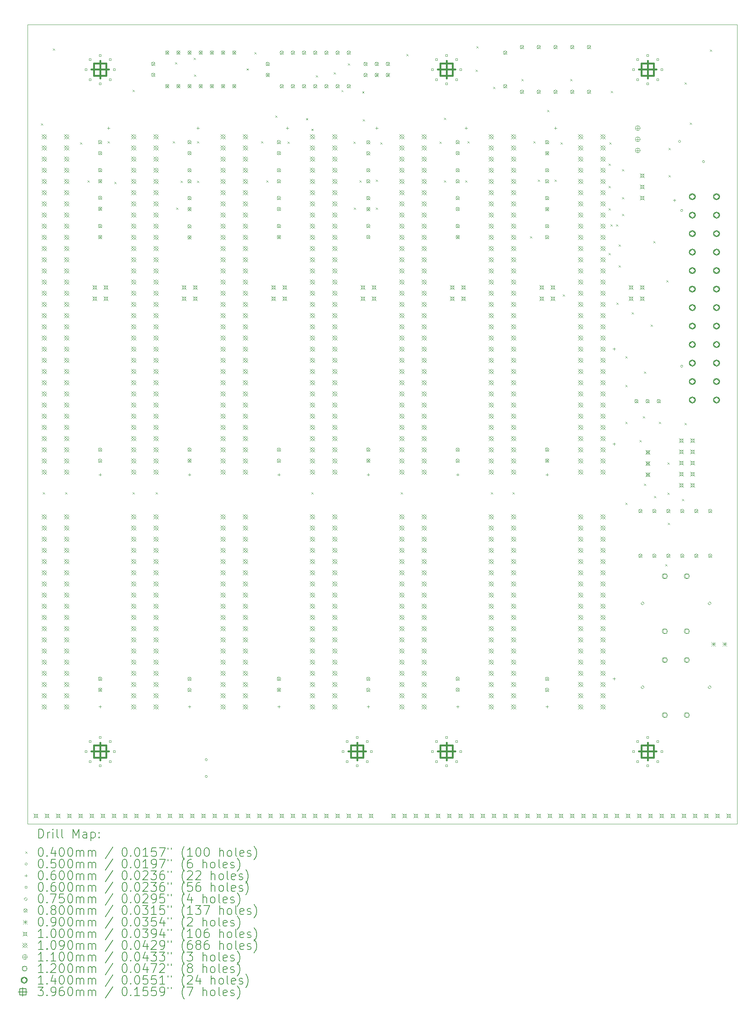
<source format=gbr>
%TF.GenerationSoftware,KiCad,Pcbnew,7.0.7*%
%TF.CreationDate,2023-09-10T19:25:56-04:00*%
%TF.ProjectId,1 - ATX 16 bit ISA passive backplane,31202d20-4154-4582-9031-362062697420,2*%
%TF.SameCoordinates,Original*%
%TF.FileFunction,Drillmap*%
%TF.FilePolarity,Positive*%
%FSLAX45Y45*%
G04 Gerber Fmt 4.5, Leading zero omitted, Abs format (unit mm)*
G04 Created by KiCad (PCBNEW 7.0.7) date 2023-09-10 19:25:56*
%MOMM*%
%LPD*%
G01*
G04 APERTURE LIST*
%ADD10C,0.100000*%
%ADD11C,0.200000*%
%ADD12C,0.040000*%
%ADD13C,0.050000*%
%ADD14C,0.060000*%
%ADD15C,0.075000*%
%ADD16C,0.080000*%
%ADD17C,0.090000*%
%ADD18C,0.109000*%
%ADD19C,0.110000*%
%ADD20C,0.120000*%
%ADD21C,0.140000*%
%ADD22C,0.396000*%
G04 APERTURE END LIST*
D10*
X1967840Y-1524000D02*
X18096840Y-1524000D01*
X18096840Y-19685000D01*
X1967840Y-19685000D01*
X1967840Y-1524000D01*
D11*
D12*
X2278700Y-3764600D02*
X2318700Y-3804600D01*
X2318700Y-3764600D02*
X2278700Y-3804600D01*
X2316800Y-12146600D02*
X2356800Y-12186600D01*
X2356800Y-12146600D02*
X2316800Y-12186600D01*
X2545400Y-2062800D02*
X2585400Y-2102800D01*
X2585400Y-2062800D02*
X2545400Y-2102800D01*
X2824800Y-12146600D02*
X2864800Y-12186600D01*
X2864800Y-12146600D02*
X2824800Y-12186600D01*
X3167700Y-4196400D02*
X3207700Y-4236400D01*
X3207700Y-4196400D02*
X3167700Y-4236400D01*
X3332800Y-5060000D02*
X3372800Y-5100000D01*
X3372800Y-5060000D02*
X3332800Y-5100000D01*
X3790000Y-4171000D02*
X3830000Y-4211000D01*
X3830000Y-4171000D02*
X3790000Y-4211000D01*
X3942400Y-5098100D02*
X3982400Y-5138100D01*
X3982400Y-5098100D02*
X3942400Y-5138100D01*
X4361500Y-3002600D02*
X4401500Y-3042600D01*
X4401500Y-3002600D02*
X4361500Y-3042600D01*
X4361500Y-12146600D02*
X4401500Y-12186600D01*
X4401500Y-12146600D02*
X4361500Y-12186600D01*
X4882200Y-12146600D02*
X4922200Y-12186600D01*
X4922200Y-12146600D02*
X4882200Y-12186600D01*
X5275900Y-4171000D02*
X5315900Y-4211000D01*
X5315900Y-4171000D02*
X5275900Y-4211000D01*
X5326700Y-2380300D02*
X5366700Y-2420300D01*
X5366700Y-2380300D02*
X5326700Y-2420300D01*
X5352100Y-5682300D02*
X5392100Y-5722300D01*
X5392100Y-5682300D02*
X5352100Y-5722300D01*
X5453700Y-5072700D02*
X5493700Y-5112700D01*
X5493700Y-5072700D02*
X5453700Y-5112700D01*
X5745800Y-2278700D02*
X5785800Y-2318700D01*
X5785800Y-2278700D02*
X5745800Y-2318700D01*
X5758500Y-2659700D02*
X5798500Y-2699700D01*
X5798500Y-2659700D02*
X5758500Y-2699700D01*
X5822000Y-4171000D02*
X5862000Y-4211000D01*
X5862000Y-4171000D02*
X5822000Y-4211000D01*
X5822000Y-5072700D02*
X5862000Y-5112700D01*
X5862000Y-5072700D02*
X5822000Y-5112700D01*
X6950950Y-2517380D02*
X6990950Y-2557380D01*
X6990950Y-2517380D02*
X6950950Y-2557380D01*
X7130100Y-2151700D02*
X7170100Y-2191700D01*
X7170100Y-2151700D02*
X7130100Y-2191700D01*
X7282500Y-4171000D02*
X7322500Y-4211000D01*
X7322500Y-4171000D02*
X7282500Y-4211000D01*
X7396800Y-5060000D02*
X7436800Y-5100000D01*
X7436800Y-5060000D02*
X7396800Y-5100000D01*
X7600000Y-3586800D02*
X7640000Y-3626800D01*
X7640000Y-3586800D02*
X7600000Y-3626800D01*
X7879400Y-4183700D02*
X7919400Y-4223700D01*
X7919400Y-4183700D02*
X7879400Y-4223700D01*
X8300030Y-3647200D02*
X8340030Y-3687200D01*
X8340030Y-3647200D02*
X8300030Y-3687200D01*
X8425500Y-3889770D02*
X8465500Y-3929770D01*
X8465500Y-3889770D02*
X8425500Y-3929770D01*
X8425500Y-12146600D02*
X8465500Y-12186600D01*
X8465500Y-12146600D02*
X8425500Y-12186600D01*
X8527100Y-2672400D02*
X8567100Y-2712400D01*
X8567100Y-2672400D02*
X8527100Y-2712400D01*
X8933500Y-2608900D02*
X8973500Y-2648900D01*
X8973500Y-2608900D02*
X8933500Y-2648900D01*
X9104592Y-3008592D02*
X9144592Y-3048592D01*
X9144592Y-3008592D02*
X9104592Y-3048592D01*
X9251000Y-2405700D02*
X9291000Y-2445700D01*
X9291000Y-2405700D02*
X9251000Y-2445700D01*
X9378000Y-4183700D02*
X9418000Y-4223700D01*
X9418000Y-4183700D02*
X9378000Y-4223700D01*
X9390700Y-5682300D02*
X9430700Y-5722300D01*
X9430700Y-5682300D02*
X9390700Y-5722300D01*
X9517700Y-5060000D02*
X9557700Y-5100000D01*
X9557700Y-5060000D02*
X9517700Y-5100000D01*
X9578460Y-3040700D02*
X9618460Y-3080700D01*
X9618460Y-3040700D02*
X9578460Y-3080700D01*
X9593590Y-3674240D02*
X9633590Y-3714240D01*
X9633590Y-3674240D02*
X9593590Y-3714240D01*
X9886000Y-5047300D02*
X9926000Y-5087300D01*
X9926000Y-5047300D02*
X9886000Y-5087300D01*
X9886000Y-5682300D02*
X9926000Y-5722300D01*
X9926000Y-5682300D02*
X9886000Y-5722300D01*
X9987600Y-4196400D02*
X10027600Y-4236400D01*
X10027600Y-4196400D02*
X9987600Y-4236400D01*
X10457500Y-12146600D02*
X10497500Y-12186600D01*
X10497500Y-12146600D02*
X10457500Y-12186600D01*
X10584500Y-2189800D02*
X10624500Y-2229800D01*
X10624500Y-2189800D02*
X10584500Y-2229800D01*
X11333800Y-4183700D02*
X11373800Y-4223700D01*
X11373800Y-4183700D02*
X11333800Y-4223700D01*
X11435400Y-3637600D02*
X11475400Y-3677600D01*
X11475400Y-3637600D02*
X11435400Y-3677600D01*
X11435400Y-5060000D02*
X11475400Y-5100000D01*
X11475400Y-5060000D02*
X11435400Y-5100000D01*
X11918000Y-5060000D02*
X11958000Y-5100000D01*
X11958000Y-5060000D02*
X11918000Y-5100000D01*
X11968800Y-4171000D02*
X12008800Y-4211000D01*
X12008800Y-4171000D02*
X11968800Y-4211000D01*
X12159300Y-2545400D02*
X12199300Y-2585400D01*
X12199300Y-2545400D02*
X12159300Y-2585400D01*
X12172000Y-2012000D02*
X12212000Y-2052000D01*
X12212000Y-2012000D02*
X12172000Y-2052000D01*
X12502200Y-12146600D02*
X12542200Y-12186600D01*
X12542200Y-12146600D02*
X12502200Y-12186600D01*
X12553000Y-2939100D02*
X12593000Y-2979100D01*
X12593000Y-2939100D02*
X12553000Y-2979100D01*
X12997500Y-12146600D02*
X13037500Y-12186600D01*
X13037500Y-12146600D02*
X12997500Y-12186600D01*
X13200700Y-2761300D02*
X13240700Y-2801300D01*
X13240700Y-2761300D02*
X13200700Y-2801300D01*
X13391200Y-6330000D02*
X13431200Y-6370000D01*
X13431200Y-6330000D02*
X13391200Y-6370000D01*
X13467400Y-4171000D02*
X13507400Y-4211000D01*
X13507400Y-4171000D02*
X13467400Y-4211000D01*
X13569000Y-5047300D02*
X13609000Y-5087300D01*
X13609000Y-5047300D02*
X13569000Y-5087300D01*
X13784900Y-3459800D02*
X13824900Y-3499800D01*
X13824900Y-3459800D02*
X13784900Y-3499800D01*
X13950000Y-5047300D02*
X13990000Y-5087300D01*
X13990000Y-5047300D02*
X13950000Y-5087300D01*
X14089700Y-4196400D02*
X14129700Y-4236400D01*
X14129700Y-4196400D02*
X14089700Y-4236400D01*
X14140500Y-7650800D02*
X14180500Y-7690800D01*
X14180500Y-7650800D02*
X14140500Y-7690800D01*
X14305600Y-2761300D02*
X14345600Y-2801300D01*
X14345600Y-2761300D02*
X14305600Y-2801300D01*
X15181900Y-4679000D02*
X15221900Y-4719000D01*
X15221900Y-4679000D02*
X15181900Y-4719000D01*
X15181900Y-5187000D02*
X15221900Y-5227000D01*
X15221900Y-5187000D02*
X15181900Y-5227000D01*
X15181900Y-5695000D02*
X15221900Y-5735000D01*
X15221900Y-5695000D02*
X15181900Y-5735000D01*
X15181900Y-6711000D02*
X15221900Y-6751000D01*
X15221900Y-6711000D02*
X15181900Y-6751000D01*
X15194600Y-4196400D02*
X15234600Y-4236400D01*
X15234600Y-4196400D02*
X15194600Y-4236400D01*
X15220000Y-6063300D02*
X15260000Y-6103300D01*
X15260000Y-6063300D02*
X15220000Y-6103300D01*
X15232700Y-3028000D02*
X15272700Y-3068000D01*
X15272700Y-3028000D02*
X15232700Y-3068000D01*
X15347000Y-6063300D02*
X15387000Y-6103300D01*
X15387000Y-6063300D02*
X15347000Y-6103300D01*
X15359700Y-7841300D02*
X15399700Y-7881300D01*
X15399700Y-7841300D02*
X15359700Y-7881300D01*
X15410500Y-6520500D02*
X15450500Y-6560500D01*
X15450500Y-6520500D02*
X15410500Y-6560500D01*
X15410500Y-6990400D02*
X15450500Y-7030400D01*
X15450500Y-6990400D02*
X15410500Y-7030400D01*
X15486700Y-4806000D02*
X15526700Y-4846000D01*
X15526700Y-4806000D02*
X15486700Y-4846000D01*
X15486700Y-5441000D02*
X15526700Y-5481000D01*
X15526700Y-5441000D02*
X15486700Y-5481000D01*
X15486700Y-5822000D02*
X15526700Y-5862000D01*
X15526700Y-5822000D02*
X15486700Y-5862000D01*
X15562900Y-9060500D02*
X15602900Y-9100500D01*
X15602900Y-9060500D02*
X15562900Y-9100500D01*
X15562900Y-9708200D02*
X15602900Y-9748200D01*
X15602900Y-9708200D02*
X15562900Y-9748200D01*
X15562900Y-10546400D02*
X15602900Y-10586400D01*
X15602900Y-10546400D02*
X15562900Y-10586400D01*
X15562900Y-12387900D02*
X15602900Y-12427900D01*
X15602900Y-12387900D02*
X15562900Y-12427900D01*
X15702600Y-8057200D02*
X15742600Y-8097200D01*
X15742600Y-8057200D02*
X15702600Y-8097200D01*
X15880400Y-10965500D02*
X15920400Y-11005500D01*
X15920400Y-10965500D02*
X15880400Y-11005500D01*
X15956600Y-10419400D02*
X15996600Y-10459400D01*
X15996600Y-10419400D02*
X15956600Y-10459400D01*
X15982000Y-9403400D02*
X16022000Y-9443400D01*
X16022000Y-9403400D02*
X15982000Y-9443400D01*
X15982000Y-11956100D02*
X16022000Y-11996100D01*
X16022000Y-11956100D02*
X15982000Y-11996100D01*
X16134400Y-8336600D02*
X16174400Y-8376600D01*
X16174400Y-8336600D02*
X16134400Y-8376600D01*
X16197900Y-6444300D02*
X16237900Y-6484300D01*
X16237900Y-6444300D02*
X16197900Y-6484300D01*
X16210600Y-12235500D02*
X16250600Y-12275500D01*
X16250600Y-12235500D02*
X16210600Y-12275500D01*
X16324900Y-10546400D02*
X16364900Y-10586400D01*
X16364900Y-10546400D02*
X16324900Y-10586400D01*
X16464600Y-13784900D02*
X16504600Y-13824900D01*
X16504600Y-13784900D02*
X16464600Y-13824900D01*
X16490000Y-7333300D02*
X16530000Y-7373300D01*
X16530000Y-7333300D02*
X16490000Y-7373300D01*
X16515400Y-11473500D02*
X16555400Y-11513500D01*
X16555400Y-11473500D02*
X16515400Y-11513500D01*
X16515400Y-12159300D02*
X16555400Y-12199300D01*
X16555400Y-12159300D02*
X16515400Y-12199300D01*
X16528100Y-12845100D02*
X16568100Y-12885100D01*
X16568100Y-12845100D02*
X16528100Y-12885100D01*
X16540800Y-4323400D02*
X16580800Y-4363400D01*
X16580800Y-4323400D02*
X16540800Y-4363400D01*
X16540800Y-4945700D02*
X16580800Y-4985700D01*
X16580800Y-4945700D02*
X16540800Y-4985700D01*
X16845600Y-12299000D02*
X16885600Y-12339000D01*
X16885600Y-12299000D02*
X16845600Y-12339000D01*
X16909100Y-2837500D02*
X16949100Y-2877500D01*
X16949100Y-2837500D02*
X16909100Y-2877500D01*
X16909100Y-10571800D02*
X16949100Y-10611800D01*
X16949100Y-10571800D02*
X16909100Y-10611800D01*
X17023400Y-3751900D02*
X17063400Y-3791900D01*
X17063400Y-3751900D02*
X17023400Y-3791900D01*
X17480600Y-2088200D02*
X17520600Y-2128200D01*
X17520600Y-2088200D02*
X17480600Y-2128200D01*
D13*
X6057500Y-18224500D02*
G75*
G03*
X6057500Y-18224500I-25000J0D01*
G01*
X6057500Y-18605500D02*
G75*
G03*
X6057500Y-18605500I-25000J0D01*
G01*
X16814400Y-4175760D02*
G75*
G03*
X16814400Y-4175760I-25000J0D01*
G01*
X16865200Y-5745480D02*
G75*
G03*
X16865200Y-5745480I-25000J0D01*
G01*
X16865200Y-9283700D02*
G75*
G03*
X16865200Y-9283700I-25000J0D01*
G01*
X17360500Y-4635500D02*
G75*
G03*
X17360500Y-4635500I-25000J0D01*
G01*
D14*
X3619500Y-11717500D02*
X3619500Y-11777500D01*
X3589500Y-11747500D02*
X3649500Y-11747500D01*
X3619500Y-16988000D02*
X3619500Y-17048000D01*
X3589500Y-17018000D02*
X3649500Y-17018000D01*
X3810000Y-3843500D02*
X3810000Y-3903500D01*
X3780000Y-3873500D02*
X3840000Y-3873500D01*
X5650840Y-16988000D02*
X5650840Y-17048000D01*
X5620840Y-17018000D02*
X5680840Y-17018000D01*
X5651500Y-11717500D02*
X5651500Y-11777500D01*
X5621500Y-11747500D02*
X5681500Y-11747500D01*
X5842000Y-3843500D02*
X5842000Y-3903500D01*
X5812000Y-3873500D02*
X5872000Y-3873500D01*
X7683500Y-11717500D02*
X7683500Y-11777500D01*
X7653500Y-11747500D02*
X7713500Y-11747500D01*
X7683500Y-16988000D02*
X7683500Y-17048000D01*
X7653500Y-17018000D02*
X7713500Y-17018000D01*
X7874000Y-3843500D02*
X7874000Y-3903500D01*
X7844000Y-3873500D02*
X7904000Y-3873500D01*
X9714840Y-16988000D02*
X9714840Y-17048000D01*
X9684840Y-17018000D02*
X9744840Y-17018000D01*
X9715500Y-11717500D02*
X9715500Y-11777500D01*
X9685500Y-11747500D02*
X9745500Y-11747500D01*
X9906000Y-3843500D02*
X9906000Y-3903500D01*
X9876000Y-3873500D02*
X9936000Y-3873500D01*
X11747500Y-11717500D02*
X11747500Y-11777500D01*
X11717500Y-11747500D02*
X11777500Y-11747500D01*
X11747500Y-16988000D02*
X11747500Y-17048000D01*
X11717500Y-17018000D02*
X11777500Y-17018000D01*
X11938000Y-3843500D02*
X11938000Y-3903500D01*
X11908000Y-3873500D02*
X11968000Y-3873500D01*
X13778800Y-16988000D02*
X13778800Y-17048000D01*
X13748800Y-17018000D02*
X13808800Y-17018000D01*
X13779500Y-11717500D02*
X13779500Y-11777500D01*
X13749500Y-11747500D02*
X13809500Y-11747500D01*
X13970000Y-3843500D02*
X13970000Y-3903500D01*
X13940000Y-3873500D02*
X14000000Y-3873500D01*
X15303500Y-8860000D02*
X15303500Y-8920000D01*
X15273500Y-8890000D02*
X15333500Y-8890000D01*
X15303500Y-11019000D02*
X15303500Y-11079000D01*
X15273500Y-11049000D02*
X15333500Y-11049000D01*
X15303500Y-16353000D02*
X15303500Y-16413000D01*
X15273500Y-16383000D02*
X15333500Y-16383000D01*
X16676500Y-5482940D02*
X16676500Y-5542940D01*
X16646500Y-5512940D02*
X16706500Y-5512940D01*
X3317553Y-2561213D02*
X3317553Y-2518787D01*
X3275127Y-2518787D01*
X3275127Y-2561213D01*
X3317553Y-2561213D01*
X3317553Y-18055213D02*
X3317553Y-18012787D01*
X3275127Y-18012787D01*
X3275127Y-18055213D01*
X3317553Y-18055213D01*
X3412011Y-2333172D02*
X3412011Y-2290745D01*
X3369585Y-2290745D01*
X3369585Y-2333172D01*
X3412011Y-2333172D01*
X3412011Y-2789255D02*
X3412011Y-2746829D01*
X3369585Y-2746829D01*
X3369585Y-2789255D01*
X3412011Y-2789255D01*
X3412011Y-17827172D02*
X3412011Y-17784745D01*
X3369585Y-17784745D01*
X3369585Y-17827172D01*
X3412011Y-17827172D01*
X3412011Y-18283255D02*
X3412011Y-18240829D01*
X3369585Y-18240829D01*
X3369585Y-18283255D01*
X3412011Y-18283255D01*
X3640053Y-2238713D02*
X3640053Y-2196287D01*
X3597627Y-2196287D01*
X3597627Y-2238713D01*
X3640053Y-2238713D01*
X3640053Y-2883713D02*
X3640053Y-2841287D01*
X3597627Y-2841287D01*
X3597627Y-2883713D01*
X3640053Y-2883713D01*
X3640053Y-17732713D02*
X3640053Y-17690287D01*
X3597627Y-17690287D01*
X3597627Y-17732713D01*
X3640053Y-17732713D01*
X3640053Y-18377713D02*
X3640053Y-18335287D01*
X3597627Y-18335287D01*
X3597627Y-18377713D01*
X3640053Y-18377713D01*
X3868095Y-2333172D02*
X3868095Y-2290745D01*
X3825668Y-2290745D01*
X3825668Y-2333172D01*
X3868095Y-2333172D01*
X3868095Y-2789255D02*
X3868095Y-2746829D01*
X3825668Y-2746829D01*
X3825668Y-2789255D01*
X3868095Y-2789255D01*
X3868095Y-17827172D02*
X3868095Y-17784745D01*
X3825668Y-17784745D01*
X3825668Y-17827172D01*
X3868095Y-17827172D01*
X3868095Y-18283255D02*
X3868095Y-18240829D01*
X3825668Y-18240829D01*
X3825668Y-18283255D01*
X3868095Y-18283255D01*
X3962553Y-2561213D02*
X3962553Y-2518787D01*
X3920127Y-2518787D01*
X3920127Y-2561213D01*
X3962553Y-2561213D01*
X3962553Y-18055213D02*
X3962553Y-18012787D01*
X3920127Y-18012787D01*
X3920127Y-18055213D01*
X3962553Y-18055213D01*
X9159553Y-18055213D02*
X9159553Y-18012787D01*
X9117127Y-18012787D01*
X9117127Y-18055213D01*
X9159553Y-18055213D01*
X9254012Y-17827172D02*
X9254012Y-17784745D01*
X9211585Y-17784745D01*
X9211585Y-17827172D01*
X9254012Y-17827172D01*
X9254012Y-18283255D02*
X9254012Y-18240829D01*
X9211585Y-18240829D01*
X9211585Y-18283255D01*
X9254012Y-18283255D01*
X9482053Y-17732713D02*
X9482053Y-17690287D01*
X9439627Y-17690287D01*
X9439627Y-17732713D01*
X9482053Y-17732713D01*
X9482053Y-18377713D02*
X9482053Y-18335287D01*
X9439627Y-18335287D01*
X9439627Y-18377713D01*
X9482053Y-18377713D01*
X9710095Y-17827172D02*
X9710095Y-17784745D01*
X9667669Y-17784745D01*
X9667669Y-17827172D01*
X9710095Y-17827172D01*
X9710095Y-18283255D02*
X9710095Y-18240829D01*
X9667669Y-18240829D01*
X9667669Y-18283255D01*
X9710095Y-18283255D01*
X9804553Y-18055213D02*
X9804553Y-18012787D01*
X9762127Y-18012787D01*
X9762127Y-18055213D01*
X9804553Y-18055213D01*
X11191553Y-2561213D02*
X11191553Y-2518787D01*
X11149127Y-2518787D01*
X11149127Y-2561213D01*
X11191553Y-2561213D01*
X11191553Y-18055213D02*
X11191553Y-18012787D01*
X11149127Y-18012787D01*
X11149127Y-18055213D01*
X11191553Y-18055213D01*
X11286011Y-2333172D02*
X11286011Y-2290745D01*
X11243585Y-2290745D01*
X11243585Y-2333172D01*
X11286011Y-2333172D01*
X11286011Y-2789255D02*
X11286011Y-2746829D01*
X11243585Y-2746829D01*
X11243585Y-2789255D01*
X11286011Y-2789255D01*
X11286011Y-17827172D02*
X11286011Y-17784745D01*
X11243585Y-17784745D01*
X11243585Y-17827172D01*
X11286011Y-17827172D01*
X11286011Y-18283255D02*
X11286011Y-18240829D01*
X11243585Y-18240829D01*
X11243585Y-18283255D01*
X11286011Y-18283255D01*
X11514053Y-2238713D02*
X11514053Y-2196287D01*
X11471627Y-2196287D01*
X11471627Y-2238713D01*
X11514053Y-2238713D01*
X11514053Y-2883713D02*
X11514053Y-2841287D01*
X11471627Y-2841287D01*
X11471627Y-2883713D01*
X11514053Y-2883713D01*
X11514053Y-17732713D02*
X11514053Y-17690287D01*
X11471627Y-17690287D01*
X11471627Y-17732713D01*
X11514053Y-17732713D01*
X11514053Y-18377713D02*
X11514053Y-18335287D01*
X11471627Y-18335287D01*
X11471627Y-18377713D01*
X11514053Y-18377713D01*
X11742095Y-2333172D02*
X11742095Y-2290745D01*
X11699668Y-2290745D01*
X11699668Y-2333172D01*
X11742095Y-2333172D01*
X11742095Y-2789255D02*
X11742095Y-2746829D01*
X11699668Y-2746829D01*
X11699668Y-2789255D01*
X11742095Y-2789255D01*
X11742095Y-17827172D02*
X11742095Y-17784745D01*
X11699668Y-17784745D01*
X11699668Y-17827172D01*
X11742095Y-17827172D01*
X11742095Y-18283255D02*
X11742095Y-18240829D01*
X11699668Y-18240829D01*
X11699668Y-18283255D01*
X11742095Y-18283255D01*
X11836553Y-2561213D02*
X11836553Y-2518787D01*
X11794127Y-2518787D01*
X11794127Y-2561213D01*
X11836553Y-2561213D01*
X11836553Y-18055213D02*
X11836553Y-18012787D01*
X11794127Y-18012787D01*
X11794127Y-18055213D01*
X11836553Y-18055213D01*
X15763553Y-18055213D02*
X15763553Y-18012787D01*
X15721127Y-18012787D01*
X15721127Y-18055213D01*
X15763553Y-18055213D01*
X15764213Y-2561213D02*
X15764213Y-2518787D01*
X15721787Y-2518787D01*
X15721787Y-2561213D01*
X15764213Y-2561213D01*
X15858011Y-17827172D02*
X15858011Y-17784745D01*
X15815585Y-17784745D01*
X15815585Y-17827172D01*
X15858011Y-17827172D01*
X15858011Y-18283255D02*
X15858011Y-18240829D01*
X15815585Y-18240829D01*
X15815585Y-18283255D01*
X15858011Y-18283255D01*
X15858671Y-2333172D02*
X15858671Y-2290745D01*
X15816245Y-2290745D01*
X15816245Y-2333172D01*
X15858671Y-2333172D01*
X15858671Y-2789255D02*
X15858671Y-2746829D01*
X15816245Y-2746829D01*
X15816245Y-2789255D01*
X15858671Y-2789255D01*
X16086053Y-17732713D02*
X16086053Y-17690287D01*
X16043627Y-17690287D01*
X16043627Y-17732713D01*
X16086053Y-17732713D01*
X16086053Y-18377713D02*
X16086053Y-18335287D01*
X16043627Y-18335287D01*
X16043627Y-18377713D01*
X16086053Y-18377713D01*
X16086713Y-2238713D02*
X16086713Y-2196287D01*
X16044287Y-2196287D01*
X16044287Y-2238713D01*
X16086713Y-2238713D01*
X16086713Y-2883713D02*
X16086713Y-2841287D01*
X16044287Y-2841287D01*
X16044287Y-2883713D01*
X16086713Y-2883713D01*
X16314095Y-17827172D02*
X16314095Y-17784745D01*
X16271668Y-17784745D01*
X16271668Y-17827172D01*
X16314095Y-17827172D01*
X16314095Y-18283255D02*
X16314095Y-18240829D01*
X16271668Y-18240829D01*
X16271668Y-18283255D01*
X16314095Y-18283255D01*
X16314755Y-2333172D02*
X16314755Y-2290745D01*
X16272328Y-2290745D01*
X16272328Y-2333172D01*
X16314755Y-2333172D01*
X16314755Y-2789255D02*
X16314755Y-2746829D01*
X16272328Y-2746829D01*
X16272328Y-2789255D01*
X16314755Y-2789255D01*
X16408553Y-18055213D02*
X16408553Y-18012787D01*
X16366127Y-18012787D01*
X16366127Y-18055213D01*
X16408553Y-18055213D01*
X16409213Y-2561213D02*
X16409213Y-2518787D01*
X16366787Y-2518787D01*
X16366787Y-2561213D01*
X16409213Y-2561213D01*
D15*
X15946500Y-14706000D02*
X15984000Y-14668500D01*
X15946500Y-14631000D01*
X15909000Y-14668500D01*
X15946500Y-14706000D01*
X15946500Y-16611000D02*
X15984000Y-16573500D01*
X15946500Y-16536000D01*
X15909000Y-16573500D01*
X15946500Y-16611000D01*
X17470500Y-14706000D02*
X17508000Y-14668500D01*
X17470500Y-14631000D01*
X17433000Y-14668500D01*
X17470500Y-14706000D01*
X17470500Y-16611000D02*
X17508000Y-16573500D01*
X17470500Y-16536000D01*
X17433000Y-16573500D01*
X17470500Y-16611000D01*
D16*
X3579500Y-4151000D02*
X3659500Y-4231000D01*
X3659500Y-4151000D02*
X3579500Y-4231000D01*
X3659500Y-4191000D02*
G75*
G03*
X3659500Y-4191000I-40000J0D01*
G01*
X3579500Y-4401000D02*
X3659500Y-4481000D01*
X3659500Y-4401000D02*
X3579500Y-4481000D01*
X3659500Y-4441000D02*
G75*
G03*
X3659500Y-4441000I-40000J0D01*
G01*
X3579500Y-4788000D02*
X3659500Y-4868000D01*
X3659500Y-4788000D02*
X3579500Y-4868000D01*
X3659500Y-4828000D02*
G75*
G03*
X3659500Y-4828000I-40000J0D01*
G01*
X3579500Y-5038000D02*
X3659500Y-5118000D01*
X3659500Y-5038000D02*
X3579500Y-5118000D01*
X3659500Y-5078000D02*
G75*
G03*
X3659500Y-5078000I-40000J0D01*
G01*
X3579500Y-5416240D02*
X3659500Y-5496240D01*
X3659500Y-5416240D02*
X3579500Y-5496240D01*
X3659500Y-5456240D02*
G75*
G03*
X3659500Y-5456240I-40000J0D01*
G01*
X3579500Y-5666240D02*
X3659500Y-5746240D01*
X3659500Y-5666240D02*
X3579500Y-5746240D01*
X3659500Y-5706240D02*
G75*
G03*
X3659500Y-5706240I-40000J0D01*
G01*
X3579500Y-6058000D02*
X3659500Y-6138000D01*
X3659500Y-6058000D02*
X3579500Y-6138000D01*
X3659500Y-6098000D02*
G75*
G03*
X3659500Y-6098000I-40000J0D01*
G01*
X3579500Y-6308000D02*
X3659500Y-6388000D01*
X3659500Y-6308000D02*
X3579500Y-6388000D01*
X3659500Y-6348000D02*
G75*
G03*
X3659500Y-6348000I-40000J0D01*
G01*
X3579500Y-11140000D02*
X3659500Y-11220000D01*
X3659500Y-11140000D02*
X3579500Y-11220000D01*
X3659500Y-11180000D02*
G75*
G03*
X3659500Y-11180000I-40000J0D01*
G01*
X3579500Y-11390000D02*
X3659500Y-11470000D01*
X3659500Y-11390000D02*
X3579500Y-11470000D01*
X3659500Y-11430000D02*
G75*
G03*
X3659500Y-11430000I-40000J0D01*
G01*
X3579500Y-16345000D02*
X3659500Y-16425000D01*
X3659500Y-16345000D02*
X3579500Y-16425000D01*
X3659500Y-16385000D02*
G75*
G03*
X3659500Y-16385000I-40000J0D01*
G01*
X3579500Y-16595000D02*
X3659500Y-16675000D01*
X3659500Y-16595000D02*
X3579500Y-16675000D01*
X3659500Y-16635000D02*
G75*
G03*
X3659500Y-16635000I-40000J0D01*
G01*
X4786000Y-2373000D02*
X4866000Y-2453000D01*
X4866000Y-2373000D02*
X4786000Y-2453000D01*
X4866000Y-2413000D02*
G75*
G03*
X4866000Y-2413000I-40000J0D01*
G01*
X4786000Y-2623000D02*
X4866000Y-2703000D01*
X4866000Y-2623000D02*
X4786000Y-2703000D01*
X4866000Y-2663000D02*
G75*
G03*
X4866000Y-2663000I-40000J0D01*
G01*
X5103500Y-2117000D02*
X5183500Y-2197000D01*
X5183500Y-2117000D02*
X5103500Y-2197000D01*
X5183500Y-2157000D02*
G75*
G03*
X5183500Y-2157000I-40000J0D01*
G01*
X5103500Y-2879000D02*
X5183500Y-2959000D01*
X5183500Y-2879000D02*
X5103500Y-2959000D01*
X5183500Y-2919000D02*
G75*
G03*
X5183500Y-2919000I-40000J0D01*
G01*
X5357500Y-2117000D02*
X5437500Y-2197000D01*
X5437500Y-2117000D02*
X5357500Y-2197000D01*
X5437500Y-2157000D02*
G75*
G03*
X5437500Y-2157000I-40000J0D01*
G01*
X5357500Y-2879000D02*
X5437500Y-2959000D01*
X5437500Y-2879000D02*
X5357500Y-2959000D01*
X5437500Y-2919000D02*
G75*
G03*
X5437500Y-2919000I-40000J0D01*
G01*
X5611500Y-2117000D02*
X5691500Y-2197000D01*
X5691500Y-2117000D02*
X5611500Y-2197000D01*
X5691500Y-2157000D02*
G75*
G03*
X5691500Y-2157000I-40000J0D01*
G01*
X5611500Y-2879000D02*
X5691500Y-2959000D01*
X5691500Y-2879000D02*
X5611500Y-2959000D01*
X5691500Y-2919000D02*
G75*
G03*
X5691500Y-2919000I-40000J0D01*
G01*
X5611500Y-4151000D02*
X5691500Y-4231000D01*
X5691500Y-4151000D02*
X5611500Y-4231000D01*
X5691500Y-4191000D02*
G75*
G03*
X5691500Y-4191000I-40000J0D01*
G01*
X5611500Y-4401000D02*
X5691500Y-4481000D01*
X5691500Y-4401000D02*
X5611500Y-4481000D01*
X5691500Y-4441000D02*
G75*
G03*
X5691500Y-4441000I-40000J0D01*
G01*
X5611500Y-4790000D02*
X5691500Y-4870000D01*
X5691500Y-4790000D02*
X5611500Y-4870000D01*
X5691500Y-4830000D02*
G75*
G03*
X5691500Y-4830000I-40000J0D01*
G01*
X5611500Y-5040000D02*
X5691500Y-5120000D01*
X5691500Y-5040000D02*
X5611500Y-5120000D01*
X5691500Y-5080000D02*
G75*
G03*
X5691500Y-5080000I-40000J0D01*
G01*
X5611500Y-5423000D02*
X5691500Y-5503000D01*
X5691500Y-5423000D02*
X5611500Y-5503000D01*
X5691500Y-5463000D02*
G75*
G03*
X5691500Y-5463000I-40000J0D01*
G01*
X5611500Y-5673000D02*
X5691500Y-5753000D01*
X5691500Y-5673000D02*
X5611500Y-5753000D01*
X5691500Y-5713000D02*
G75*
G03*
X5691500Y-5713000I-40000J0D01*
G01*
X5611500Y-6064760D02*
X5691500Y-6144760D01*
X5691500Y-6064760D02*
X5611500Y-6144760D01*
X5691500Y-6104760D02*
G75*
G03*
X5691500Y-6104760I-40000J0D01*
G01*
X5611500Y-6314760D02*
X5691500Y-6394760D01*
X5691500Y-6314760D02*
X5611500Y-6394760D01*
X5691500Y-6354760D02*
G75*
G03*
X5691500Y-6354760I-40000J0D01*
G01*
X5611500Y-11138000D02*
X5691500Y-11218000D01*
X5691500Y-11138000D02*
X5611500Y-11218000D01*
X5691500Y-11178000D02*
G75*
G03*
X5691500Y-11178000I-40000J0D01*
G01*
X5611500Y-11388000D02*
X5691500Y-11468000D01*
X5691500Y-11388000D02*
X5611500Y-11468000D01*
X5691500Y-11428000D02*
G75*
G03*
X5691500Y-11428000I-40000J0D01*
G01*
X5611500Y-16347000D02*
X5691500Y-16427000D01*
X5691500Y-16347000D02*
X5611500Y-16427000D01*
X5691500Y-16387000D02*
G75*
G03*
X5691500Y-16387000I-40000J0D01*
G01*
X5611500Y-16597000D02*
X5691500Y-16677000D01*
X5691500Y-16597000D02*
X5611500Y-16677000D01*
X5691500Y-16637000D02*
G75*
G03*
X5691500Y-16637000I-40000J0D01*
G01*
X5865500Y-2117000D02*
X5945500Y-2197000D01*
X5945500Y-2117000D02*
X5865500Y-2197000D01*
X5945500Y-2157000D02*
G75*
G03*
X5945500Y-2157000I-40000J0D01*
G01*
X5865500Y-2879000D02*
X5945500Y-2959000D01*
X5945500Y-2879000D02*
X5865500Y-2959000D01*
X5945500Y-2919000D02*
G75*
G03*
X5945500Y-2919000I-40000J0D01*
G01*
X6119500Y-2117000D02*
X6199500Y-2197000D01*
X6199500Y-2117000D02*
X6119500Y-2197000D01*
X6199500Y-2157000D02*
G75*
G03*
X6199500Y-2157000I-40000J0D01*
G01*
X6119500Y-2879000D02*
X6199500Y-2959000D01*
X6199500Y-2879000D02*
X6119500Y-2959000D01*
X6199500Y-2919000D02*
G75*
G03*
X6199500Y-2919000I-40000J0D01*
G01*
X6373500Y-2117000D02*
X6453500Y-2197000D01*
X6453500Y-2117000D02*
X6373500Y-2197000D01*
X6453500Y-2157000D02*
G75*
G03*
X6453500Y-2157000I-40000J0D01*
G01*
X6373500Y-2879000D02*
X6453500Y-2959000D01*
X6453500Y-2879000D02*
X6373500Y-2959000D01*
X6453500Y-2919000D02*
G75*
G03*
X6453500Y-2919000I-40000J0D01*
G01*
X6627500Y-2117000D02*
X6707500Y-2197000D01*
X6707500Y-2117000D02*
X6627500Y-2197000D01*
X6707500Y-2157000D02*
G75*
G03*
X6707500Y-2157000I-40000J0D01*
G01*
X6627500Y-2879000D02*
X6707500Y-2959000D01*
X6707500Y-2879000D02*
X6627500Y-2959000D01*
X6707500Y-2919000D02*
G75*
G03*
X6707500Y-2919000I-40000J0D01*
G01*
X7389500Y-2375000D02*
X7469500Y-2455000D01*
X7469500Y-2375000D02*
X7389500Y-2455000D01*
X7469500Y-2415000D02*
G75*
G03*
X7469500Y-2415000I-40000J0D01*
G01*
X7389500Y-2625000D02*
X7469500Y-2705000D01*
X7469500Y-2625000D02*
X7389500Y-2705000D01*
X7469500Y-2665000D02*
G75*
G03*
X7469500Y-2665000I-40000J0D01*
G01*
X7643500Y-4151000D02*
X7723500Y-4231000D01*
X7723500Y-4151000D02*
X7643500Y-4231000D01*
X7723500Y-4191000D02*
G75*
G03*
X7723500Y-4191000I-40000J0D01*
G01*
X7643500Y-4401000D02*
X7723500Y-4481000D01*
X7723500Y-4401000D02*
X7643500Y-4481000D01*
X7723500Y-4441000D02*
G75*
G03*
X7723500Y-4441000I-40000J0D01*
G01*
X7643500Y-4790000D02*
X7723500Y-4870000D01*
X7723500Y-4790000D02*
X7643500Y-4870000D01*
X7723500Y-4830000D02*
G75*
G03*
X7723500Y-4830000I-40000J0D01*
G01*
X7643500Y-5040000D02*
X7723500Y-5120000D01*
X7723500Y-5040000D02*
X7643500Y-5120000D01*
X7723500Y-5080000D02*
G75*
G03*
X7723500Y-5080000I-40000J0D01*
G01*
X7643500Y-5421000D02*
X7723500Y-5501000D01*
X7723500Y-5421000D02*
X7643500Y-5501000D01*
X7723500Y-5461000D02*
G75*
G03*
X7723500Y-5461000I-40000J0D01*
G01*
X7643500Y-5671000D02*
X7723500Y-5751000D01*
X7723500Y-5671000D02*
X7643500Y-5751000D01*
X7723500Y-5711000D02*
G75*
G03*
X7723500Y-5711000I-40000J0D01*
G01*
X7643500Y-6058000D02*
X7723500Y-6138000D01*
X7723500Y-6058000D02*
X7643500Y-6138000D01*
X7723500Y-6098000D02*
G75*
G03*
X7723500Y-6098000I-40000J0D01*
G01*
X7643500Y-6308000D02*
X7723500Y-6388000D01*
X7723500Y-6308000D02*
X7643500Y-6388000D01*
X7723500Y-6348000D02*
G75*
G03*
X7723500Y-6348000I-40000J0D01*
G01*
X7643500Y-11140000D02*
X7723500Y-11220000D01*
X7723500Y-11140000D02*
X7643500Y-11220000D01*
X7723500Y-11180000D02*
G75*
G03*
X7723500Y-11180000I-40000J0D01*
G01*
X7643500Y-11390000D02*
X7723500Y-11470000D01*
X7723500Y-11390000D02*
X7643500Y-11470000D01*
X7723500Y-11430000D02*
G75*
G03*
X7723500Y-11430000I-40000J0D01*
G01*
X7643500Y-16345000D02*
X7723500Y-16425000D01*
X7723500Y-16345000D02*
X7643500Y-16425000D01*
X7723500Y-16385000D02*
G75*
G03*
X7723500Y-16385000I-40000J0D01*
G01*
X7643500Y-16595000D02*
X7723500Y-16675000D01*
X7723500Y-16595000D02*
X7643500Y-16675000D01*
X7723500Y-16635000D02*
G75*
G03*
X7723500Y-16635000I-40000J0D01*
G01*
X7707000Y-2119000D02*
X7787000Y-2199000D01*
X7787000Y-2119000D02*
X7707000Y-2199000D01*
X7787000Y-2159000D02*
G75*
G03*
X7787000Y-2159000I-40000J0D01*
G01*
X7707000Y-2881000D02*
X7787000Y-2961000D01*
X7787000Y-2881000D02*
X7707000Y-2961000D01*
X7787000Y-2921000D02*
G75*
G03*
X7787000Y-2921000I-40000J0D01*
G01*
X7961000Y-2119000D02*
X8041000Y-2199000D01*
X8041000Y-2119000D02*
X7961000Y-2199000D01*
X8041000Y-2159000D02*
G75*
G03*
X8041000Y-2159000I-40000J0D01*
G01*
X7961000Y-2881000D02*
X8041000Y-2961000D01*
X8041000Y-2881000D02*
X7961000Y-2961000D01*
X8041000Y-2921000D02*
G75*
G03*
X8041000Y-2921000I-40000J0D01*
G01*
X8215000Y-2119000D02*
X8295000Y-2199000D01*
X8295000Y-2119000D02*
X8215000Y-2199000D01*
X8295000Y-2159000D02*
G75*
G03*
X8295000Y-2159000I-40000J0D01*
G01*
X8215000Y-2881000D02*
X8295000Y-2961000D01*
X8295000Y-2881000D02*
X8215000Y-2961000D01*
X8295000Y-2921000D02*
G75*
G03*
X8295000Y-2921000I-40000J0D01*
G01*
X8469000Y-2119000D02*
X8549000Y-2199000D01*
X8549000Y-2119000D02*
X8469000Y-2199000D01*
X8549000Y-2159000D02*
G75*
G03*
X8549000Y-2159000I-40000J0D01*
G01*
X8469000Y-2881000D02*
X8549000Y-2961000D01*
X8549000Y-2881000D02*
X8469000Y-2961000D01*
X8549000Y-2921000D02*
G75*
G03*
X8549000Y-2921000I-40000J0D01*
G01*
X8723000Y-2119000D02*
X8803000Y-2199000D01*
X8803000Y-2119000D02*
X8723000Y-2199000D01*
X8803000Y-2159000D02*
G75*
G03*
X8803000Y-2159000I-40000J0D01*
G01*
X8723000Y-2881000D02*
X8803000Y-2961000D01*
X8803000Y-2881000D02*
X8723000Y-2961000D01*
X8803000Y-2921000D02*
G75*
G03*
X8803000Y-2921000I-40000J0D01*
G01*
X8977000Y-2119000D02*
X9057000Y-2199000D01*
X9057000Y-2119000D02*
X8977000Y-2199000D01*
X9057000Y-2159000D02*
G75*
G03*
X9057000Y-2159000I-40000J0D01*
G01*
X8977000Y-2881000D02*
X9057000Y-2961000D01*
X9057000Y-2881000D02*
X8977000Y-2961000D01*
X9057000Y-2921000D02*
G75*
G03*
X9057000Y-2921000I-40000J0D01*
G01*
X9231000Y-2119000D02*
X9311000Y-2199000D01*
X9311000Y-2119000D02*
X9231000Y-2199000D01*
X9311000Y-2159000D02*
G75*
G03*
X9311000Y-2159000I-40000J0D01*
G01*
X9231000Y-2881000D02*
X9311000Y-2961000D01*
X9311000Y-2881000D02*
X9231000Y-2961000D01*
X9311000Y-2921000D02*
G75*
G03*
X9311000Y-2921000I-40000J0D01*
G01*
X9612000Y-2377000D02*
X9692000Y-2457000D01*
X9692000Y-2377000D02*
X9612000Y-2457000D01*
X9692000Y-2417000D02*
G75*
G03*
X9692000Y-2417000I-40000J0D01*
G01*
X9612000Y-2627000D02*
X9692000Y-2707000D01*
X9692000Y-2627000D02*
X9612000Y-2707000D01*
X9692000Y-2667000D02*
G75*
G03*
X9692000Y-2667000I-40000J0D01*
G01*
X9675500Y-4155000D02*
X9755500Y-4235000D01*
X9755500Y-4155000D02*
X9675500Y-4235000D01*
X9755500Y-4195000D02*
G75*
G03*
X9755500Y-4195000I-40000J0D01*
G01*
X9675500Y-4405000D02*
X9755500Y-4485000D01*
X9755500Y-4405000D02*
X9675500Y-4485000D01*
X9755500Y-4445000D02*
G75*
G03*
X9755500Y-4445000I-40000J0D01*
G01*
X9675500Y-4790000D02*
X9755500Y-4870000D01*
X9755500Y-4790000D02*
X9675500Y-4870000D01*
X9755500Y-4830000D02*
G75*
G03*
X9755500Y-4830000I-40000J0D01*
G01*
X9675500Y-5040000D02*
X9755500Y-5120000D01*
X9755500Y-5040000D02*
X9675500Y-5120000D01*
X9755500Y-5080000D02*
G75*
G03*
X9755500Y-5080000I-40000J0D01*
G01*
X9675500Y-5423000D02*
X9755500Y-5503000D01*
X9755500Y-5423000D02*
X9675500Y-5503000D01*
X9755500Y-5463000D02*
G75*
G03*
X9755500Y-5463000I-40000J0D01*
G01*
X9675500Y-5673000D02*
X9755500Y-5753000D01*
X9755500Y-5673000D02*
X9675500Y-5753000D01*
X9755500Y-5713000D02*
G75*
G03*
X9755500Y-5713000I-40000J0D01*
G01*
X9675500Y-6056000D02*
X9755500Y-6136000D01*
X9755500Y-6056000D02*
X9675500Y-6136000D01*
X9755500Y-6096000D02*
G75*
G03*
X9755500Y-6096000I-40000J0D01*
G01*
X9675500Y-6306000D02*
X9755500Y-6386000D01*
X9755500Y-6306000D02*
X9675500Y-6386000D01*
X9755500Y-6346000D02*
G75*
G03*
X9755500Y-6346000I-40000J0D01*
G01*
X9675500Y-11138000D02*
X9755500Y-11218000D01*
X9755500Y-11138000D02*
X9675500Y-11218000D01*
X9755500Y-11178000D02*
G75*
G03*
X9755500Y-11178000I-40000J0D01*
G01*
X9675500Y-11388000D02*
X9755500Y-11468000D01*
X9755500Y-11388000D02*
X9675500Y-11468000D01*
X9755500Y-11428000D02*
G75*
G03*
X9755500Y-11428000I-40000J0D01*
G01*
X9675500Y-16347000D02*
X9755500Y-16427000D01*
X9755500Y-16347000D02*
X9675500Y-16427000D01*
X9755500Y-16387000D02*
G75*
G03*
X9755500Y-16387000I-40000J0D01*
G01*
X9675500Y-16597000D02*
X9755500Y-16677000D01*
X9755500Y-16597000D02*
X9675500Y-16677000D01*
X9755500Y-16637000D02*
G75*
G03*
X9755500Y-16637000I-40000J0D01*
G01*
X9866000Y-2375000D02*
X9946000Y-2455000D01*
X9946000Y-2375000D02*
X9866000Y-2455000D01*
X9946000Y-2415000D02*
G75*
G03*
X9946000Y-2415000I-40000J0D01*
G01*
X9866000Y-2625000D02*
X9946000Y-2705000D01*
X9946000Y-2625000D02*
X9866000Y-2705000D01*
X9946000Y-2665000D02*
G75*
G03*
X9946000Y-2665000I-40000J0D01*
G01*
X10120000Y-2375000D02*
X10200000Y-2455000D01*
X10200000Y-2375000D02*
X10120000Y-2455000D01*
X10200000Y-2415000D02*
G75*
G03*
X10200000Y-2415000I-40000J0D01*
G01*
X10120000Y-2625000D02*
X10200000Y-2705000D01*
X10200000Y-2625000D02*
X10120000Y-2705000D01*
X10200000Y-2665000D02*
G75*
G03*
X10200000Y-2665000I-40000J0D01*
G01*
X11707500Y-4151000D02*
X11787500Y-4231000D01*
X11787500Y-4151000D02*
X11707500Y-4231000D01*
X11787500Y-4191000D02*
G75*
G03*
X11787500Y-4191000I-40000J0D01*
G01*
X11707500Y-4401000D02*
X11787500Y-4481000D01*
X11787500Y-4401000D02*
X11707500Y-4481000D01*
X11787500Y-4441000D02*
G75*
G03*
X11787500Y-4441000I-40000J0D01*
G01*
X11707500Y-4790000D02*
X11787500Y-4870000D01*
X11787500Y-4790000D02*
X11707500Y-4870000D01*
X11787500Y-4830000D02*
G75*
G03*
X11787500Y-4830000I-40000J0D01*
G01*
X11707500Y-5040000D02*
X11787500Y-5120000D01*
X11787500Y-5040000D02*
X11707500Y-5120000D01*
X11787500Y-5080000D02*
G75*
G03*
X11787500Y-5080000I-40000J0D01*
G01*
X11707500Y-5421000D02*
X11787500Y-5501000D01*
X11787500Y-5421000D02*
X11707500Y-5501000D01*
X11787500Y-5461000D02*
G75*
G03*
X11787500Y-5461000I-40000J0D01*
G01*
X11707500Y-5671000D02*
X11787500Y-5751000D01*
X11787500Y-5671000D02*
X11707500Y-5751000D01*
X11787500Y-5711000D02*
G75*
G03*
X11787500Y-5711000I-40000J0D01*
G01*
X11707500Y-6058000D02*
X11787500Y-6138000D01*
X11787500Y-6058000D02*
X11707500Y-6138000D01*
X11787500Y-6098000D02*
G75*
G03*
X11787500Y-6098000I-40000J0D01*
G01*
X11707500Y-6308000D02*
X11787500Y-6388000D01*
X11787500Y-6308000D02*
X11707500Y-6388000D01*
X11787500Y-6348000D02*
G75*
G03*
X11787500Y-6348000I-40000J0D01*
G01*
X11707500Y-11140000D02*
X11787500Y-11220000D01*
X11787500Y-11140000D02*
X11707500Y-11220000D01*
X11787500Y-11180000D02*
G75*
G03*
X11787500Y-11180000I-40000J0D01*
G01*
X11707500Y-11390000D02*
X11787500Y-11470000D01*
X11787500Y-11390000D02*
X11707500Y-11470000D01*
X11787500Y-11430000D02*
G75*
G03*
X11787500Y-11430000I-40000J0D01*
G01*
X11707500Y-16343000D02*
X11787500Y-16423000D01*
X11787500Y-16343000D02*
X11707500Y-16423000D01*
X11787500Y-16383000D02*
G75*
G03*
X11787500Y-16383000I-40000J0D01*
G01*
X11707500Y-16593000D02*
X11787500Y-16673000D01*
X11787500Y-16593000D02*
X11707500Y-16673000D01*
X11787500Y-16633000D02*
G75*
G03*
X11787500Y-16633000I-40000J0D01*
G01*
X12787000Y-2119000D02*
X12867000Y-2199000D01*
X12867000Y-2119000D02*
X12787000Y-2199000D01*
X12867000Y-2159000D02*
G75*
G03*
X12867000Y-2159000I-40000J0D01*
G01*
X12787000Y-2881000D02*
X12867000Y-2961000D01*
X12867000Y-2881000D02*
X12787000Y-2961000D01*
X12867000Y-2921000D02*
G75*
G03*
X12867000Y-2921000I-40000J0D01*
G01*
X13168000Y-1992000D02*
X13248000Y-2072000D01*
X13248000Y-1992000D02*
X13168000Y-2072000D01*
X13248000Y-2032000D02*
G75*
G03*
X13248000Y-2032000I-40000J0D01*
G01*
X13168000Y-3008000D02*
X13248000Y-3088000D01*
X13248000Y-3008000D02*
X13168000Y-3088000D01*
X13248000Y-3048000D02*
G75*
G03*
X13248000Y-3048000I-40000J0D01*
G01*
X13549000Y-1992000D02*
X13629000Y-2072000D01*
X13629000Y-1992000D02*
X13549000Y-2072000D01*
X13629000Y-2032000D02*
G75*
G03*
X13629000Y-2032000I-40000J0D01*
G01*
X13549000Y-3008000D02*
X13629000Y-3088000D01*
X13629000Y-3008000D02*
X13549000Y-3088000D01*
X13629000Y-3048000D02*
G75*
G03*
X13629000Y-3048000I-40000J0D01*
G01*
X13739500Y-4153000D02*
X13819500Y-4233000D01*
X13819500Y-4153000D02*
X13739500Y-4233000D01*
X13819500Y-4193000D02*
G75*
G03*
X13819500Y-4193000I-40000J0D01*
G01*
X13739500Y-4403000D02*
X13819500Y-4483000D01*
X13819500Y-4403000D02*
X13739500Y-4483000D01*
X13819500Y-4443000D02*
G75*
G03*
X13819500Y-4443000I-40000J0D01*
G01*
X13739500Y-4790000D02*
X13819500Y-4870000D01*
X13819500Y-4790000D02*
X13739500Y-4870000D01*
X13819500Y-4830000D02*
G75*
G03*
X13819500Y-4830000I-40000J0D01*
G01*
X13739500Y-5040000D02*
X13819500Y-5120000D01*
X13819500Y-5040000D02*
X13739500Y-5120000D01*
X13819500Y-5080000D02*
G75*
G03*
X13819500Y-5080000I-40000J0D01*
G01*
X13739500Y-5423000D02*
X13819500Y-5503000D01*
X13819500Y-5423000D02*
X13739500Y-5503000D01*
X13819500Y-5463000D02*
G75*
G03*
X13819500Y-5463000I-40000J0D01*
G01*
X13739500Y-5673000D02*
X13819500Y-5753000D01*
X13819500Y-5673000D02*
X13739500Y-5753000D01*
X13819500Y-5713000D02*
G75*
G03*
X13819500Y-5713000I-40000J0D01*
G01*
X13739500Y-6060000D02*
X13819500Y-6140000D01*
X13819500Y-6060000D02*
X13739500Y-6140000D01*
X13819500Y-6100000D02*
G75*
G03*
X13819500Y-6100000I-40000J0D01*
G01*
X13739500Y-6310000D02*
X13819500Y-6390000D01*
X13819500Y-6310000D02*
X13739500Y-6390000D01*
X13819500Y-6350000D02*
G75*
G03*
X13819500Y-6350000I-40000J0D01*
G01*
X13739500Y-11138000D02*
X13819500Y-11218000D01*
X13819500Y-11138000D02*
X13739500Y-11218000D01*
X13819500Y-11178000D02*
G75*
G03*
X13819500Y-11178000I-40000J0D01*
G01*
X13739500Y-11388000D02*
X13819500Y-11468000D01*
X13819500Y-11388000D02*
X13739500Y-11468000D01*
X13819500Y-11428000D02*
G75*
G03*
X13819500Y-11428000I-40000J0D01*
G01*
X13739500Y-16347000D02*
X13819500Y-16427000D01*
X13819500Y-16347000D02*
X13739500Y-16427000D01*
X13819500Y-16387000D02*
G75*
G03*
X13819500Y-16387000I-40000J0D01*
G01*
X13739500Y-16597000D02*
X13819500Y-16677000D01*
X13819500Y-16597000D02*
X13739500Y-16677000D01*
X13819500Y-16637000D02*
G75*
G03*
X13819500Y-16637000I-40000J0D01*
G01*
X13930000Y-1992000D02*
X14010000Y-2072000D01*
X14010000Y-1992000D02*
X13930000Y-2072000D01*
X14010000Y-2032000D02*
G75*
G03*
X14010000Y-2032000I-40000J0D01*
G01*
X13930000Y-3008000D02*
X14010000Y-3088000D01*
X14010000Y-3008000D02*
X13930000Y-3088000D01*
X14010000Y-3048000D02*
G75*
G03*
X14010000Y-3048000I-40000J0D01*
G01*
X14311000Y-1992000D02*
X14391000Y-2072000D01*
X14391000Y-1992000D02*
X14311000Y-2072000D01*
X14391000Y-2032000D02*
G75*
G03*
X14391000Y-2032000I-40000J0D01*
G01*
X14311000Y-3008000D02*
X14391000Y-3088000D01*
X14391000Y-3008000D02*
X14311000Y-3088000D01*
X14391000Y-3048000D02*
G75*
G03*
X14391000Y-3048000I-40000J0D01*
G01*
X14692000Y-1992000D02*
X14772000Y-2072000D01*
X14772000Y-1992000D02*
X14692000Y-2072000D01*
X14772000Y-2032000D02*
G75*
G03*
X14772000Y-2032000I-40000J0D01*
G01*
X14692000Y-3008000D02*
X14772000Y-3088000D01*
X14772000Y-3008000D02*
X14692000Y-3088000D01*
X14772000Y-3048000D02*
G75*
G03*
X14772000Y-3048000I-40000J0D01*
G01*
X15770500Y-10038000D02*
X15850500Y-10118000D01*
X15850500Y-10038000D02*
X15770500Y-10118000D01*
X15850500Y-10078000D02*
G75*
G03*
X15850500Y-10078000I-40000J0D01*
G01*
X15860400Y-12533000D02*
X15940400Y-12613000D01*
X15940400Y-12533000D02*
X15860400Y-12613000D01*
X15940400Y-12573000D02*
G75*
G03*
X15940400Y-12573000I-40000J0D01*
G01*
X15860400Y-13549000D02*
X15940400Y-13629000D01*
X15940400Y-13549000D02*
X15860400Y-13629000D01*
X15940400Y-13589000D02*
G75*
G03*
X15940400Y-13589000I-40000J0D01*
G01*
X16024500Y-10038000D02*
X16104500Y-10118000D01*
X16104500Y-10038000D02*
X16024500Y-10118000D01*
X16104500Y-10078000D02*
G75*
G03*
X16104500Y-10078000I-40000J0D01*
G01*
X16177900Y-12533000D02*
X16257900Y-12613000D01*
X16257900Y-12533000D02*
X16177900Y-12613000D01*
X16257900Y-12573000D02*
G75*
G03*
X16257900Y-12573000I-40000J0D01*
G01*
X16177900Y-13549000D02*
X16257900Y-13629000D01*
X16257900Y-13549000D02*
X16177900Y-13629000D01*
X16257900Y-13589000D02*
G75*
G03*
X16257900Y-13589000I-40000J0D01*
G01*
X16278500Y-10038000D02*
X16358500Y-10118000D01*
X16358500Y-10038000D02*
X16278500Y-10118000D01*
X16358500Y-10078000D02*
G75*
G03*
X16358500Y-10078000I-40000J0D01*
G01*
X16495400Y-12533000D02*
X16575400Y-12613000D01*
X16575400Y-12533000D02*
X16495400Y-12613000D01*
X16575400Y-12573000D02*
G75*
G03*
X16575400Y-12573000I-40000J0D01*
G01*
X16495400Y-13549000D02*
X16575400Y-13629000D01*
X16575400Y-13549000D02*
X16495400Y-13629000D01*
X16575400Y-13589000D02*
G75*
G03*
X16575400Y-13589000I-40000J0D01*
G01*
X16812900Y-12533000D02*
X16892900Y-12613000D01*
X16892900Y-12533000D02*
X16812900Y-12613000D01*
X16892900Y-12573000D02*
G75*
G03*
X16892900Y-12573000I-40000J0D01*
G01*
X16812900Y-13549000D02*
X16892900Y-13629000D01*
X16892900Y-13549000D02*
X16812900Y-13629000D01*
X16892900Y-13589000D02*
G75*
G03*
X16892900Y-13589000I-40000J0D01*
G01*
X17130400Y-12533000D02*
X17210400Y-12613000D01*
X17210400Y-12533000D02*
X17130400Y-12613000D01*
X17210400Y-12573000D02*
G75*
G03*
X17210400Y-12573000I-40000J0D01*
G01*
X17130400Y-13549000D02*
X17210400Y-13629000D01*
X17210400Y-13549000D02*
X17130400Y-13629000D01*
X17210400Y-13589000D02*
G75*
G03*
X17210400Y-13589000I-40000J0D01*
G01*
X17447900Y-12533000D02*
X17527900Y-12613000D01*
X17527900Y-12533000D02*
X17447900Y-12613000D01*
X17527900Y-12573000D02*
G75*
G03*
X17527900Y-12573000I-40000J0D01*
G01*
X17447900Y-13549000D02*
X17527900Y-13629000D01*
X17527900Y-13549000D02*
X17447900Y-13629000D01*
X17527900Y-13589000D02*
G75*
G03*
X17527900Y-13589000I-40000J0D01*
G01*
D17*
X17518600Y-15550600D02*
X17608600Y-15640600D01*
X17608600Y-15550600D02*
X17518600Y-15640600D01*
X17563600Y-15550600D02*
X17563600Y-15640600D01*
X17518600Y-15595600D02*
X17608600Y-15595600D01*
X17772600Y-15550600D02*
X17862600Y-15640600D01*
X17862600Y-15550600D02*
X17772600Y-15640600D01*
X17817600Y-15550600D02*
X17817600Y-15640600D01*
X17772600Y-15595600D02*
X17862600Y-15595600D01*
D10*
X2109000Y-19444500D02*
X2209000Y-19544500D01*
X2209000Y-19444500D02*
X2109000Y-19544500D01*
X2194356Y-19529856D02*
X2194356Y-19459144D01*
X2123644Y-19459144D01*
X2123644Y-19529856D01*
X2194356Y-19529856D01*
X2363000Y-19444500D02*
X2463000Y-19544500D01*
X2463000Y-19444500D02*
X2363000Y-19544500D01*
X2448356Y-19529856D02*
X2448356Y-19459144D01*
X2377644Y-19459144D01*
X2377644Y-19529856D01*
X2448356Y-19529856D01*
X2617000Y-19444500D02*
X2717000Y-19544500D01*
X2717000Y-19444500D02*
X2617000Y-19544500D01*
X2702356Y-19529856D02*
X2702356Y-19459144D01*
X2631644Y-19459144D01*
X2631644Y-19529856D01*
X2702356Y-19529856D01*
X2871000Y-19444500D02*
X2971000Y-19544500D01*
X2971000Y-19444500D02*
X2871000Y-19544500D01*
X2956356Y-19529856D02*
X2956356Y-19459144D01*
X2885644Y-19459144D01*
X2885644Y-19529856D01*
X2956356Y-19529856D01*
X3125000Y-19444500D02*
X3225000Y-19544500D01*
X3225000Y-19444500D02*
X3125000Y-19544500D01*
X3210356Y-19529856D02*
X3210356Y-19459144D01*
X3139644Y-19459144D01*
X3139644Y-19529856D01*
X3210356Y-19529856D01*
X3379000Y-19444500D02*
X3479000Y-19544500D01*
X3479000Y-19444500D02*
X3379000Y-19544500D01*
X3464356Y-19529856D02*
X3464356Y-19459144D01*
X3393644Y-19459144D01*
X3393644Y-19529856D01*
X3464356Y-19529856D01*
X3442000Y-7443500D02*
X3542000Y-7543500D01*
X3542000Y-7443500D02*
X3442000Y-7543500D01*
X3527356Y-7528856D02*
X3527356Y-7458144D01*
X3456644Y-7458144D01*
X3456644Y-7528856D01*
X3527356Y-7528856D01*
X3442000Y-7697500D02*
X3542000Y-7797500D01*
X3542000Y-7697500D02*
X3442000Y-7797500D01*
X3527356Y-7782856D02*
X3527356Y-7712144D01*
X3456644Y-7712144D01*
X3456644Y-7782856D01*
X3527356Y-7782856D01*
X3633000Y-19444500D02*
X3733000Y-19544500D01*
X3733000Y-19444500D02*
X3633000Y-19544500D01*
X3718356Y-19529856D02*
X3718356Y-19459144D01*
X3647644Y-19459144D01*
X3647644Y-19529856D01*
X3718356Y-19529856D01*
X3696000Y-7443500D02*
X3796000Y-7543500D01*
X3796000Y-7443500D02*
X3696000Y-7543500D01*
X3781356Y-7528856D02*
X3781356Y-7458144D01*
X3710644Y-7458144D01*
X3710644Y-7528856D01*
X3781356Y-7528856D01*
X3696000Y-7697500D02*
X3796000Y-7797500D01*
X3796000Y-7697500D02*
X3696000Y-7797500D01*
X3781356Y-7782856D02*
X3781356Y-7712144D01*
X3710644Y-7712144D01*
X3710644Y-7782856D01*
X3781356Y-7782856D01*
X3887000Y-19444500D02*
X3987000Y-19544500D01*
X3987000Y-19444500D02*
X3887000Y-19544500D01*
X3972356Y-19529856D02*
X3972356Y-19459144D01*
X3901644Y-19459144D01*
X3901644Y-19529856D01*
X3972356Y-19529856D01*
X4141000Y-19444500D02*
X4241000Y-19544500D01*
X4241000Y-19444500D02*
X4141000Y-19544500D01*
X4226356Y-19529856D02*
X4226356Y-19459144D01*
X4155644Y-19459144D01*
X4155644Y-19529856D01*
X4226356Y-19529856D01*
X4395000Y-19444500D02*
X4495000Y-19544500D01*
X4495000Y-19444500D02*
X4395000Y-19544500D01*
X4480356Y-19529856D02*
X4480356Y-19459144D01*
X4409644Y-19459144D01*
X4409644Y-19529856D01*
X4480356Y-19529856D01*
X4649000Y-19444500D02*
X4749000Y-19544500D01*
X4749000Y-19444500D02*
X4649000Y-19544500D01*
X4734356Y-19529856D02*
X4734356Y-19459144D01*
X4663644Y-19459144D01*
X4663644Y-19529856D01*
X4734356Y-19529856D01*
X4903000Y-19444500D02*
X5003000Y-19544500D01*
X5003000Y-19444500D02*
X4903000Y-19544500D01*
X4988356Y-19529856D02*
X4988356Y-19459144D01*
X4917644Y-19459144D01*
X4917644Y-19529856D01*
X4988356Y-19529856D01*
X5157000Y-19444500D02*
X5257000Y-19544500D01*
X5257000Y-19444500D02*
X5157000Y-19544500D01*
X5242356Y-19529856D02*
X5242356Y-19459144D01*
X5171644Y-19459144D01*
X5171644Y-19529856D01*
X5242356Y-19529856D01*
X5411000Y-19444500D02*
X5511000Y-19544500D01*
X5511000Y-19444500D02*
X5411000Y-19544500D01*
X5496356Y-19529856D02*
X5496356Y-19459144D01*
X5425644Y-19459144D01*
X5425644Y-19529856D01*
X5496356Y-19529856D01*
X5474500Y-7443000D02*
X5574500Y-7543000D01*
X5574500Y-7443000D02*
X5474500Y-7543000D01*
X5559856Y-7528356D02*
X5559856Y-7457644D01*
X5489144Y-7457644D01*
X5489144Y-7528356D01*
X5559856Y-7528356D01*
X5474500Y-7697000D02*
X5574500Y-7797000D01*
X5574500Y-7697000D02*
X5474500Y-7797000D01*
X5559856Y-7782356D02*
X5559856Y-7711644D01*
X5489144Y-7711644D01*
X5489144Y-7782356D01*
X5559856Y-7782356D01*
X5665000Y-19444500D02*
X5765000Y-19544500D01*
X5765000Y-19444500D02*
X5665000Y-19544500D01*
X5750356Y-19529856D02*
X5750356Y-19459144D01*
X5679644Y-19459144D01*
X5679644Y-19529856D01*
X5750356Y-19529856D01*
X5728500Y-7443000D02*
X5828500Y-7543000D01*
X5828500Y-7443000D02*
X5728500Y-7543000D01*
X5813856Y-7528356D02*
X5813856Y-7457644D01*
X5743144Y-7457644D01*
X5743144Y-7528356D01*
X5813856Y-7528356D01*
X5728500Y-7697000D02*
X5828500Y-7797000D01*
X5828500Y-7697000D02*
X5728500Y-7797000D01*
X5813856Y-7782356D02*
X5813856Y-7711644D01*
X5743144Y-7711644D01*
X5743144Y-7782356D01*
X5813856Y-7782356D01*
X5919000Y-19444500D02*
X6019000Y-19544500D01*
X6019000Y-19444500D02*
X5919000Y-19544500D01*
X6004356Y-19529856D02*
X6004356Y-19459144D01*
X5933644Y-19459144D01*
X5933644Y-19529856D01*
X6004356Y-19529856D01*
X6173000Y-19444500D02*
X6273000Y-19544500D01*
X6273000Y-19444500D02*
X6173000Y-19544500D01*
X6258356Y-19529856D02*
X6258356Y-19459144D01*
X6187644Y-19459144D01*
X6187644Y-19529856D01*
X6258356Y-19529856D01*
X6427000Y-19444500D02*
X6527000Y-19544500D01*
X6527000Y-19444500D02*
X6427000Y-19544500D01*
X6512356Y-19529856D02*
X6512356Y-19459144D01*
X6441644Y-19459144D01*
X6441644Y-19529856D01*
X6512356Y-19529856D01*
X6681000Y-19444500D02*
X6781000Y-19544500D01*
X6781000Y-19444500D02*
X6681000Y-19544500D01*
X6766356Y-19529856D02*
X6766356Y-19459144D01*
X6695644Y-19459144D01*
X6695644Y-19529856D01*
X6766356Y-19529856D01*
X6935000Y-19444500D02*
X7035000Y-19544500D01*
X7035000Y-19444500D02*
X6935000Y-19544500D01*
X7020356Y-19529856D02*
X7020356Y-19459144D01*
X6949644Y-19459144D01*
X6949644Y-19529856D01*
X7020356Y-19529856D01*
X7189000Y-19444500D02*
X7289000Y-19544500D01*
X7289000Y-19444500D02*
X7189000Y-19544500D01*
X7274356Y-19529856D02*
X7274356Y-19459144D01*
X7203644Y-19459144D01*
X7203644Y-19529856D01*
X7274356Y-19529856D01*
X7443000Y-19444500D02*
X7543000Y-19544500D01*
X7543000Y-19444500D02*
X7443000Y-19544500D01*
X7528356Y-19529856D02*
X7528356Y-19459144D01*
X7457644Y-19459144D01*
X7457644Y-19529856D01*
X7528356Y-19529856D01*
X7506000Y-7443500D02*
X7606000Y-7543500D01*
X7606000Y-7443500D02*
X7506000Y-7543500D01*
X7591356Y-7528856D02*
X7591356Y-7458144D01*
X7520644Y-7458144D01*
X7520644Y-7528856D01*
X7591356Y-7528856D01*
X7506000Y-7697500D02*
X7606000Y-7797500D01*
X7606000Y-7697500D02*
X7506000Y-7797500D01*
X7591356Y-7782856D02*
X7591356Y-7712144D01*
X7520644Y-7712144D01*
X7520644Y-7782856D01*
X7591356Y-7782856D01*
X7697000Y-19444500D02*
X7797000Y-19544500D01*
X7797000Y-19444500D02*
X7697000Y-19544500D01*
X7782356Y-19529856D02*
X7782356Y-19459144D01*
X7711644Y-19459144D01*
X7711644Y-19529856D01*
X7782356Y-19529856D01*
X7760000Y-7443500D02*
X7860000Y-7543500D01*
X7860000Y-7443500D02*
X7760000Y-7543500D01*
X7845356Y-7528856D02*
X7845356Y-7458144D01*
X7774644Y-7458144D01*
X7774644Y-7528856D01*
X7845356Y-7528856D01*
X7760000Y-7697500D02*
X7860000Y-7797500D01*
X7860000Y-7697500D02*
X7760000Y-7797500D01*
X7845356Y-7782856D02*
X7845356Y-7712144D01*
X7774644Y-7712144D01*
X7774644Y-7782856D01*
X7845356Y-7782856D01*
X7951000Y-19444500D02*
X8051000Y-19544500D01*
X8051000Y-19444500D02*
X7951000Y-19544500D01*
X8036356Y-19529856D02*
X8036356Y-19459144D01*
X7965644Y-19459144D01*
X7965644Y-19529856D01*
X8036356Y-19529856D01*
X8205000Y-19444500D02*
X8305000Y-19544500D01*
X8305000Y-19444500D02*
X8205000Y-19544500D01*
X8290356Y-19529856D02*
X8290356Y-19459144D01*
X8219644Y-19459144D01*
X8219644Y-19529856D01*
X8290356Y-19529856D01*
X8459000Y-19444500D02*
X8559000Y-19544500D01*
X8559000Y-19444500D02*
X8459000Y-19544500D01*
X8544356Y-19529856D02*
X8544356Y-19459144D01*
X8473644Y-19459144D01*
X8473644Y-19529856D01*
X8544356Y-19529856D01*
X8713000Y-19444500D02*
X8813000Y-19544500D01*
X8813000Y-19444500D02*
X8713000Y-19544500D01*
X8798356Y-19529856D02*
X8798356Y-19459144D01*
X8727644Y-19459144D01*
X8727644Y-19529856D01*
X8798356Y-19529856D01*
X8967000Y-19444500D02*
X9067000Y-19544500D01*
X9067000Y-19444500D02*
X8967000Y-19544500D01*
X9052356Y-19529856D02*
X9052356Y-19459144D01*
X8981644Y-19459144D01*
X8981644Y-19529856D01*
X9052356Y-19529856D01*
X9221000Y-19444500D02*
X9321000Y-19544500D01*
X9321000Y-19444500D02*
X9221000Y-19544500D01*
X9306356Y-19529856D02*
X9306356Y-19459144D01*
X9235644Y-19459144D01*
X9235644Y-19529856D01*
X9306356Y-19529856D01*
X9475000Y-19444500D02*
X9575000Y-19544500D01*
X9575000Y-19444500D02*
X9475000Y-19544500D01*
X9560356Y-19529856D02*
X9560356Y-19459144D01*
X9489644Y-19459144D01*
X9489644Y-19529856D01*
X9560356Y-19529856D01*
X9538000Y-7443500D02*
X9638000Y-7543500D01*
X9638000Y-7443500D02*
X9538000Y-7543500D01*
X9623356Y-7528856D02*
X9623356Y-7458144D01*
X9552644Y-7458144D01*
X9552644Y-7528856D01*
X9623356Y-7528856D01*
X9538000Y-7697500D02*
X9638000Y-7797500D01*
X9638000Y-7697500D02*
X9538000Y-7797500D01*
X9623356Y-7782856D02*
X9623356Y-7712144D01*
X9552644Y-7712144D01*
X9552644Y-7782856D01*
X9623356Y-7782856D01*
X9729000Y-19444500D02*
X9829000Y-19544500D01*
X9829000Y-19444500D02*
X9729000Y-19544500D01*
X9814356Y-19529856D02*
X9814356Y-19459144D01*
X9743644Y-19459144D01*
X9743644Y-19529856D01*
X9814356Y-19529856D01*
X9792000Y-7443500D02*
X9892000Y-7543500D01*
X9892000Y-7443500D02*
X9792000Y-7543500D01*
X9877356Y-7528856D02*
X9877356Y-7458144D01*
X9806644Y-7458144D01*
X9806644Y-7528856D01*
X9877356Y-7528856D01*
X9792000Y-7697500D02*
X9892000Y-7797500D01*
X9892000Y-7697500D02*
X9792000Y-7797500D01*
X9877356Y-7782856D02*
X9877356Y-7712144D01*
X9806644Y-7712144D01*
X9806644Y-7782856D01*
X9877356Y-7782856D01*
X10237000Y-19444500D02*
X10337000Y-19544500D01*
X10337000Y-19444500D02*
X10237000Y-19544500D01*
X10322356Y-19529856D02*
X10322356Y-19459144D01*
X10251644Y-19459144D01*
X10251644Y-19529856D01*
X10322356Y-19529856D01*
X10491000Y-19444500D02*
X10591000Y-19544500D01*
X10591000Y-19444500D02*
X10491000Y-19544500D01*
X10576356Y-19529856D02*
X10576356Y-19459144D01*
X10505644Y-19459144D01*
X10505644Y-19529856D01*
X10576356Y-19529856D01*
X10745000Y-19444500D02*
X10845000Y-19544500D01*
X10845000Y-19444500D02*
X10745000Y-19544500D01*
X10830356Y-19529856D02*
X10830356Y-19459144D01*
X10759644Y-19459144D01*
X10759644Y-19529856D01*
X10830356Y-19529856D01*
X10999000Y-19444500D02*
X11099000Y-19544500D01*
X11099000Y-19444500D02*
X10999000Y-19544500D01*
X11084356Y-19529856D02*
X11084356Y-19459144D01*
X11013644Y-19459144D01*
X11013644Y-19529856D01*
X11084356Y-19529856D01*
X11253000Y-19444500D02*
X11353000Y-19544500D01*
X11353000Y-19444500D02*
X11253000Y-19544500D01*
X11338356Y-19529856D02*
X11338356Y-19459144D01*
X11267644Y-19459144D01*
X11267644Y-19529856D01*
X11338356Y-19529856D01*
X11507000Y-19444500D02*
X11607000Y-19544500D01*
X11607000Y-19444500D02*
X11507000Y-19544500D01*
X11592356Y-19529856D02*
X11592356Y-19459144D01*
X11521644Y-19459144D01*
X11521644Y-19529856D01*
X11592356Y-19529856D01*
X11570000Y-7443500D02*
X11670000Y-7543500D01*
X11670000Y-7443500D02*
X11570000Y-7543500D01*
X11655356Y-7528856D02*
X11655356Y-7458144D01*
X11584644Y-7458144D01*
X11584644Y-7528856D01*
X11655356Y-7528856D01*
X11570000Y-7697500D02*
X11670000Y-7797500D01*
X11670000Y-7697500D02*
X11570000Y-7797500D01*
X11655356Y-7782856D02*
X11655356Y-7712144D01*
X11584644Y-7712144D01*
X11584644Y-7782856D01*
X11655356Y-7782856D01*
X11761000Y-19444500D02*
X11861000Y-19544500D01*
X11861000Y-19444500D02*
X11761000Y-19544500D01*
X11846356Y-19529856D02*
X11846356Y-19459144D01*
X11775644Y-19459144D01*
X11775644Y-19529856D01*
X11846356Y-19529856D01*
X11824000Y-7443500D02*
X11924000Y-7543500D01*
X11924000Y-7443500D02*
X11824000Y-7543500D01*
X11909356Y-7528856D02*
X11909356Y-7458144D01*
X11838644Y-7458144D01*
X11838644Y-7528856D01*
X11909356Y-7528856D01*
X11824000Y-7697500D02*
X11924000Y-7797500D01*
X11924000Y-7697500D02*
X11824000Y-7797500D01*
X11909356Y-7782856D02*
X11909356Y-7712144D01*
X11838644Y-7712144D01*
X11838644Y-7782856D01*
X11909356Y-7782856D01*
X12015000Y-19444500D02*
X12115000Y-19544500D01*
X12115000Y-19444500D02*
X12015000Y-19544500D01*
X12100356Y-19529856D02*
X12100356Y-19459144D01*
X12029644Y-19459144D01*
X12029644Y-19529856D01*
X12100356Y-19529856D01*
X12269000Y-19444500D02*
X12369000Y-19544500D01*
X12369000Y-19444500D02*
X12269000Y-19544500D01*
X12354356Y-19529856D02*
X12354356Y-19459144D01*
X12283644Y-19459144D01*
X12283644Y-19529856D01*
X12354356Y-19529856D01*
X12523000Y-19444500D02*
X12623000Y-19544500D01*
X12623000Y-19444500D02*
X12523000Y-19544500D01*
X12608356Y-19529856D02*
X12608356Y-19459144D01*
X12537644Y-19459144D01*
X12537644Y-19529856D01*
X12608356Y-19529856D01*
X12777000Y-19444500D02*
X12877000Y-19544500D01*
X12877000Y-19444500D02*
X12777000Y-19544500D01*
X12862356Y-19529856D02*
X12862356Y-19459144D01*
X12791644Y-19459144D01*
X12791644Y-19529856D01*
X12862356Y-19529856D01*
X13031000Y-19444500D02*
X13131000Y-19544500D01*
X13131000Y-19444500D02*
X13031000Y-19544500D01*
X13116356Y-19529856D02*
X13116356Y-19459144D01*
X13045644Y-19459144D01*
X13045644Y-19529856D01*
X13116356Y-19529856D01*
X13285000Y-19444500D02*
X13385000Y-19544500D01*
X13385000Y-19444500D02*
X13285000Y-19544500D01*
X13370356Y-19529856D02*
X13370356Y-19459144D01*
X13299644Y-19459144D01*
X13299644Y-19529856D01*
X13370356Y-19529856D01*
X13539000Y-19444500D02*
X13639000Y-19544500D01*
X13639000Y-19444500D02*
X13539000Y-19544500D01*
X13624356Y-19529856D02*
X13624356Y-19459144D01*
X13553644Y-19459144D01*
X13553644Y-19529856D01*
X13624356Y-19529856D01*
X13602000Y-7443500D02*
X13702000Y-7543500D01*
X13702000Y-7443500D02*
X13602000Y-7543500D01*
X13687356Y-7528856D02*
X13687356Y-7458144D01*
X13616644Y-7458144D01*
X13616644Y-7528856D01*
X13687356Y-7528856D01*
X13602000Y-7697500D02*
X13702000Y-7797500D01*
X13702000Y-7697500D02*
X13602000Y-7797500D01*
X13687356Y-7782856D02*
X13687356Y-7712144D01*
X13616644Y-7712144D01*
X13616644Y-7782856D01*
X13687356Y-7782856D01*
X13793000Y-19444500D02*
X13893000Y-19544500D01*
X13893000Y-19444500D02*
X13793000Y-19544500D01*
X13878356Y-19529856D02*
X13878356Y-19459144D01*
X13807644Y-19459144D01*
X13807644Y-19529856D01*
X13878356Y-19529856D01*
X13856000Y-7443500D02*
X13956000Y-7543500D01*
X13956000Y-7443500D02*
X13856000Y-7543500D01*
X13941356Y-7528856D02*
X13941356Y-7458144D01*
X13870644Y-7458144D01*
X13870644Y-7528856D01*
X13941356Y-7528856D01*
X13856000Y-7697500D02*
X13956000Y-7797500D01*
X13956000Y-7697500D02*
X13856000Y-7797500D01*
X13941356Y-7782856D02*
X13941356Y-7712144D01*
X13870644Y-7712144D01*
X13870644Y-7782856D01*
X13941356Y-7782856D01*
X14047000Y-19444500D02*
X14147000Y-19544500D01*
X14147000Y-19444500D02*
X14047000Y-19544500D01*
X14132356Y-19529856D02*
X14132356Y-19459144D01*
X14061644Y-19459144D01*
X14061644Y-19529856D01*
X14132356Y-19529856D01*
X14301000Y-19444500D02*
X14401000Y-19544500D01*
X14401000Y-19444500D02*
X14301000Y-19544500D01*
X14386356Y-19529856D02*
X14386356Y-19459144D01*
X14315644Y-19459144D01*
X14315644Y-19529856D01*
X14386356Y-19529856D01*
X14555000Y-19444500D02*
X14655000Y-19544500D01*
X14655000Y-19444500D02*
X14555000Y-19544500D01*
X14640356Y-19529856D02*
X14640356Y-19459144D01*
X14569644Y-19459144D01*
X14569644Y-19529856D01*
X14640356Y-19529856D01*
X14809000Y-19444500D02*
X14909000Y-19544500D01*
X14909000Y-19444500D02*
X14809000Y-19544500D01*
X14894356Y-19529856D02*
X14894356Y-19459144D01*
X14823644Y-19459144D01*
X14823644Y-19529856D01*
X14894356Y-19529856D01*
X15063000Y-19444500D02*
X15163000Y-19544500D01*
X15163000Y-19444500D02*
X15063000Y-19544500D01*
X15148356Y-19529856D02*
X15148356Y-19459144D01*
X15077644Y-19459144D01*
X15077644Y-19529856D01*
X15148356Y-19529856D01*
X15317000Y-19444500D02*
X15417000Y-19544500D01*
X15417000Y-19444500D02*
X15317000Y-19544500D01*
X15402356Y-19529856D02*
X15402356Y-19459144D01*
X15331644Y-19459144D01*
X15331644Y-19529856D01*
X15402356Y-19529856D01*
X15571000Y-19444500D02*
X15671000Y-19544500D01*
X15671000Y-19444500D02*
X15571000Y-19544500D01*
X15656356Y-19529856D02*
X15656356Y-19459144D01*
X15585644Y-19459144D01*
X15585644Y-19529856D01*
X15656356Y-19529856D01*
X15634500Y-7443000D02*
X15734500Y-7543000D01*
X15734500Y-7443000D02*
X15634500Y-7543000D01*
X15719856Y-7528356D02*
X15719856Y-7457644D01*
X15649144Y-7457644D01*
X15649144Y-7528356D01*
X15719856Y-7528356D01*
X15634500Y-7697000D02*
X15734500Y-7797000D01*
X15734500Y-7697000D02*
X15634500Y-7797000D01*
X15719856Y-7782356D02*
X15719856Y-7711644D01*
X15649144Y-7711644D01*
X15649144Y-7782356D01*
X15719856Y-7782356D01*
X15825000Y-19444500D02*
X15925000Y-19544500D01*
X15925000Y-19444500D02*
X15825000Y-19544500D01*
X15910356Y-19529856D02*
X15910356Y-19459144D01*
X15839644Y-19459144D01*
X15839644Y-19529856D01*
X15910356Y-19529856D01*
X15888500Y-4903000D02*
X15988500Y-5003000D01*
X15988500Y-4903000D02*
X15888500Y-5003000D01*
X15973856Y-4988356D02*
X15973856Y-4917644D01*
X15903144Y-4917644D01*
X15903144Y-4988356D01*
X15973856Y-4988356D01*
X15888500Y-5157000D02*
X15988500Y-5257000D01*
X15988500Y-5157000D02*
X15888500Y-5257000D01*
X15973856Y-5242356D02*
X15973856Y-5171644D01*
X15903144Y-5171644D01*
X15903144Y-5242356D01*
X15973856Y-5242356D01*
X15888500Y-5411000D02*
X15988500Y-5511000D01*
X15988500Y-5411000D02*
X15888500Y-5511000D01*
X15973856Y-5496356D02*
X15973856Y-5425644D01*
X15903144Y-5425644D01*
X15903144Y-5496356D01*
X15973856Y-5496356D01*
X15888500Y-7443000D02*
X15988500Y-7543000D01*
X15988500Y-7443000D02*
X15888500Y-7543000D01*
X15973856Y-7528356D02*
X15973856Y-7457644D01*
X15903144Y-7457644D01*
X15903144Y-7528356D01*
X15973856Y-7528356D01*
X15888500Y-7697000D02*
X15988500Y-7797000D01*
X15988500Y-7697000D02*
X15888500Y-7797000D01*
X15973856Y-7782356D02*
X15973856Y-7711644D01*
X15903144Y-7711644D01*
X15903144Y-7782356D01*
X15973856Y-7782356D01*
X16015500Y-11188000D02*
X16115500Y-11288000D01*
X16115500Y-11188000D02*
X16015500Y-11288000D01*
X16100856Y-11273356D02*
X16100856Y-11202644D01*
X16030144Y-11202644D01*
X16030144Y-11273356D01*
X16100856Y-11273356D01*
X16015500Y-11442000D02*
X16115500Y-11542000D01*
X16115500Y-11442000D02*
X16015500Y-11542000D01*
X16100856Y-11527356D02*
X16100856Y-11456644D01*
X16030144Y-11456644D01*
X16030144Y-11527356D01*
X16100856Y-11527356D01*
X16015500Y-11696000D02*
X16115500Y-11796000D01*
X16115500Y-11696000D02*
X16015500Y-11796000D01*
X16100856Y-11781356D02*
X16100856Y-11710644D01*
X16030144Y-11710644D01*
X16030144Y-11781356D01*
X16100856Y-11781356D01*
X16079000Y-19444500D02*
X16179000Y-19544500D01*
X16179000Y-19444500D02*
X16079000Y-19544500D01*
X16164356Y-19529856D02*
X16164356Y-19459144D01*
X16093644Y-19459144D01*
X16093644Y-19529856D01*
X16164356Y-19529856D01*
X16333000Y-19444500D02*
X16433000Y-19544500D01*
X16433000Y-19444500D02*
X16333000Y-19544500D01*
X16418356Y-19529856D02*
X16418356Y-19459144D01*
X16347644Y-19459144D01*
X16347644Y-19529856D01*
X16418356Y-19529856D01*
X16587000Y-19444500D02*
X16687000Y-19544500D01*
X16687000Y-19444500D02*
X16587000Y-19544500D01*
X16672356Y-19529856D02*
X16672356Y-19459144D01*
X16601644Y-19459144D01*
X16601644Y-19529856D01*
X16672356Y-19529856D01*
X16777500Y-10922800D02*
X16877500Y-11022800D01*
X16877500Y-10922800D02*
X16777500Y-11022800D01*
X16862856Y-11008156D02*
X16862856Y-10937444D01*
X16792144Y-10937444D01*
X16792144Y-11008156D01*
X16862856Y-11008156D01*
X16777500Y-11176800D02*
X16877500Y-11276800D01*
X16877500Y-11176800D02*
X16777500Y-11276800D01*
X16862856Y-11262156D02*
X16862856Y-11191444D01*
X16792144Y-11191444D01*
X16792144Y-11262156D01*
X16862856Y-11262156D01*
X16777500Y-11430800D02*
X16877500Y-11530800D01*
X16877500Y-11430800D02*
X16777500Y-11530800D01*
X16862856Y-11516156D02*
X16862856Y-11445444D01*
X16792144Y-11445444D01*
X16792144Y-11516156D01*
X16862856Y-11516156D01*
X16777500Y-11684800D02*
X16877500Y-11784800D01*
X16877500Y-11684800D02*
X16777500Y-11784800D01*
X16862856Y-11770156D02*
X16862856Y-11699444D01*
X16792144Y-11699444D01*
X16792144Y-11770156D01*
X16862856Y-11770156D01*
X16777500Y-11938800D02*
X16877500Y-12038800D01*
X16877500Y-11938800D02*
X16777500Y-12038800D01*
X16862856Y-12024156D02*
X16862856Y-11953444D01*
X16792144Y-11953444D01*
X16792144Y-12024156D01*
X16862856Y-12024156D01*
X16841000Y-19444500D02*
X16941000Y-19544500D01*
X16941000Y-19444500D02*
X16841000Y-19544500D01*
X16926356Y-19529856D02*
X16926356Y-19459144D01*
X16855644Y-19459144D01*
X16855644Y-19529856D01*
X16926356Y-19529856D01*
X17031500Y-10922800D02*
X17131500Y-11022800D01*
X17131500Y-10922800D02*
X17031500Y-11022800D01*
X17116856Y-11008156D02*
X17116856Y-10937444D01*
X17046144Y-10937444D01*
X17046144Y-11008156D01*
X17116856Y-11008156D01*
X17031500Y-11176800D02*
X17131500Y-11276800D01*
X17131500Y-11176800D02*
X17031500Y-11276800D01*
X17116856Y-11262156D02*
X17116856Y-11191444D01*
X17046144Y-11191444D01*
X17046144Y-11262156D01*
X17116856Y-11262156D01*
X17031500Y-11430800D02*
X17131500Y-11530800D01*
X17131500Y-11430800D02*
X17031500Y-11530800D01*
X17116856Y-11516156D02*
X17116856Y-11445444D01*
X17046144Y-11445444D01*
X17046144Y-11516156D01*
X17116856Y-11516156D01*
X17031500Y-11684800D02*
X17131500Y-11784800D01*
X17131500Y-11684800D02*
X17031500Y-11784800D01*
X17116856Y-11770156D02*
X17116856Y-11699444D01*
X17046144Y-11699444D01*
X17046144Y-11770156D01*
X17116856Y-11770156D01*
X17031500Y-11938800D02*
X17131500Y-12038800D01*
X17131500Y-11938800D02*
X17031500Y-12038800D01*
X17116856Y-12024156D02*
X17116856Y-11953444D01*
X17046144Y-11953444D01*
X17046144Y-12024156D01*
X17116856Y-12024156D01*
X17095000Y-19444500D02*
X17195000Y-19544500D01*
X17195000Y-19444500D02*
X17095000Y-19544500D01*
X17180356Y-19529856D02*
X17180356Y-19459144D01*
X17109644Y-19459144D01*
X17109644Y-19529856D01*
X17180356Y-19529856D01*
X17349000Y-19444500D02*
X17449000Y-19544500D01*
X17449000Y-19444500D02*
X17349000Y-19544500D01*
X17434356Y-19529856D02*
X17434356Y-19459144D01*
X17363644Y-19459144D01*
X17363644Y-19529856D01*
X17434356Y-19529856D01*
X17603000Y-19444500D02*
X17703000Y-19544500D01*
X17703000Y-19444500D02*
X17603000Y-19544500D01*
X17688356Y-19529856D02*
X17688356Y-19459144D01*
X17617644Y-19459144D01*
X17617644Y-19529856D01*
X17688356Y-19529856D01*
X17857000Y-19444500D02*
X17957000Y-19544500D01*
X17957000Y-19444500D02*
X17857000Y-19544500D01*
X17942356Y-19529856D02*
X17942356Y-19459144D01*
X17871644Y-19459144D01*
X17871644Y-19529856D01*
X17942356Y-19529856D01*
D18*
X2295000Y-4009500D02*
X2404000Y-4118500D01*
X2404000Y-4009500D02*
X2295000Y-4118500D01*
X2349500Y-4118500D02*
X2404000Y-4064000D01*
X2349500Y-4009500D01*
X2295000Y-4064000D01*
X2349500Y-4118500D01*
X2295000Y-4263500D02*
X2404000Y-4372500D01*
X2404000Y-4263500D02*
X2295000Y-4372500D01*
X2349500Y-4372500D02*
X2404000Y-4318000D01*
X2349500Y-4263500D01*
X2295000Y-4318000D01*
X2349500Y-4372500D01*
X2295000Y-4517500D02*
X2404000Y-4626500D01*
X2404000Y-4517500D02*
X2295000Y-4626500D01*
X2349500Y-4626500D02*
X2404000Y-4572000D01*
X2349500Y-4517500D01*
X2295000Y-4572000D01*
X2349500Y-4626500D01*
X2295000Y-4771500D02*
X2404000Y-4880500D01*
X2404000Y-4771500D02*
X2295000Y-4880500D01*
X2349500Y-4880500D02*
X2404000Y-4826000D01*
X2349500Y-4771500D01*
X2295000Y-4826000D01*
X2349500Y-4880500D01*
X2295000Y-5025500D02*
X2404000Y-5134500D01*
X2404000Y-5025500D02*
X2295000Y-5134500D01*
X2349500Y-5134500D02*
X2404000Y-5080000D01*
X2349500Y-5025500D01*
X2295000Y-5080000D01*
X2349500Y-5134500D01*
X2295000Y-5279500D02*
X2404000Y-5388500D01*
X2404000Y-5279500D02*
X2295000Y-5388500D01*
X2349500Y-5388500D02*
X2404000Y-5334000D01*
X2349500Y-5279500D01*
X2295000Y-5334000D01*
X2349500Y-5388500D01*
X2295000Y-5533500D02*
X2404000Y-5642500D01*
X2404000Y-5533500D02*
X2295000Y-5642500D01*
X2349500Y-5642500D02*
X2404000Y-5588000D01*
X2349500Y-5533500D01*
X2295000Y-5588000D01*
X2349500Y-5642500D01*
X2295000Y-5787500D02*
X2404000Y-5896500D01*
X2404000Y-5787500D02*
X2295000Y-5896500D01*
X2349500Y-5896500D02*
X2404000Y-5842000D01*
X2349500Y-5787500D01*
X2295000Y-5842000D01*
X2349500Y-5896500D01*
X2295000Y-6041500D02*
X2404000Y-6150500D01*
X2404000Y-6041500D02*
X2295000Y-6150500D01*
X2349500Y-6150500D02*
X2404000Y-6096000D01*
X2349500Y-6041500D01*
X2295000Y-6096000D01*
X2349500Y-6150500D01*
X2295000Y-6295500D02*
X2404000Y-6404500D01*
X2404000Y-6295500D02*
X2295000Y-6404500D01*
X2349500Y-6404500D02*
X2404000Y-6350000D01*
X2349500Y-6295500D01*
X2295000Y-6350000D01*
X2349500Y-6404500D01*
X2295000Y-6549500D02*
X2404000Y-6658500D01*
X2404000Y-6549500D02*
X2295000Y-6658500D01*
X2349500Y-6658500D02*
X2404000Y-6604000D01*
X2349500Y-6549500D01*
X2295000Y-6604000D01*
X2349500Y-6658500D01*
X2295000Y-6803500D02*
X2404000Y-6912500D01*
X2404000Y-6803500D02*
X2295000Y-6912500D01*
X2349500Y-6912500D02*
X2404000Y-6858000D01*
X2349500Y-6803500D01*
X2295000Y-6858000D01*
X2349500Y-6912500D01*
X2295000Y-7057500D02*
X2404000Y-7166500D01*
X2404000Y-7057500D02*
X2295000Y-7166500D01*
X2349500Y-7166500D02*
X2404000Y-7112000D01*
X2349500Y-7057500D01*
X2295000Y-7112000D01*
X2349500Y-7166500D01*
X2295000Y-7311500D02*
X2404000Y-7420500D01*
X2404000Y-7311500D02*
X2295000Y-7420500D01*
X2349500Y-7420500D02*
X2404000Y-7366000D01*
X2349500Y-7311500D01*
X2295000Y-7366000D01*
X2349500Y-7420500D01*
X2295000Y-7565500D02*
X2404000Y-7674500D01*
X2404000Y-7565500D02*
X2295000Y-7674500D01*
X2349500Y-7674500D02*
X2404000Y-7620000D01*
X2349500Y-7565500D01*
X2295000Y-7620000D01*
X2349500Y-7674500D01*
X2295000Y-7819500D02*
X2404000Y-7928500D01*
X2404000Y-7819500D02*
X2295000Y-7928500D01*
X2349500Y-7928500D02*
X2404000Y-7874000D01*
X2349500Y-7819500D01*
X2295000Y-7874000D01*
X2349500Y-7928500D01*
X2295000Y-8073500D02*
X2404000Y-8182500D01*
X2404000Y-8073500D02*
X2295000Y-8182500D01*
X2349500Y-8182500D02*
X2404000Y-8128000D01*
X2349500Y-8073500D01*
X2295000Y-8128000D01*
X2349500Y-8182500D01*
X2295000Y-8327500D02*
X2404000Y-8436500D01*
X2404000Y-8327500D02*
X2295000Y-8436500D01*
X2349500Y-8436500D02*
X2404000Y-8382000D01*
X2349500Y-8327500D01*
X2295000Y-8382000D01*
X2349500Y-8436500D01*
X2295000Y-8581500D02*
X2404000Y-8690500D01*
X2404000Y-8581500D02*
X2295000Y-8690500D01*
X2349500Y-8690500D02*
X2404000Y-8636000D01*
X2349500Y-8581500D01*
X2295000Y-8636000D01*
X2349500Y-8690500D01*
X2295000Y-8835500D02*
X2404000Y-8944500D01*
X2404000Y-8835500D02*
X2295000Y-8944500D01*
X2349500Y-8944500D02*
X2404000Y-8890000D01*
X2349500Y-8835500D01*
X2295000Y-8890000D01*
X2349500Y-8944500D01*
X2295000Y-9089500D02*
X2404000Y-9198500D01*
X2404000Y-9089500D02*
X2295000Y-9198500D01*
X2349500Y-9198500D02*
X2404000Y-9144000D01*
X2349500Y-9089500D01*
X2295000Y-9144000D01*
X2349500Y-9198500D01*
X2295000Y-9343500D02*
X2404000Y-9452500D01*
X2404000Y-9343500D02*
X2295000Y-9452500D01*
X2349500Y-9452500D02*
X2404000Y-9398000D01*
X2349500Y-9343500D01*
X2295000Y-9398000D01*
X2349500Y-9452500D01*
X2295000Y-9597500D02*
X2404000Y-9706500D01*
X2404000Y-9597500D02*
X2295000Y-9706500D01*
X2349500Y-9706500D02*
X2404000Y-9652000D01*
X2349500Y-9597500D01*
X2295000Y-9652000D01*
X2349500Y-9706500D01*
X2295000Y-9851500D02*
X2404000Y-9960500D01*
X2404000Y-9851500D02*
X2295000Y-9960500D01*
X2349500Y-9960500D02*
X2404000Y-9906000D01*
X2349500Y-9851500D01*
X2295000Y-9906000D01*
X2349500Y-9960500D01*
X2295000Y-10105500D02*
X2404000Y-10214500D01*
X2404000Y-10105500D02*
X2295000Y-10214500D01*
X2349500Y-10214500D02*
X2404000Y-10160000D01*
X2349500Y-10105500D01*
X2295000Y-10160000D01*
X2349500Y-10214500D01*
X2295000Y-10359500D02*
X2404000Y-10468500D01*
X2404000Y-10359500D02*
X2295000Y-10468500D01*
X2349500Y-10468500D02*
X2404000Y-10414000D01*
X2349500Y-10359500D01*
X2295000Y-10414000D01*
X2349500Y-10468500D01*
X2295000Y-10613500D02*
X2404000Y-10722500D01*
X2404000Y-10613500D02*
X2295000Y-10722500D01*
X2349500Y-10722500D02*
X2404000Y-10668000D01*
X2349500Y-10613500D01*
X2295000Y-10668000D01*
X2349500Y-10722500D01*
X2295000Y-10867500D02*
X2404000Y-10976500D01*
X2404000Y-10867500D02*
X2295000Y-10976500D01*
X2349500Y-10976500D02*
X2404000Y-10922000D01*
X2349500Y-10867500D01*
X2295000Y-10922000D01*
X2349500Y-10976500D01*
X2295000Y-11121500D02*
X2404000Y-11230500D01*
X2404000Y-11121500D02*
X2295000Y-11230500D01*
X2349500Y-11230500D02*
X2404000Y-11176000D01*
X2349500Y-11121500D01*
X2295000Y-11176000D01*
X2349500Y-11230500D01*
X2295000Y-11375500D02*
X2404000Y-11484500D01*
X2404000Y-11375500D02*
X2295000Y-11484500D01*
X2349500Y-11484500D02*
X2404000Y-11430000D01*
X2349500Y-11375500D01*
X2295000Y-11430000D01*
X2349500Y-11484500D01*
X2295000Y-11629500D02*
X2404000Y-11738500D01*
X2404000Y-11629500D02*
X2295000Y-11738500D01*
X2349500Y-11738500D02*
X2404000Y-11684000D01*
X2349500Y-11629500D01*
X2295000Y-11684000D01*
X2349500Y-11738500D01*
X2295000Y-12645500D02*
X2404000Y-12754500D01*
X2404000Y-12645500D02*
X2295000Y-12754500D01*
X2349500Y-12754500D02*
X2404000Y-12700000D01*
X2349500Y-12645500D01*
X2295000Y-12700000D01*
X2349500Y-12754500D01*
X2295000Y-12899500D02*
X2404000Y-13008500D01*
X2404000Y-12899500D02*
X2295000Y-13008500D01*
X2349500Y-13008500D02*
X2404000Y-12954000D01*
X2349500Y-12899500D01*
X2295000Y-12954000D01*
X2349500Y-13008500D01*
X2295000Y-13153500D02*
X2404000Y-13262500D01*
X2404000Y-13153500D02*
X2295000Y-13262500D01*
X2349500Y-13262500D02*
X2404000Y-13208000D01*
X2349500Y-13153500D01*
X2295000Y-13208000D01*
X2349500Y-13262500D01*
X2295000Y-13407500D02*
X2404000Y-13516500D01*
X2404000Y-13407500D02*
X2295000Y-13516500D01*
X2349500Y-13516500D02*
X2404000Y-13462000D01*
X2349500Y-13407500D01*
X2295000Y-13462000D01*
X2349500Y-13516500D01*
X2295000Y-13661500D02*
X2404000Y-13770500D01*
X2404000Y-13661500D02*
X2295000Y-13770500D01*
X2349500Y-13770500D02*
X2404000Y-13716000D01*
X2349500Y-13661500D01*
X2295000Y-13716000D01*
X2349500Y-13770500D01*
X2295000Y-13915500D02*
X2404000Y-14024500D01*
X2404000Y-13915500D02*
X2295000Y-14024500D01*
X2349500Y-14024500D02*
X2404000Y-13970000D01*
X2349500Y-13915500D01*
X2295000Y-13970000D01*
X2349500Y-14024500D01*
X2295000Y-14169500D02*
X2404000Y-14278500D01*
X2404000Y-14169500D02*
X2295000Y-14278500D01*
X2349500Y-14278500D02*
X2404000Y-14224000D01*
X2349500Y-14169500D01*
X2295000Y-14224000D01*
X2349500Y-14278500D01*
X2295000Y-14423500D02*
X2404000Y-14532500D01*
X2404000Y-14423500D02*
X2295000Y-14532500D01*
X2349500Y-14532500D02*
X2404000Y-14478000D01*
X2349500Y-14423500D01*
X2295000Y-14478000D01*
X2349500Y-14532500D01*
X2295000Y-14677500D02*
X2404000Y-14786500D01*
X2404000Y-14677500D02*
X2295000Y-14786500D01*
X2349500Y-14786500D02*
X2404000Y-14732000D01*
X2349500Y-14677500D01*
X2295000Y-14732000D01*
X2349500Y-14786500D01*
X2295000Y-14931500D02*
X2404000Y-15040500D01*
X2404000Y-14931500D02*
X2295000Y-15040500D01*
X2349500Y-15040500D02*
X2404000Y-14986000D01*
X2349500Y-14931500D01*
X2295000Y-14986000D01*
X2349500Y-15040500D01*
X2295000Y-15185500D02*
X2404000Y-15294500D01*
X2404000Y-15185500D02*
X2295000Y-15294500D01*
X2349500Y-15294500D02*
X2404000Y-15240000D01*
X2349500Y-15185500D01*
X2295000Y-15240000D01*
X2349500Y-15294500D01*
X2295000Y-15439500D02*
X2404000Y-15548500D01*
X2404000Y-15439500D02*
X2295000Y-15548500D01*
X2349500Y-15548500D02*
X2404000Y-15494000D01*
X2349500Y-15439500D01*
X2295000Y-15494000D01*
X2349500Y-15548500D01*
X2295000Y-15693500D02*
X2404000Y-15802500D01*
X2404000Y-15693500D02*
X2295000Y-15802500D01*
X2349500Y-15802500D02*
X2404000Y-15748000D01*
X2349500Y-15693500D01*
X2295000Y-15748000D01*
X2349500Y-15802500D01*
X2295000Y-15947500D02*
X2404000Y-16056500D01*
X2404000Y-15947500D02*
X2295000Y-16056500D01*
X2349500Y-16056500D02*
X2404000Y-16002000D01*
X2349500Y-15947500D01*
X2295000Y-16002000D01*
X2349500Y-16056500D01*
X2295000Y-16201500D02*
X2404000Y-16310500D01*
X2404000Y-16201500D02*
X2295000Y-16310500D01*
X2349500Y-16310500D02*
X2404000Y-16256000D01*
X2349500Y-16201500D01*
X2295000Y-16256000D01*
X2349500Y-16310500D01*
X2295000Y-16455500D02*
X2404000Y-16564500D01*
X2404000Y-16455500D02*
X2295000Y-16564500D01*
X2349500Y-16564500D02*
X2404000Y-16510000D01*
X2349500Y-16455500D01*
X2295000Y-16510000D01*
X2349500Y-16564500D01*
X2295000Y-16709500D02*
X2404000Y-16818500D01*
X2404000Y-16709500D02*
X2295000Y-16818500D01*
X2349500Y-16818500D02*
X2404000Y-16764000D01*
X2349500Y-16709500D01*
X2295000Y-16764000D01*
X2349500Y-16818500D01*
X2295000Y-16963500D02*
X2404000Y-17072500D01*
X2404000Y-16963500D02*
X2295000Y-17072500D01*
X2349500Y-17072500D02*
X2404000Y-17018000D01*
X2349500Y-16963500D01*
X2295000Y-17018000D01*
X2349500Y-17072500D01*
X2803000Y-4009500D02*
X2912000Y-4118500D01*
X2912000Y-4009500D02*
X2803000Y-4118500D01*
X2857500Y-4118500D02*
X2912000Y-4064000D01*
X2857500Y-4009500D01*
X2803000Y-4064000D01*
X2857500Y-4118500D01*
X2803000Y-4263500D02*
X2912000Y-4372500D01*
X2912000Y-4263500D02*
X2803000Y-4372500D01*
X2857500Y-4372500D02*
X2912000Y-4318000D01*
X2857500Y-4263500D01*
X2803000Y-4318000D01*
X2857500Y-4372500D01*
X2803000Y-4517500D02*
X2912000Y-4626500D01*
X2912000Y-4517500D02*
X2803000Y-4626500D01*
X2857500Y-4626500D02*
X2912000Y-4572000D01*
X2857500Y-4517500D01*
X2803000Y-4572000D01*
X2857500Y-4626500D01*
X2803000Y-4771500D02*
X2912000Y-4880500D01*
X2912000Y-4771500D02*
X2803000Y-4880500D01*
X2857500Y-4880500D02*
X2912000Y-4826000D01*
X2857500Y-4771500D01*
X2803000Y-4826000D01*
X2857500Y-4880500D01*
X2803000Y-5025500D02*
X2912000Y-5134500D01*
X2912000Y-5025500D02*
X2803000Y-5134500D01*
X2857500Y-5134500D02*
X2912000Y-5080000D01*
X2857500Y-5025500D01*
X2803000Y-5080000D01*
X2857500Y-5134500D01*
X2803000Y-5279500D02*
X2912000Y-5388500D01*
X2912000Y-5279500D02*
X2803000Y-5388500D01*
X2857500Y-5388500D02*
X2912000Y-5334000D01*
X2857500Y-5279500D01*
X2803000Y-5334000D01*
X2857500Y-5388500D01*
X2803000Y-5533500D02*
X2912000Y-5642500D01*
X2912000Y-5533500D02*
X2803000Y-5642500D01*
X2857500Y-5642500D02*
X2912000Y-5588000D01*
X2857500Y-5533500D01*
X2803000Y-5588000D01*
X2857500Y-5642500D01*
X2803000Y-5787500D02*
X2912000Y-5896500D01*
X2912000Y-5787500D02*
X2803000Y-5896500D01*
X2857500Y-5896500D02*
X2912000Y-5842000D01*
X2857500Y-5787500D01*
X2803000Y-5842000D01*
X2857500Y-5896500D01*
X2803000Y-6041500D02*
X2912000Y-6150500D01*
X2912000Y-6041500D02*
X2803000Y-6150500D01*
X2857500Y-6150500D02*
X2912000Y-6096000D01*
X2857500Y-6041500D01*
X2803000Y-6096000D01*
X2857500Y-6150500D01*
X2803000Y-6295500D02*
X2912000Y-6404500D01*
X2912000Y-6295500D02*
X2803000Y-6404500D01*
X2857500Y-6404500D02*
X2912000Y-6350000D01*
X2857500Y-6295500D01*
X2803000Y-6350000D01*
X2857500Y-6404500D01*
X2803000Y-6549500D02*
X2912000Y-6658500D01*
X2912000Y-6549500D02*
X2803000Y-6658500D01*
X2857500Y-6658500D02*
X2912000Y-6604000D01*
X2857500Y-6549500D01*
X2803000Y-6604000D01*
X2857500Y-6658500D01*
X2803000Y-6803500D02*
X2912000Y-6912500D01*
X2912000Y-6803500D02*
X2803000Y-6912500D01*
X2857500Y-6912500D02*
X2912000Y-6858000D01*
X2857500Y-6803500D01*
X2803000Y-6858000D01*
X2857500Y-6912500D01*
X2803000Y-7057500D02*
X2912000Y-7166500D01*
X2912000Y-7057500D02*
X2803000Y-7166500D01*
X2857500Y-7166500D02*
X2912000Y-7112000D01*
X2857500Y-7057500D01*
X2803000Y-7112000D01*
X2857500Y-7166500D01*
X2803000Y-7311500D02*
X2912000Y-7420500D01*
X2912000Y-7311500D02*
X2803000Y-7420500D01*
X2857500Y-7420500D02*
X2912000Y-7366000D01*
X2857500Y-7311500D01*
X2803000Y-7366000D01*
X2857500Y-7420500D01*
X2803000Y-7565500D02*
X2912000Y-7674500D01*
X2912000Y-7565500D02*
X2803000Y-7674500D01*
X2857500Y-7674500D02*
X2912000Y-7620000D01*
X2857500Y-7565500D01*
X2803000Y-7620000D01*
X2857500Y-7674500D01*
X2803000Y-7819500D02*
X2912000Y-7928500D01*
X2912000Y-7819500D02*
X2803000Y-7928500D01*
X2857500Y-7928500D02*
X2912000Y-7874000D01*
X2857500Y-7819500D01*
X2803000Y-7874000D01*
X2857500Y-7928500D01*
X2803000Y-8073500D02*
X2912000Y-8182500D01*
X2912000Y-8073500D02*
X2803000Y-8182500D01*
X2857500Y-8182500D02*
X2912000Y-8128000D01*
X2857500Y-8073500D01*
X2803000Y-8128000D01*
X2857500Y-8182500D01*
X2803000Y-8327500D02*
X2912000Y-8436500D01*
X2912000Y-8327500D02*
X2803000Y-8436500D01*
X2857500Y-8436500D02*
X2912000Y-8382000D01*
X2857500Y-8327500D01*
X2803000Y-8382000D01*
X2857500Y-8436500D01*
X2803000Y-8581500D02*
X2912000Y-8690500D01*
X2912000Y-8581500D02*
X2803000Y-8690500D01*
X2857500Y-8690500D02*
X2912000Y-8636000D01*
X2857500Y-8581500D01*
X2803000Y-8636000D01*
X2857500Y-8690500D01*
X2803000Y-8835500D02*
X2912000Y-8944500D01*
X2912000Y-8835500D02*
X2803000Y-8944500D01*
X2857500Y-8944500D02*
X2912000Y-8890000D01*
X2857500Y-8835500D01*
X2803000Y-8890000D01*
X2857500Y-8944500D01*
X2803000Y-9089500D02*
X2912000Y-9198500D01*
X2912000Y-9089500D02*
X2803000Y-9198500D01*
X2857500Y-9198500D02*
X2912000Y-9144000D01*
X2857500Y-9089500D01*
X2803000Y-9144000D01*
X2857500Y-9198500D01*
X2803000Y-9343500D02*
X2912000Y-9452500D01*
X2912000Y-9343500D02*
X2803000Y-9452500D01*
X2857500Y-9452500D02*
X2912000Y-9398000D01*
X2857500Y-9343500D01*
X2803000Y-9398000D01*
X2857500Y-9452500D01*
X2803000Y-9597500D02*
X2912000Y-9706500D01*
X2912000Y-9597500D02*
X2803000Y-9706500D01*
X2857500Y-9706500D02*
X2912000Y-9652000D01*
X2857500Y-9597500D01*
X2803000Y-9652000D01*
X2857500Y-9706500D01*
X2803000Y-9851500D02*
X2912000Y-9960500D01*
X2912000Y-9851500D02*
X2803000Y-9960500D01*
X2857500Y-9960500D02*
X2912000Y-9906000D01*
X2857500Y-9851500D01*
X2803000Y-9906000D01*
X2857500Y-9960500D01*
X2803000Y-10105500D02*
X2912000Y-10214500D01*
X2912000Y-10105500D02*
X2803000Y-10214500D01*
X2857500Y-10214500D02*
X2912000Y-10160000D01*
X2857500Y-10105500D01*
X2803000Y-10160000D01*
X2857500Y-10214500D01*
X2803000Y-10359500D02*
X2912000Y-10468500D01*
X2912000Y-10359500D02*
X2803000Y-10468500D01*
X2857500Y-10468500D02*
X2912000Y-10414000D01*
X2857500Y-10359500D01*
X2803000Y-10414000D01*
X2857500Y-10468500D01*
X2803000Y-10613500D02*
X2912000Y-10722500D01*
X2912000Y-10613500D02*
X2803000Y-10722500D01*
X2857500Y-10722500D02*
X2912000Y-10668000D01*
X2857500Y-10613500D01*
X2803000Y-10668000D01*
X2857500Y-10722500D01*
X2803000Y-10867500D02*
X2912000Y-10976500D01*
X2912000Y-10867500D02*
X2803000Y-10976500D01*
X2857500Y-10976500D02*
X2912000Y-10922000D01*
X2857500Y-10867500D01*
X2803000Y-10922000D01*
X2857500Y-10976500D01*
X2803000Y-11121500D02*
X2912000Y-11230500D01*
X2912000Y-11121500D02*
X2803000Y-11230500D01*
X2857500Y-11230500D02*
X2912000Y-11176000D01*
X2857500Y-11121500D01*
X2803000Y-11176000D01*
X2857500Y-11230500D01*
X2803000Y-11375500D02*
X2912000Y-11484500D01*
X2912000Y-11375500D02*
X2803000Y-11484500D01*
X2857500Y-11484500D02*
X2912000Y-11430000D01*
X2857500Y-11375500D01*
X2803000Y-11430000D01*
X2857500Y-11484500D01*
X2803000Y-11629500D02*
X2912000Y-11738500D01*
X2912000Y-11629500D02*
X2803000Y-11738500D01*
X2857500Y-11738500D02*
X2912000Y-11684000D01*
X2857500Y-11629500D01*
X2803000Y-11684000D01*
X2857500Y-11738500D01*
X2803000Y-12645500D02*
X2912000Y-12754500D01*
X2912000Y-12645500D02*
X2803000Y-12754500D01*
X2857500Y-12754500D02*
X2912000Y-12700000D01*
X2857500Y-12645500D01*
X2803000Y-12700000D01*
X2857500Y-12754500D01*
X2803000Y-12899500D02*
X2912000Y-13008500D01*
X2912000Y-12899500D02*
X2803000Y-13008500D01*
X2857500Y-13008500D02*
X2912000Y-12954000D01*
X2857500Y-12899500D01*
X2803000Y-12954000D01*
X2857500Y-13008500D01*
X2803000Y-13153500D02*
X2912000Y-13262500D01*
X2912000Y-13153500D02*
X2803000Y-13262500D01*
X2857500Y-13262500D02*
X2912000Y-13208000D01*
X2857500Y-13153500D01*
X2803000Y-13208000D01*
X2857500Y-13262500D01*
X2803000Y-13407500D02*
X2912000Y-13516500D01*
X2912000Y-13407500D02*
X2803000Y-13516500D01*
X2857500Y-13516500D02*
X2912000Y-13462000D01*
X2857500Y-13407500D01*
X2803000Y-13462000D01*
X2857500Y-13516500D01*
X2803000Y-13661500D02*
X2912000Y-13770500D01*
X2912000Y-13661500D02*
X2803000Y-13770500D01*
X2857500Y-13770500D02*
X2912000Y-13716000D01*
X2857500Y-13661500D01*
X2803000Y-13716000D01*
X2857500Y-13770500D01*
X2803000Y-13915500D02*
X2912000Y-14024500D01*
X2912000Y-13915500D02*
X2803000Y-14024500D01*
X2857500Y-14024500D02*
X2912000Y-13970000D01*
X2857500Y-13915500D01*
X2803000Y-13970000D01*
X2857500Y-14024500D01*
X2803000Y-14169500D02*
X2912000Y-14278500D01*
X2912000Y-14169500D02*
X2803000Y-14278500D01*
X2857500Y-14278500D02*
X2912000Y-14224000D01*
X2857500Y-14169500D01*
X2803000Y-14224000D01*
X2857500Y-14278500D01*
X2803000Y-14423500D02*
X2912000Y-14532500D01*
X2912000Y-14423500D02*
X2803000Y-14532500D01*
X2857500Y-14532500D02*
X2912000Y-14478000D01*
X2857500Y-14423500D01*
X2803000Y-14478000D01*
X2857500Y-14532500D01*
X2803000Y-14677500D02*
X2912000Y-14786500D01*
X2912000Y-14677500D02*
X2803000Y-14786500D01*
X2857500Y-14786500D02*
X2912000Y-14732000D01*
X2857500Y-14677500D01*
X2803000Y-14732000D01*
X2857500Y-14786500D01*
X2803000Y-14931500D02*
X2912000Y-15040500D01*
X2912000Y-14931500D02*
X2803000Y-15040500D01*
X2857500Y-15040500D02*
X2912000Y-14986000D01*
X2857500Y-14931500D01*
X2803000Y-14986000D01*
X2857500Y-15040500D01*
X2803000Y-15185500D02*
X2912000Y-15294500D01*
X2912000Y-15185500D02*
X2803000Y-15294500D01*
X2857500Y-15294500D02*
X2912000Y-15240000D01*
X2857500Y-15185500D01*
X2803000Y-15240000D01*
X2857500Y-15294500D01*
X2803000Y-15439500D02*
X2912000Y-15548500D01*
X2912000Y-15439500D02*
X2803000Y-15548500D01*
X2857500Y-15548500D02*
X2912000Y-15494000D01*
X2857500Y-15439500D01*
X2803000Y-15494000D01*
X2857500Y-15548500D01*
X2803000Y-15693500D02*
X2912000Y-15802500D01*
X2912000Y-15693500D02*
X2803000Y-15802500D01*
X2857500Y-15802500D02*
X2912000Y-15748000D01*
X2857500Y-15693500D01*
X2803000Y-15748000D01*
X2857500Y-15802500D01*
X2803000Y-15947500D02*
X2912000Y-16056500D01*
X2912000Y-15947500D02*
X2803000Y-16056500D01*
X2857500Y-16056500D02*
X2912000Y-16002000D01*
X2857500Y-15947500D01*
X2803000Y-16002000D01*
X2857500Y-16056500D01*
X2803000Y-16201500D02*
X2912000Y-16310500D01*
X2912000Y-16201500D02*
X2803000Y-16310500D01*
X2857500Y-16310500D02*
X2912000Y-16256000D01*
X2857500Y-16201500D01*
X2803000Y-16256000D01*
X2857500Y-16310500D01*
X2803000Y-16455500D02*
X2912000Y-16564500D01*
X2912000Y-16455500D02*
X2803000Y-16564500D01*
X2857500Y-16564500D02*
X2912000Y-16510000D01*
X2857500Y-16455500D01*
X2803000Y-16510000D01*
X2857500Y-16564500D01*
X2803000Y-16709500D02*
X2912000Y-16818500D01*
X2912000Y-16709500D02*
X2803000Y-16818500D01*
X2857500Y-16818500D02*
X2912000Y-16764000D01*
X2857500Y-16709500D01*
X2803000Y-16764000D01*
X2857500Y-16818500D01*
X2803000Y-16963500D02*
X2912000Y-17072500D01*
X2912000Y-16963500D02*
X2803000Y-17072500D01*
X2857500Y-17072500D02*
X2912000Y-17018000D01*
X2857500Y-16963500D01*
X2803000Y-17018000D01*
X2857500Y-17072500D01*
X4327000Y-4009500D02*
X4436000Y-4118500D01*
X4436000Y-4009500D02*
X4327000Y-4118500D01*
X4381500Y-4118500D02*
X4436000Y-4064000D01*
X4381500Y-4009500D01*
X4327000Y-4064000D01*
X4381500Y-4118500D01*
X4327000Y-4263500D02*
X4436000Y-4372500D01*
X4436000Y-4263500D02*
X4327000Y-4372500D01*
X4381500Y-4372500D02*
X4436000Y-4318000D01*
X4381500Y-4263500D01*
X4327000Y-4318000D01*
X4381500Y-4372500D01*
X4327000Y-4517500D02*
X4436000Y-4626500D01*
X4436000Y-4517500D02*
X4327000Y-4626500D01*
X4381500Y-4626500D02*
X4436000Y-4572000D01*
X4381500Y-4517500D01*
X4327000Y-4572000D01*
X4381500Y-4626500D01*
X4327000Y-4771500D02*
X4436000Y-4880500D01*
X4436000Y-4771500D02*
X4327000Y-4880500D01*
X4381500Y-4880500D02*
X4436000Y-4826000D01*
X4381500Y-4771500D01*
X4327000Y-4826000D01*
X4381500Y-4880500D01*
X4327000Y-5025500D02*
X4436000Y-5134500D01*
X4436000Y-5025500D02*
X4327000Y-5134500D01*
X4381500Y-5134500D02*
X4436000Y-5080000D01*
X4381500Y-5025500D01*
X4327000Y-5080000D01*
X4381500Y-5134500D01*
X4327000Y-5279500D02*
X4436000Y-5388500D01*
X4436000Y-5279500D02*
X4327000Y-5388500D01*
X4381500Y-5388500D02*
X4436000Y-5334000D01*
X4381500Y-5279500D01*
X4327000Y-5334000D01*
X4381500Y-5388500D01*
X4327000Y-5533500D02*
X4436000Y-5642500D01*
X4436000Y-5533500D02*
X4327000Y-5642500D01*
X4381500Y-5642500D02*
X4436000Y-5588000D01*
X4381500Y-5533500D01*
X4327000Y-5588000D01*
X4381500Y-5642500D01*
X4327000Y-5787500D02*
X4436000Y-5896500D01*
X4436000Y-5787500D02*
X4327000Y-5896500D01*
X4381500Y-5896500D02*
X4436000Y-5842000D01*
X4381500Y-5787500D01*
X4327000Y-5842000D01*
X4381500Y-5896500D01*
X4327000Y-6041500D02*
X4436000Y-6150500D01*
X4436000Y-6041500D02*
X4327000Y-6150500D01*
X4381500Y-6150500D02*
X4436000Y-6096000D01*
X4381500Y-6041500D01*
X4327000Y-6096000D01*
X4381500Y-6150500D01*
X4327000Y-6295500D02*
X4436000Y-6404500D01*
X4436000Y-6295500D02*
X4327000Y-6404500D01*
X4381500Y-6404500D02*
X4436000Y-6350000D01*
X4381500Y-6295500D01*
X4327000Y-6350000D01*
X4381500Y-6404500D01*
X4327000Y-6549500D02*
X4436000Y-6658500D01*
X4436000Y-6549500D02*
X4327000Y-6658500D01*
X4381500Y-6658500D02*
X4436000Y-6604000D01*
X4381500Y-6549500D01*
X4327000Y-6604000D01*
X4381500Y-6658500D01*
X4327000Y-6803500D02*
X4436000Y-6912500D01*
X4436000Y-6803500D02*
X4327000Y-6912500D01*
X4381500Y-6912500D02*
X4436000Y-6858000D01*
X4381500Y-6803500D01*
X4327000Y-6858000D01*
X4381500Y-6912500D01*
X4327000Y-7057500D02*
X4436000Y-7166500D01*
X4436000Y-7057500D02*
X4327000Y-7166500D01*
X4381500Y-7166500D02*
X4436000Y-7112000D01*
X4381500Y-7057500D01*
X4327000Y-7112000D01*
X4381500Y-7166500D01*
X4327000Y-7311500D02*
X4436000Y-7420500D01*
X4436000Y-7311500D02*
X4327000Y-7420500D01*
X4381500Y-7420500D02*
X4436000Y-7366000D01*
X4381500Y-7311500D01*
X4327000Y-7366000D01*
X4381500Y-7420500D01*
X4327000Y-7565500D02*
X4436000Y-7674500D01*
X4436000Y-7565500D02*
X4327000Y-7674500D01*
X4381500Y-7674500D02*
X4436000Y-7620000D01*
X4381500Y-7565500D01*
X4327000Y-7620000D01*
X4381500Y-7674500D01*
X4327000Y-7819500D02*
X4436000Y-7928500D01*
X4436000Y-7819500D02*
X4327000Y-7928500D01*
X4381500Y-7928500D02*
X4436000Y-7874000D01*
X4381500Y-7819500D01*
X4327000Y-7874000D01*
X4381500Y-7928500D01*
X4327000Y-8073500D02*
X4436000Y-8182500D01*
X4436000Y-8073500D02*
X4327000Y-8182500D01*
X4381500Y-8182500D02*
X4436000Y-8128000D01*
X4381500Y-8073500D01*
X4327000Y-8128000D01*
X4381500Y-8182500D01*
X4327000Y-8327500D02*
X4436000Y-8436500D01*
X4436000Y-8327500D02*
X4327000Y-8436500D01*
X4381500Y-8436500D02*
X4436000Y-8382000D01*
X4381500Y-8327500D01*
X4327000Y-8382000D01*
X4381500Y-8436500D01*
X4327000Y-8581500D02*
X4436000Y-8690500D01*
X4436000Y-8581500D02*
X4327000Y-8690500D01*
X4381500Y-8690500D02*
X4436000Y-8636000D01*
X4381500Y-8581500D01*
X4327000Y-8636000D01*
X4381500Y-8690500D01*
X4327000Y-8835500D02*
X4436000Y-8944500D01*
X4436000Y-8835500D02*
X4327000Y-8944500D01*
X4381500Y-8944500D02*
X4436000Y-8890000D01*
X4381500Y-8835500D01*
X4327000Y-8890000D01*
X4381500Y-8944500D01*
X4327000Y-9089500D02*
X4436000Y-9198500D01*
X4436000Y-9089500D02*
X4327000Y-9198500D01*
X4381500Y-9198500D02*
X4436000Y-9144000D01*
X4381500Y-9089500D01*
X4327000Y-9144000D01*
X4381500Y-9198500D01*
X4327000Y-9343500D02*
X4436000Y-9452500D01*
X4436000Y-9343500D02*
X4327000Y-9452500D01*
X4381500Y-9452500D02*
X4436000Y-9398000D01*
X4381500Y-9343500D01*
X4327000Y-9398000D01*
X4381500Y-9452500D01*
X4327000Y-9597500D02*
X4436000Y-9706500D01*
X4436000Y-9597500D02*
X4327000Y-9706500D01*
X4381500Y-9706500D02*
X4436000Y-9652000D01*
X4381500Y-9597500D01*
X4327000Y-9652000D01*
X4381500Y-9706500D01*
X4327000Y-9851500D02*
X4436000Y-9960500D01*
X4436000Y-9851500D02*
X4327000Y-9960500D01*
X4381500Y-9960500D02*
X4436000Y-9906000D01*
X4381500Y-9851500D01*
X4327000Y-9906000D01*
X4381500Y-9960500D01*
X4327000Y-10105500D02*
X4436000Y-10214500D01*
X4436000Y-10105500D02*
X4327000Y-10214500D01*
X4381500Y-10214500D02*
X4436000Y-10160000D01*
X4381500Y-10105500D01*
X4327000Y-10160000D01*
X4381500Y-10214500D01*
X4327000Y-10359500D02*
X4436000Y-10468500D01*
X4436000Y-10359500D02*
X4327000Y-10468500D01*
X4381500Y-10468500D02*
X4436000Y-10414000D01*
X4381500Y-10359500D01*
X4327000Y-10414000D01*
X4381500Y-10468500D01*
X4327000Y-10613500D02*
X4436000Y-10722500D01*
X4436000Y-10613500D02*
X4327000Y-10722500D01*
X4381500Y-10722500D02*
X4436000Y-10668000D01*
X4381500Y-10613500D01*
X4327000Y-10668000D01*
X4381500Y-10722500D01*
X4327000Y-10867500D02*
X4436000Y-10976500D01*
X4436000Y-10867500D02*
X4327000Y-10976500D01*
X4381500Y-10976500D02*
X4436000Y-10922000D01*
X4381500Y-10867500D01*
X4327000Y-10922000D01*
X4381500Y-10976500D01*
X4327000Y-11121500D02*
X4436000Y-11230500D01*
X4436000Y-11121500D02*
X4327000Y-11230500D01*
X4381500Y-11230500D02*
X4436000Y-11176000D01*
X4381500Y-11121500D01*
X4327000Y-11176000D01*
X4381500Y-11230500D01*
X4327000Y-11375500D02*
X4436000Y-11484500D01*
X4436000Y-11375500D02*
X4327000Y-11484500D01*
X4381500Y-11484500D02*
X4436000Y-11430000D01*
X4381500Y-11375500D01*
X4327000Y-11430000D01*
X4381500Y-11484500D01*
X4327000Y-11629500D02*
X4436000Y-11738500D01*
X4436000Y-11629500D02*
X4327000Y-11738500D01*
X4381500Y-11738500D02*
X4436000Y-11684000D01*
X4381500Y-11629500D01*
X4327000Y-11684000D01*
X4381500Y-11738500D01*
X4327000Y-12645500D02*
X4436000Y-12754500D01*
X4436000Y-12645500D02*
X4327000Y-12754500D01*
X4381500Y-12754500D02*
X4436000Y-12700000D01*
X4381500Y-12645500D01*
X4327000Y-12700000D01*
X4381500Y-12754500D01*
X4327000Y-12899500D02*
X4436000Y-13008500D01*
X4436000Y-12899500D02*
X4327000Y-13008500D01*
X4381500Y-13008500D02*
X4436000Y-12954000D01*
X4381500Y-12899500D01*
X4327000Y-12954000D01*
X4381500Y-13008500D01*
X4327000Y-13153500D02*
X4436000Y-13262500D01*
X4436000Y-13153500D02*
X4327000Y-13262500D01*
X4381500Y-13262500D02*
X4436000Y-13208000D01*
X4381500Y-13153500D01*
X4327000Y-13208000D01*
X4381500Y-13262500D01*
X4327000Y-13407500D02*
X4436000Y-13516500D01*
X4436000Y-13407500D02*
X4327000Y-13516500D01*
X4381500Y-13516500D02*
X4436000Y-13462000D01*
X4381500Y-13407500D01*
X4327000Y-13462000D01*
X4381500Y-13516500D01*
X4327000Y-13661500D02*
X4436000Y-13770500D01*
X4436000Y-13661500D02*
X4327000Y-13770500D01*
X4381500Y-13770500D02*
X4436000Y-13716000D01*
X4381500Y-13661500D01*
X4327000Y-13716000D01*
X4381500Y-13770500D01*
X4327000Y-13915500D02*
X4436000Y-14024500D01*
X4436000Y-13915500D02*
X4327000Y-14024500D01*
X4381500Y-14024500D02*
X4436000Y-13970000D01*
X4381500Y-13915500D01*
X4327000Y-13970000D01*
X4381500Y-14024500D01*
X4327000Y-14169500D02*
X4436000Y-14278500D01*
X4436000Y-14169500D02*
X4327000Y-14278500D01*
X4381500Y-14278500D02*
X4436000Y-14224000D01*
X4381500Y-14169500D01*
X4327000Y-14224000D01*
X4381500Y-14278500D01*
X4327000Y-14423500D02*
X4436000Y-14532500D01*
X4436000Y-14423500D02*
X4327000Y-14532500D01*
X4381500Y-14532500D02*
X4436000Y-14478000D01*
X4381500Y-14423500D01*
X4327000Y-14478000D01*
X4381500Y-14532500D01*
X4327000Y-14677500D02*
X4436000Y-14786500D01*
X4436000Y-14677500D02*
X4327000Y-14786500D01*
X4381500Y-14786500D02*
X4436000Y-14732000D01*
X4381500Y-14677500D01*
X4327000Y-14732000D01*
X4381500Y-14786500D01*
X4327000Y-14931500D02*
X4436000Y-15040500D01*
X4436000Y-14931500D02*
X4327000Y-15040500D01*
X4381500Y-15040500D02*
X4436000Y-14986000D01*
X4381500Y-14931500D01*
X4327000Y-14986000D01*
X4381500Y-15040500D01*
X4327000Y-15185500D02*
X4436000Y-15294500D01*
X4436000Y-15185500D02*
X4327000Y-15294500D01*
X4381500Y-15294500D02*
X4436000Y-15240000D01*
X4381500Y-15185500D01*
X4327000Y-15240000D01*
X4381500Y-15294500D01*
X4327000Y-15439500D02*
X4436000Y-15548500D01*
X4436000Y-15439500D02*
X4327000Y-15548500D01*
X4381500Y-15548500D02*
X4436000Y-15494000D01*
X4381500Y-15439500D01*
X4327000Y-15494000D01*
X4381500Y-15548500D01*
X4327000Y-15693500D02*
X4436000Y-15802500D01*
X4436000Y-15693500D02*
X4327000Y-15802500D01*
X4381500Y-15802500D02*
X4436000Y-15748000D01*
X4381500Y-15693500D01*
X4327000Y-15748000D01*
X4381500Y-15802500D01*
X4327000Y-15947500D02*
X4436000Y-16056500D01*
X4436000Y-15947500D02*
X4327000Y-16056500D01*
X4381500Y-16056500D02*
X4436000Y-16002000D01*
X4381500Y-15947500D01*
X4327000Y-16002000D01*
X4381500Y-16056500D01*
X4327000Y-16201500D02*
X4436000Y-16310500D01*
X4436000Y-16201500D02*
X4327000Y-16310500D01*
X4381500Y-16310500D02*
X4436000Y-16256000D01*
X4381500Y-16201500D01*
X4327000Y-16256000D01*
X4381500Y-16310500D01*
X4327000Y-16455500D02*
X4436000Y-16564500D01*
X4436000Y-16455500D02*
X4327000Y-16564500D01*
X4381500Y-16564500D02*
X4436000Y-16510000D01*
X4381500Y-16455500D01*
X4327000Y-16510000D01*
X4381500Y-16564500D01*
X4327000Y-16709500D02*
X4436000Y-16818500D01*
X4436000Y-16709500D02*
X4327000Y-16818500D01*
X4381500Y-16818500D02*
X4436000Y-16764000D01*
X4381500Y-16709500D01*
X4327000Y-16764000D01*
X4381500Y-16818500D01*
X4327000Y-16963500D02*
X4436000Y-17072500D01*
X4436000Y-16963500D02*
X4327000Y-17072500D01*
X4381500Y-17072500D02*
X4436000Y-17018000D01*
X4381500Y-16963500D01*
X4327000Y-17018000D01*
X4381500Y-17072500D01*
X4835000Y-4009500D02*
X4944000Y-4118500D01*
X4944000Y-4009500D02*
X4835000Y-4118500D01*
X4889500Y-4118500D02*
X4944000Y-4064000D01*
X4889500Y-4009500D01*
X4835000Y-4064000D01*
X4889500Y-4118500D01*
X4835000Y-4263500D02*
X4944000Y-4372500D01*
X4944000Y-4263500D02*
X4835000Y-4372500D01*
X4889500Y-4372500D02*
X4944000Y-4318000D01*
X4889500Y-4263500D01*
X4835000Y-4318000D01*
X4889500Y-4372500D01*
X4835000Y-4517500D02*
X4944000Y-4626500D01*
X4944000Y-4517500D02*
X4835000Y-4626500D01*
X4889500Y-4626500D02*
X4944000Y-4572000D01*
X4889500Y-4517500D01*
X4835000Y-4572000D01*
X4889500Y-4626500D01*
X4835000Y-4771500D02*
X4944000Y-4880500D01*
X4944000Y-4771500D02*
X4835000Y-4880500D01*
X4889500Y-4880500D02*
X4944000Y-4826000D01*
X4889500Y-4771500D01*
X4835000Y-4826000D01*
X4889500Y-4880500D01*
X4835000Y-5025500D02*
X4944000Y-5134500D01*
X4944000Y-5025500D02*
X4835000Y-5134500D01*
X4889500Y-5134500D02*
X4944000Y-5080000D01*
X4889500Y-5025500D01*
X4835000Y-5080000D01*
X4889500Y-5134500D01*
X4835000Y-5279500D02*
X4944000Y-5388500D01*
X4944000Y-5279500D02*
X4835000Y-5388500D01*
X4889500Y-5388500D02*
X4944000Y-5334000D01*
X4889500Y-5279500D01*
X4835000Y-5334000D01*
X4889500Y-5388500D01*
X4835000Y-5533500D02*
X4944000Y-5642500D01*
X4944000Y-5533500D02*
X4835000Y-5642500D01*
X4889500Y-5642500D02*
X4944000Y-5588000D01*
X4889500Y-5533500D01*
X4835000Y-5588000D01*
X4889500Y-5642500D01*
X4835000Y-5787500D02*
X4944000Y-5896500D01*
X4944000Y-5787500D02*
X4835000Y-5896500D01*
X4889500Y-5896500D02*
X4944000Y-5842000D01*
X4889500Y-5787500D01*
X4835000Y-5842000D01*
X4889500Y-5896500D01*
X4835000Y-6041500D02*
X4944000Y-6150500D01*
X4944000Y-6041500D02*
X4835000Y-6150500D01*
X4889500Y-6150500D02*
X4944000Y-6096000D01*
X4889500Y-6041500D01*
X4835000Y-6096000D01*
X4889500Y-6150500D01*
X4835000Y-6295500D02*
X4944000Y-6404500D01*
X4944000Y-6295500D02*
X4835000Y-6404500D01*
X4889500Y-6404500D02*
X4944000Y-6350000D01*
X4889500Y-6295500D01*
X4835000Y-6350000D01*
X4889500Y-6404500D01*
X4835000Y-6549500D02*
X4944000Y-6658500D01*
X4944000Y-6549500D02*
X4835000Y-6658500D01*
X4889500Y-6658500D02*
X4944000Y-6604000D01*
X4889500Y-6549500D01*
X4835000Y-6604000D01*
X4889500Y-6658500D01*
X4835000Y-6803500D02*
X4944000Y-6912500D01*
X4944000Y-6803500D02*
X4835000Y-6912500D01*
X4889500Y-6912500D02*
X4944000Y-6858000D01*
X4889500Y-6803500D01*
X4835000Y-6858000D01*
X4889500Y-6912500D01*
X4835000Y-7057500D02*
X4944000Y-7166500D01*
X4944000Y-7057500D02*
X4835000Y-7166500D01*
X4889500Y-7166500D02*
X4944000Y-7112000D01*
X4889500Y-7057500D01*
X4835000Y-7112000D01*
X4889500Y-7166500D01*
X4835000Y-7311500D02*
X4944000Y-7420500D01*
X4944000Y-7311500D02*
X4835000Y-7420500D01*
X4889500Y-7420500D02*
X4944000Y-7366000D01*
X4889500Y-7311500D01*
X4835000Y-7366000D01*
X4889500Y-7420500D01*
X4835000Y-7565500D02*
X4944000Y-7674500D01*
X4944000Y-7565500D02*
X4835000Y-7674500D01*
X4889500Y-7674500D02*
X4944000Y-7620000D01*
X4889500Y-7565500D01*
X4835000Y-7620000D01*
X4889500Y-7674500D01*
X4835000Y-7819500D02*
X4944000Y-7928500D01*
X4944000Y-7819500D02*
X4835000Y-7928500D01*
X4889500Y-7928500D02*
X4944000Y-7874000D01*
X4889500Y-7819500D01*
X4835000Y-7874000D01*
X4889500Y-7928500D01*
X4835000Y-8073500D02*
X4944000Y-8182500D01*
X4944000Y-8073500D02*
X4835000Y-8182500D01*
X4889500Y-8182500D02*
X4944000Y-8128000D01*
X4889500Y-8073500D01*
X4835000Y-8128000D01*
X4889500Y-8182500D01*
X4835000Y-8327500D02*
X4944000Y-8436500D01*
X4944000Y-8327500D02*
X4835000Y-8436500D01*
X4889500Y-8436500D02*
X4944000Y-8382000D01*
X4889500Y-8327500D01*
X4835000Y-8382000D01*
X4889500Y-8436500D01*
X4835000Y-8581500D02*
X4944000Y-8690500D01*
X4944000Y-8581500D02*
X4835000Y-8690500D01*
X4889500Y-8690500D02*
X4944000Y-8636000D01*
X4889500Y-8581500D01*
X4835000Y-8636000D01*
X4889500Y-8690500D01*
X4835000Y-8835500D02*
X4944000Y-8944500D01*
X4944000Y-8835500D02*
X4835000Y-8944500D01*
X4889500Y-8944500D02*
X4944000Y-8890000D01*
X4889500Y-8835500D01*
X4835000Y-8890000D01*
X4889500Y-8944500D01*
X4835000Y-9089500D02*
X4944000Y-9198500D01*
X4944000Y-9089500D02*
X4835000Y-9198500D01*
X4889500Y-9198500D02*
X4944000Y-9144000D01*
X4889500Y-9089500D01*
X4835000Y-9144000D01*
X4889500Y-9198500D01*
X4835000Y-9343500D02*
X4944000Y-9452500D01*
X4944000Y-9343500D02*
X4835000Y-9452500D01*
X4889500Y-9452500D02*
X4944000Y-9398000D01*
X4889500Y-9343500D01*
X4835000Y-9398000D01*
X4889500Y-9452500D01*
X4835000Y-9597500D02*
X4944000Y-9706500D01*
X4944000Y-9597500D02*
X4835000Y-9706500D01*
X4889500Y-9706500D02*
X4944000Y-9652000D01*
X4889500Y-9597500D01*
X4835000Y-9652000D01*
X4889500Y-9706500D01*
X4835000Y-9851500D02*
X4944000Y-9960500D01*
X4944000Y-9851500D02*
X4835000Y-9960500D01*
X4889500Y-9960500D02*
X4944000Y-9906000D01*
X4889500Y-9851500D01*
X4835000Y-9906000D01*
X4889500Y-9960500D01*
X4835000Y-10105500D02*
X4944000Y-10214500D01*
X4944000Y-10105500D02*
X4835000Y-10214500D01*
X4889500Y-10214500D02*
X4944000Y-10160000D01*
X4889500Y-10105500D01*
X4835000Y-10160000D01*
X4889500Y-10214500D01*
X4835000Y-10359500D02*
X4944000Y-10468500D01*
X4944000Y-10359500D02*
X4835000Y-10468500D01*
X4889500Y-10468500D02*
X4944000Y-10414000D01*
X4889500Y-10359500D01*
X4835000Y-10414000D01*
X4889500Y-10468500D01*
X4835000Y-10613500D02*
X4944000Y-10722500D01*
X4944000Y-10613500D02*
X4835000Y-10722500D01*
X4889500Y-10722500D02*
X4944000Y-10668000D01*
X4889500Y-10613500D01*
X4835000Y-10668000D01*
X4889500Y-10722500D01*
X4835000Y-10867500D02*
X4944000Y-10976500D01*
X4944000Y-10867500D02*
X4835000Y-10976500D01*
X4889500Y-10976500D02*
X4944000Y-10922000D01*
X4889500Y-10867500D01*
X4835000Y-10922000D01*
X4889500Y-10976500D01*
X4835000Y-11121500D02*
X4944000Y-11230500D01*
X4944000Y-11121500D02*
X4835000Y-11230500D01*
X4889500Y-11230500D02*
X4944000Y-11176000D01*
X4889500Y-11121500D01*
X4835000Y-11176000D01*
X4889500Y-11230500D01*
X4835000Y-11375500D02*
X4944000Y-11484500D01*
X4944000Y-11375500D02*
X4835000Y-11484500D01*
X4889500Y-11484500D02*
X4944000Y-11430000D01*
X4889500Y-11375500D01*
X4835000Y-11430000D01*
X4889500Y-11484500D01*
X4835000Y-11629500D02*
X4944000Y-11738500D01*
X4944000Y-11629500D02*
X4835000Y-11738500D01*
X4889500Y-11738500D02*
X4944000Y-11684000D01*
X4889500Y-11629500D01*
X4835000Y-11684000D01*
X4889500Y-11738500D01*
X4835000Y-12645500D02*
X4944000Y-12754500D01*
X4944000Y-12645500D02*
X4835000Y-12754500D01*
X4889500Y-12754500D02*
X4944000Y-12700000D01*
X4889500Y-12645500D01*
X4835000Y-12700000D01*
X4889500Y-12754500D01*
X4835000Y-12899500D02*
X4944000Y-13008500D01*
X4944000Y-12899500D02*
X4835000Y-13008500D01*
X4889500Y-13008500D02*
X4944000Y-12954000D01*
X4889500Y-12899500D01*
X4835000Y-12954000D01*
X4889500Y-13008500D01*
X4835000Y-13153500D02*
X4944000Y-13262500D01*
X4944000Y-13153500D02*
X4835000Y-13262500D01*
X4889500Y-13262500D02*
X4944000Y-13208000D01*
X4889500Y-13153500D01*
X4835000Y-13208000D01*
X4889500Y-13262500D01*
X4835000Y-13407500D02*
X4944000Y-13516500D01*
X4944000Y-13407500D02*
X4835000Y-13516500D01*
X4889500Y-13516500D02*
X4944000Y-13462000D01*
X4889500Y-13407500D01*
X4835000Y-13462000D01*
X4889500Y-13516500D01*
X4835000Y-13661500D02*
X4944000Y-13770500D01*
X4944000Y-13661500D02*
X4835000Y-13770500D01*
X4889500Y-13770500D02*
X4944000Y-13716000D01*
X4889500Y-13661500D01*
X4835000Y-13716000D01*
X4889500Y-13770500D01*
X4835000Y-13915500D02*
X4944000Y-14024500D01*
X4944000Y-13915500D02*
X4835000Y-14024500D01*
X4889500Y-14024500D02*
X4944000Y-13970000D01*
X4889500Y-13915500D01*
X4835000Y-13970000D01*
X4889500Y-14024500D01*
X4835000Y-14169500D02*
X4944000Y-14278500D01*
X4944000Y-14169500D02*
X4835000Y-14278500D01*
X4889500Y-14278500D02*
X4944000Y-14224000D01*
X4889500Y-14169500D01*
X4835000Y-14224000D01*
X4889500Y-14278500D01*
X4835000Y-14423500D02*
X4944000Y-14532500D01*
X4944000Y-14423500D02*
X4835000Y-14532500D01*
X4889500Y-14532500D02*
X4944000Y-14478000D01*
X4889500Y-14423500D01*
X4835000Y-14478000D01*
X4889500Y-14532500D01*
X4835000Y-14677500D02*
X4944000Y-14786500D01*
X4944000Y-14677500D02*
X4835000Y-14786500D01*
X4889500Y-14786500D02*
X4944000Y-14732000D01*
X4889500Y-14677500D01*
X4835000Y-14732000D01*
X4889500Y-14786500D01*
X4835000Y-14931500D02*
X4944000Y-15040500D01*
X4944000Y-14931500D02*
X4835000Y-15040500D01*
X4889500Y-15040500D02*
X4944000Y-14986000D01*
X4889500Y-14931500D01*
X4835000Y-14986000D01*
X4889500Y-15040500D01*
X4835000Y-15185500D02*
X4944000Y-15294500D01*
X4944000Y-15185500D02*
X4835000Y-15294500D01*
X4889500Y-15294500D02*
X4944000Y-15240000D01*
X4889500Y-15185500D01*
X4835000Y-15240000D01*
X4889500Y-15294500D01*
X4835000Y-15439500D02*
X4944000Y-15548500D01*
X4944000Y-15439500D02*
X4835000Y-15548500D01*
X4889500Y-15548500D02*
X4944000Y-15494000D01*
X4889500Y-15439500D01*
X4835000Y-15494000D01*
X4889500Y-15548500D01*
X4835000Y-15693500D02*
X4944000Y-15802500D01*
X4944000Y-15693500D02*
X4835000Y-15802500D01*
X4889500Y-15802500D02*
X4944000Y-15748000D01*
X4889500Y-15693500D01*
X4835000Y-15748000D01*
X4889500Y-15802500D01*
X4835000Y-15947500D02*
X4944000Y-16056500D01*
X4944000Y-15947500D02*
X4835000Y-16056500D01*
X4889500Y-16056500D02*
X4944000Y-16002000D01*
X4889500Y-15947500D01*
X4835000Y-16002000D01*
X4889500Y-16056500D01*
X4835000Y-16201500D02*
X4944000Y-16310500D01*
X4944000Y-16201500D02*
X4835000Y-16310500D01*
X4889500Y-16310500D02*
X4944000Y-16256000D01*
X4889500Y-16201500D01*
X4835000Y-16256000D01*
X4889500Y-16310500D01*
X4835000Y-16455500D02*
X4944000Y-16564500D01*
X4944000Y-16455500D02*
X4835000Y-16564500D01*
X4889500Y-16564500D02*
X4944000Y-16510000D01*
X4889500Y-16455500D01*
X4835000Y-16510000D01*
X4889500Y-16564500D01*
X4835000Y-16709500D02*
X4944000Y-16818500D01*
X4944000Y-16709500D02*
X4835000Y-16818500D01*
X4889500Y-16818500D02*
X4944000Y-16764000D01*
X4889500Y-16709500D01*
X4835000Y-16764000D01*
X4889500Y-16818500D01*
X4835000Y-16963500D02*
X4944000Y-17072500D01*
X4944000Y-16963500D02*
X4835000Y-17072500D01*
X4889500Y-17072500D02*
X4944000Y-17018000D01*
X4889500Y-16963500D01*
X4835000Y-17018000D01*
X4889500Y-17072500D01*
X6359000Y-4009500D02*
X6468000Y-4118500D01*
X6468000Y-4009500D02*
X6359000Y-4118500D01*
X6413500Y-4118500D02*
X6468000Y-4064000D01*
X6413500Y-4009500D01*
X6359000Y-4064000D01*
X6413500Y-4118500D01*
X6359000Y-4263500D02*
X6468000Y-4372500D01*
X6468000Y-4263500D02*
X6359000Y-4372500D01*
X6413500Y-4372500D02*
X6468000Y-4318000D01*
X6413500Y-4263500D01*
X6359000Y-4318000D01*
X6413500Y-4372500D01*
X6359000Y-4517500D02*
X6468000Y-4626500D01*
X6468000Y-4517500D02*
X6359000Y-4626500D01*
X6413500Y-4626500D02*
X6468000Y-4572000D01*
X6413500Y-4517500D01*
X6359000Y-4572000D01*
X6413500Y-4626500D01*
X6359000Y-4771500D02*
X6468000Y-4880500D01*
X6468000Y-4771500D02*
X6359000Y-4880500D01*
X6413500Y-4880500D02*
X6468000Y-4826000D01*
X6413500Y-4771500D01*
X6359000Y-4826000D01*
X6413500Y-4880500D01*
X6359000Y-5025500D02*
X6468000Y-5134500D01*
X6468000Y-5025500D02*
X6359000Y-5134500D01*
X6413500Y-5134500D02*
X6468000Y-5080000D01*
X6413500Y-5025500D01*
X6359000Y-5080000D01*
X6413500Y-5134500D01*
X6359000Y-5279500D02*
X6468000Y-5388500D01*
X6468000Y-5279500D02*
X6359000Y-5388500D01*
X6413500Y-5388500D02*
X6468000Y-5334000D01*
X6413500Y-5279500D01*
X6359000Y-5334000D01*
X6413500Y-5388500D01*
X6359000Y-5533500D02*
X6468000Y-5642500D01*
X6468000Y-5533500D02*
X6359000Y-5642500D01*
X6413500Y-5642500D02*
X6468000Y-5588000D01*
X6413500Y-5533500D01*
X6359000Y-5588000D01*
X6413500Y-5642500D01*
X6359000Y-5787500D02*
X6468000Y-5896500D01*
X6468000Y-5787500D02*
X6359000Y-5896500D01*
X6413500Y-5896500D02*
X6468000Y-5842000D01*
X6413500Y-5787500D01*
X6359000Y-5842000D01*
X6413500Y-5896500D01*
X6359000Y-6041500D02*
X6468000Y-6150500D01*
X6468000Y-6041500D02*
X6359000Y-6150500D01*
X6413500Y-6150500D02*
X6468000Y-6096000D01*
X6413500Y-6041500D01*
X6359000Y-6096000D01*
X6413500Y-6150500D01*
X6359000Y-6295500D02*
X6468000Y-6404500D01*
X6468000Y-6295500D02*
X6359000Y-6404500D01*
X6413500Y-6404500D02*
X6468000Y-6350000D01*
X6413500Y-6295500D01*
X6359000Y-6350000D01*
X6413500Y-6404500D01*
X6359000Y-6549500D02*
X6468000Y-6658500D01*
X6468000Y-6549500D02*
X6359000Y-6658500D01*
X6413500Y-6658500D02*
X6468000Y-6604000D01*
X6413500Y-6549500D01*
X6359000Y-6604000D01*
X6413500Y-6658500D01*
X6359000Y-6803500D02*
X6468000Y-6912500D01*
X6468000Y-6803500D02*
X6359000Y-6912500D01*
X6413500Y-6912500D02*
X6468000Y-6858000D01*
X6413500Y-6803500D01*
X6359000Y-6858000D01*
X6413500Y-6912500D01*
X6359000Y-7057500D02*
X6468000Y-7166500D01*
X6468000Y-7057500D02*
X6359000Y-7166500D01*
X6413500Y-7166500D02*
X6468000Y-7112000D01*
X6413500Y-7057500D01*
X6359000Y-7112000D01*
X6413500Y-7166500D01*
X6359000Y-7311500D02*
X6468000Y-7420500D01*
X6468000Y-7311500D02*
X6359000Y-7420500D01*
X6413500Y-7420500D02*
X6468000Y-7366000D01*
X6413500Y-7311500D01*
X6359000Y-7366000D01*
X6413500Y-7420500D01*
X6359000Y-7565500D02*
X6468000Y-7674500D01*
X6468000Y-7565500D02*
X6359000Y-7674500D01*
X6413500Y-7674500D02*
X6468000Y-7620000D01*
X6413500Y-7565500D01*
X6359000Y-7620000D01*
X6413500Y-7674500D01*
X6359000Y-7819500D02*
X6468000Y-7928500D01*
X6468000Y-7819500D02*
X6359000Y-7928500D01*
X6413500Y-7928500D02*
X6468000Y-7874000D01*
X6413500Y-7819500D01*
X6359000Y-7874000D01*
X6413500Y-7928500D01*
X6359000Y-8073500D02*
X6468000Y-8182500D01*
X6468000Y-8073500D02*
X6359000Y-8182500D01*
X6413500Y-8182500D02*
X6468000Y-8128000D01*
X6413500Y-8073500D01*
X6359000Y-8128000D01*
X6413500Y-8182500D01*
X6359000Y-8327500D02*
X6468000Y-8436500D01*
X6468000Y-8327500D02*
X6359000Y-8436500D01*
X6413500Y-8436500D02*
X6468000Y-8382000D01*
X6413500Y-8327500D01*
X6359000Y-8382000D01*
X6413500Y-8436500D01*
X6359000Y-8581500D02*
X6468000Y-8690500D01*
X6468000Y-8581500D02*
X6359000Y-8690500D01*
X6413500Y-8690500D02*
X6468000Y-8636000D01*
X6413500Y-8581500D01*
X6359000Y-8636000D01*
X6413500Y-8690500D01*
X6359000Y-8835500D02*
X6468000Y-8944500D01*
X6468000Y-8835500D02*
X6359000Y-8944500D01*
X6413500Y-8944500D02*
X6468000Y-8890000D01*
X6413500Y-8835500D01*
X6359000Y-8890000D01*
X6413500Y-8944500D01*
X6359000Y-9089500D02*
X6468000Y-9198500D01*
X6468000Y-9089500D02*
X6359000Y-9198500D01*
X6413500Y-9198500D02*
X6468000Y-9144000D01*
X6413500Y-9089500D01*
X6359000Y-9144000D01*
X6413500Y-9198500D01*
X6359000Y-9343500D02*
X6468000Y-9452500D01*
X6468000Y-9343500D02*
X6359000Y-9452500D01*
X6413500Y-9452500D02*
X6468000Y-9398000D01*
X6413500Y-9343500D01*
X6359000Y-9398000D01*
X6413500Y-9452500D01*
X6359000Y-9597500D02*
X6468000Y-9706500D01*
X6468000Y-9597500D02*
X6359000Y-9706500D01*
X6413500Y-9706500D02*
X6468000Y-9652000D01*
X6413500Y-9597500D01*
X6359000Y-9652000D01*
X6413500Y-9706500D01*
X6359000Y-9851500D02*
X6468000Y-9960500D01*
X6468000Y-9851500D02*
X6359000Y-9960500D01*
X6413500Y-9960500D02*
X6468000Y-9906000D01*
X6413500Y-9851500D01*
X6359000Y-9906000D01*
X6413500Y-9960500D01*
X6359000Y-10105500D02*
X6468000Y-10214500D01*
X6468000Y-10105500D02*
X6359000Y-10214500D01*
X6413500Y-10214500D02*
X6468000Y-10160000D01*
X6413500Y-10105500D01*
X6359000Y-10160000D01*
X6413500Y-10214500D01*
X6359000Y-10359500D02*
X6468000Y-10468500D01*
X6468000Y-10359500D02*
X6359000Y-10468500D01*
X6413500Y-10468500D02*
X6468000Y-10414000D01*
X6413500Y-10359500D01*
X6359000Y-10414000D01*
X6413500Y-10468500D01*
X6359000Y-10613500D02*
X6468000Y-10722500D01*
X6468000Y-10613500D02*
X6359000Y-10722500D01*
X6413500Y-10722500D02*
X6468000Y-10668000D01*
X6413500Y-10613500D01*
X6359000Y-10668000D01*
X6413500Y-10722500D01*
X6359000Y-10867500D02*
X6468000Y-10976500D01*
X6468000Y-10867500D02*
X6359000Y-10976500D01*
X6413500Y-10976500D02*
X6468000Y-10922000D01*
X6413500Y-10867500D01*
X6359000Y-10922000D01*
X6413500Y-10976500D01*
X6359000Y-11121500D02*
X6468000Y-11230500D01*
X6468000Y-11121500D02*
X6359000Y-11230500D01*
X6413500Y-11230500D02*
X6468000Y-11176000D01*
X6413500Y-11121500D01*
X6359000Y-11176000D01*
X6413500Y-11230500D01*
X6359000Y-11375500D02*
X6468000Y-11484500D01*
X6468000Y-11375500D02*
X6359000Y-11484500D01*
X6413500Y-11484500D02*
X6468000Y-11430000D01*
X6413500Y-11375500D01*
X6359000Y-11430000D01*
X6413500Y-11484500D01*
X6359000Y-11629500D02*
X6468000Y-11738500D01*
X6468000Y-11629500D02*
X6359000Y-11738500D01*
X6413500Y-11738500D02*
X6468000Y-11684000D01*
X6413500Y-11629500D01*
X6359000Y-11684000D01*
X6413500Y-11738500D01*
X6359000Y-12645500D02*
X6468000Y-12754500D01*
X6468000Y-12645500D02*
X6359000Y-12754500D01*
X6413500Y-12754500D02*
X6468000Y-12700000D01*
X6413500Y-12645500D01*
X6359000Y-12700000D01*
X6413500Y-12754500D01*
X6359000Y-12899500D02*
X6468000Y-13008500D01*
X6468000Y-12899500D02*
X6359000Y-13008500D01*
X6413500Y-13008500D02*
X6468000Y-12954000D01*
X6413500Y-12899500D01*
X6359000Y-12954000D01*
X6413500Y-13008500D01*
X6359000Y-13153500D02*
X6468000Y-13262500D01*
X6468000Y-13153500D02*
X6359000Y-13262500D01*
X6413500Y-13262500D02*
X6468000Y-13208000D01*
X6413500Y-13153500D01*
X6359000Y-13208000D01*
X6413500Y-13262500D01*
X6359000Y-13407500D02*
X6468000Y-13516500D01*
X6468000Y-13407500D02*
X6359000Y-13516500D01*
X6413500Y-13516500D02*
X6468000Y-13462000D01*
X6413500Y-13407500D01*
X6359000Y-13462000D01*
X6413500Y-13516500D01*
X6359000Y-13661500D02*
X6468000Y-13770500D01*
X6468000Y-13661500D02*
X6359000Y-13770500D01*
X6413500Y-13770500D02*
X6468000Y-13716000D01*
X6413500Y-13661500D01*
X6359000Y-13716000D01*
X6413500Y-13770500D01*
X6359000Y-13915500D02*
X6468000Y-14024500D01*
X6468000Y-13915500D02*
X6359000Y-14024500D01*
X6413500Y-14024500D02*
X6468000Y-13970000D01*
X6413500Y-13915500D01*
X6359000Y-13970000D01*
X6413500Y-14024500D01*
X6359000Y-14169500D02*
X6468000Y-14278500D01*
X6468000Y-14169500D02*
X6359000Y-14278500D01*
X6413500Y-14278500D02*
X6468000Y-14224000D01*
X6413500Y-14169500D01*
X6359000Y-14224000D01*
X6413500Y-14278500D01*
X6359000Y-14423500D02*
X6468000Y-14532500D01*
X6468000Y-14423500D02*
X6359000Y-14532500D01*
X6413500Y-14532500D02*
X6468000Y-14478000D01*
X6413500Y-14423500D01*
X6359000Y-14478000D01*
X6413500Y-14532500D01*
X6359000Y-14677500D02*
X6468000Y-14786500D01*
X6468000Y-14677500D02*
X6359000Y-14786500D01*
X6413500Y-14786500D02*
X6468000Y-14732000D01*
X6413500Y-14677500D01*
X6359000Y-14732000D01*
X6413500Y-14786500D01*
X6359000Y-14931500D02*
X6468000Y-15040500D01*
X6468000Y-14931500D02*
X6359000Y-15040500D01*
X6413500Y-15040500D02*
X6468000Y-14986000D01*
X6413500Y-14931500D01*
X6359000Y-14986000D01*
X6413500Y-15040500D01*
X6359000Y-15185500D02*
X6468000Y-15294500D01*
X6468000Y-15185500D02*
X6359000Y-15294500D01*
X6413500Y-15294500D02*
X6468000Y-15240000D01*
X6413500Y-15185500D01*
X6359000Y-15240000D01*
X6413500Y-15294500D01*
X6359000Y-15439500D02*
X6468000Y-15548500D01*
X6468000Y-15439500D02*
X6359000Y-15548500D01*
X6413500Y-15548500D02*
X6468000Y-15494000D01*
X6413500Y-15439500D01*
X6359000Y-15494000D01*
X6413500Y-15548500D01*
X6359000Y-15693500D02*
X6468000Y-15802500D01*
X6468000Y-15693500D02*
X6359000Y-15802500D01*
X6413500Y-15802500D02*
X6468000Y-15748000D01*
X6413500Y-15693500D01*
X6359000Y-15748000D01*
X6413500Y-15802500D01*
X6359000Y-15947500D02*
X6468000Y-16056500D01*
X6468000Y-15947500D02*
X6359000Y-16056500D01*
X6413500Y-16056500D02*
X6468000Y-16002000D01*
X6413500Y-15947500D01*
X6359000Y-16002000D01*
X6413500Y-16056500D01*
X6359000Y-16201500D02*
X6468000Y-16310500D01*
X6468000Y-16201500D02*
X6359000Y-16310500D01*
X6413500Y-16310500D02*
X6468000Y-16256000D01*
X6413500Y-16201500D01*
X6359000Y-16256000D01*
X6413500Y-16310500D01*
X6359000Y-16455500D02*
X6468000Y-16564500D01*
X6468000Y-16455500D02*
X6359000Y-16564500D01*
X6413500Y-16564500D02*
X6468000Y-16510000D01*
X6413500Y-16455500D01*
X6359000Y-16510000D01*
X6413500Y-16564500D01*
X6359000Y-16709500D02*
X6468000Y-16818500D01*
X6468000Y-16709500D02*
X6359000Y-16818500D01*
X6413500Y-16818500D02*
X6468000Y-16764000D01*
X6413500Y-16709500D01*
X6359000Y-16764000D01*
X6413500Y-16818500D01*
X6359000Y-16963500D02*
X6468000Y-17072500D01*
X6468000Y-16963500D02*
X6359000Y-17072500D01*
X6413500Y-17072500D02*
X6468000Y-17018000D01*
X6413500Y-16963500D01*
X6359000Y-17018000D01*
X6413500Y-17072500D01*
X6867000Y-4009500D02*
X6976000Y-4118500D01*
X6976000Y-4009500D02*
X6867000Y-4118500D01*
X6921500Y-4118500D02*
X6976000Y-4064000D01*
X6921500Y-4009500D01*
X6867000Y-4064000D01*
X6921500Y-4118500D01*
X6867000Y-4263500D02*
X6976000Y-4372500D01*
X6976000Y-4263500D02*
X6867000Y-4372500D01*
X6921500Y-4372500D02*
X6976000Y-4318000D01*
X6921500Y-4263500D01*
X6867000Y-4318000D01*
X6921500Y-4372500D01*
X6867000Y-4517500D02*
X6976000Y-4626500D01*
X6976000Y-4517500D02*
X6867000Y-4626500D01*
X6921500Y-4626500D02*
X6976000Y-4572000D01*
X6921500Y-4517500D01*
X6867000Y-4572000D01*
X6921500Y-4626500D01*
X6867000Y-4771500D02*
X6976000Y-4880500D01*
X6976000Y-4771500D02*
X6867000Y-4880500D01*
X6921500Y-4880500D02*
X6976000Y-4826000D01*
X6921500Y-4771500D01*
X6867000Y-4826000D01*
X6921500Y-4880500D01*
X6867000Y-5025500D02*
X6976000Y-5134500D01*
X6976000Y-5025500D02*
X6867000Y-5134500D01*
X6921500Y-5134500D02*
X6976000Y-5080000D01*
X6921500Y-5025500D01*
X6867000Y-5080000D01*
X6921500Y-5134500D01*
X6867000Y-5279500D02*
X6976000Y-5388500D01*
X6976000Y-5279500D02*
X6867000Y-5388500D01*
X6921500Y-5388500D02*
X6976000Y-5334000D01*
X6921500Y-5279500D01*
X6867000Y-5334000D01*
X6921500Y-5388500D01*
X6867000Y-5533500D02*
X6976000Y-5642500D01*
X6976000Y-5533500D02*
X6867000Y-5642500D01*
X6921500Y-5642500D02*
X6976000Y-5588000D01*
X6921500Y-5533500D01*
X6867000Y-5588000D01*
X6921500Y-5642500D01*
X6867000Y-5787500D02*
X6976000Y-5896500D01*
X6976000Y-5787500D02*
X6867000Y-5896500D01*
X6921500Y-5896500D02*
X6976000Y-5842000D01*
X6921500Y-5787500D01*
X6867000Y-5842000D01*
X6921500Y-5896500D01*
X6867000Y-6041500D02*
X6976000Y-6150500D01*
X6976000Y-6041500D02*
X6867000Y-6150500D01*
X6921500Y-6150500D02*
X6976000Y-6096000D01*
X6921500Y-6041500D01*
X6867000Y-6096000D01*
X6921500Y-6150500D01*
X6867000Y-6295500D02*
X6976000Y-6404500D01*
X6976000Y-6295500D02*
X6867000Y-6404500D01*
X6921500Y-6404500D02*
X6976000Y-6350000D01*
X6921500Y-6295500D01*
X6867000Y-6350000D01*
X6921500Y-6404500D01*
X6867000Y-6549500D02*
X6976000Y-6658500D01*
X6976000Y-6549500D02*
X6867000Y-6658500D01*
X6921500Y-6658500D02*
X6976000Y-6604000D01*
X6921500Y-6549500D01*
X6867000Y-6604000D01*
X6921500Y-6658500D01*
X6867000Y-6803500D02*
X6976000Y-6912500D01*
X6976000Y-6803500D02*
X6867000Y-6912500D01*
X6921500Y-6912500D02*
X6976000Y-6858000D01*
X6921500Y-6803500D01*
X6867000Y-6858000D01*
X6921500Y-6912500D01*
X6867000Y-7057500D02*
X6976000Y-7166500D01*
X6976000Y-7057500D02*
X6867000Y-7166500D01*
X6921500Y-7166500D02*
X6976000Y-7112000D01*
X6921500Y-7057500D01*
X6867000Y-7112000D01*
X6921500Y-7166500D01*
X6867000Y-7311500D02*
X6976000Y-7420500D01*
X6976000Y-7311500D02*
X6867000Y-7420500D01*
X6921500Y-7420500D02*
X6976000Y-7366000D01*
X6921500Y-7311500D01*
X6867000Y-7366000D01*
X6921500Y-7420500D01*
X6867000Y-7565500D02*
X6976000Y-7674500D01*
X6976000Y-7565500D02*
X6867000Y-7674500D01*
X6921500Y-7674500D02*
X6976000Y-7620000D01*
X6921500Y-7565500D01*
X6867000Y-7620000D01*
X6921500Y-7674500D01*
X6867000Y-7819500D02*
X6976000Y-7928500D01*
X6976000Y-7819500D02*
X6867000Y-7928500D01*
X6921500Y-7928500D02*
X6976000Y-7874000D01*
X6921500Y-7819500D01*
X6867000Y-7874000D01*
X6921500Y-7928500D01*
X6867000Y-8073500D02*
X6976000Y-8182500D01*
X6976000Y-8073500D02*
X6867000Y-8182500D01*
X6921500Y-8182500D02*
X6976000Y-8128000D01*
X6921500Y-8073500D01*
X6867000Y-8128000D01*
X6921500Y-8182500D01*
X6867000Y-8327500D02*
X6976000Y-8436500D01*
X6976000Y-8327500D02*
X6867000Y-8436500D01*
X6921500Y-8436500D02*
X6976000Y-8382000D01*
X6921500Y-8327500D01*
X6867000Y-8382000D01*
X6921500Y-8436500D01*
X6867000Y-8581500D02*
X6976000Y-8690500D01*
X6976000Y-8581500D02*
X6867000Y-8690500D01*
X6921500Y-8690500D02*
X6976000Y-8636000D01*
X6921500Y-8581500D01*
X6867000Y-8636000D01*
X6921500Y-8690500D01*
X6867000Y-8835500D02*
X6976000Y-8944500D01*
X6976000Y-8835500D02*
X6867000Y-8944500D01*
X6921500Y-8944500D02*
X6976000Y-8890000D01*
X6921500Y-8835500D01*
X6867000Y-8890000D01*
X6921500Y-8944500D01*
X6867000Y-9089500D02*
X6976000Y-9198500D01*
X6976000Y-9089500D02*
X6867000Y-9198500D01*
X6921500Y-9198500D02*
X6976000Y-9144000D01*
X6921500Y-9089500D01*
X6867000Y-9144000D01*
X6921500Y-9198500D01*
X6867000Y-9343500D02*
X6976000Y-9452500D01*
X6976000Y-9343500D02*
X6867000Y-9452500D01*
X6921500Y-9452500D02*
X6976000Y-9398000D01*
X6921500Y-9343500D01*
X6867000Y-9398000D01*
X6921500Y-9452500D01*
X6867000Y-9597500D02*
X6976000Y-9706500D01*
X6976000Y-9597500D02*
X6867000Y-9706500D01*
X6921500Y-9706500D02*
X6976000Y-9652000D01*
X6921500Y-9597500D01*
X6867000Y-9652000D01*
X6921500Y-9706500D01*
X6867000Y-9851500D02*
X6976000Y-9960500D01*
X6976000Y-9851500D02*
X6867000Y-9960500D01*
X6921500Y-9960500D02*
X6976000Y-9906000D01*
X6921500Y-9851500D01*
X6867000Y-9906000D01*
X6921500Y-9960500D01*
X6867000Y-10105500D02*
X6976000Y-10214500D01*
X6976000Y-10105500D02*
X6867000Y-10214500D01*
X6921500Y-10214500D02*
X6976000Y-10160000D01*
X6921500Y-10105500D01*
X6867000Y-10160000D01*
X6921500Y-10214500D01*
X6867000Y-10359500D02*
X6976000Y-10468500D01*
X6976000Y-10359500D02*
X6867000Y-10468500D01*
X6921500Y-10468500D02*
X6976000Y-10414000D01*
X6921500Y-10359500D01*
X6867000Y-10414000D01*
X6921500Y-10468500D01*
X6867000Y-10613500D02*
X6976000Y-10722500D01*
X6976000Y-10613500D02*
X6867000Y-10722500D01*
X6921500Y-10722500D02*
X6976000Y-10668000D01*
X6921500Y-10613500D01*
X6867000Y-10668000D01*
X6921500Y-10722500D01*
X6867000Y-10867500D02*
X6976000Y-10976500D01*
X6976000Y-10867500D02*
X6867000Y-10976500D01*
X6921500Y-10976500D02*
X6976000Y-10922000D01*
X6921500Y-10867500D01*
X6867000Y-10922000D01*
X6921500Y-10976500D01*
X6867000Y-11121500D02*
X6976000Y-11230500D01*
X6976000Y-11121500D02*
X6867000Y-11230500D01*
X6921500Y-11230500D02*
X6976000Y-11176000D01*
X6921500Y-11121500D01*
X6867000Y-11176000D01*
X6921500Y-11230500D01*
X6867000Y-11375500D02*
X6976000Y-11484500D01*
X6976000Y-11375500D02*
X6867000Y-11484500D01*
X6921500Y-11484500D02*
X6976000Y-11430000D01*
X6921500Y-11375500D01*
X6867000Y-11430000D01*
X6921500Y-11484500D01*
X6867000Y-11629500D02*
X6976000Y-11738500D01*
X6976000Y-11629500D02*
X6867000Y-11738500D01*
X6921500Y-11738500D02*
X6976000Y-11684000D01*
X6921500Y-11629500D01*
X6867000Y-11684000D01*
X6921500Y-11738500D01*
X6867000Y-12645500D02*
X6976000Y-12754500D01*
X6976000Y-12645500D02*
X6867000Y-12754500D01*
X6921500Y-12754500D02*
X6976000Y-12700000D01*
X6921500Y-12645500D01*
X6867000Y-12700000D01*
X6921500Y-12754500D01*
X6867000Y-12899500D02*
X6976000Y-13008500D01*
X6976000Y-12899500D02*
X6867000Y-13008500D01*
X6921500Y-13008500D02*
X6976000Y-12954000D01*
X6921500Y-12899500D01*
X6867000Y-12954000D01*
X6921500Y-13008500D01*
X6867000Y-13153500D02*
X6976000Y-13262500D01*
X6976000Y-13153500D02*
X6867000Y-13262500D01*
X6921500Y-13262500D02*
X6976000Y-13208000D01*
X6921500Y-13153500D01*
X6867000Y-13208000D01*
X6921500Y-13262500D01*
X6867000Y-13407500D02*
X6976000Y-13516500D01*
X6976000Y-13407500D02*
X6867000Y-13516500D01*
X6921500Y-13516500D02*
X6976000Y-13462000D01*
X6921500Y-13407500D01*
X6867000Y-13462000D01*
X6921500Y-13516500D01*
X6867000Y-13661500D02*
X6976000Y-13770500D01*
X6976000Y-13661500D02*
X6867000Y-13770500D01*
X6921500Y-13770500D02*
X6976000Y-13716000D01*
X6921500Y-13661500D01*
X6867000Y-13716000D01*
X6921500Y-13770500D01*
X6867000Y-13915500D02*
X6976000Y-14024500D01*
X6976000Y-13915500D02*
X6867000Y-14024500D01*
X6921500Y-14024500D02*
X6976000Y-13970000D01*
X6921500Y-13915500D01*
X6867000Y-13970000D01*
X6921500Y-14024500D01*
X6867000Y-14169500D02*
X6976000Y-14278500D01*
X6976000Y-14169500D02*
X6867000Y-14278500D01*
X6921500Y-14278500D02*
X6976000Y-14224000D01*
X6921500Y-14169500D01*
X6867000Y-14224000D01*
X6921500Y-14278500D01*
X6867000Y-14423500D02*
X6976000Y-14532500D01*
X6976000Y-14423500D02*
X6867000Y-14532500D01*
X6921500Y-14532500D02*
X6976000Y-14478000D01*
X6921500Y-14423500D01*
X6867000Y-14478000D01*
X6921500Y-14532500D01*
X6867000Y-14677500D02*
X6976000Y-14786500D01*
X6976000Y-14677500D02*
X6867000Y-14786500D01*
X6921500Y-14786500D02*
X6976000Y-14732000D01*
X6921500Y-14677500D01*
X6867000Y-14732000D01*
X6921500Y-14786500D01*
X6867000Y-14931500D02*
X6976000Y-15040500D01*
X6976000Y-14931500D02*
X6867000Y-15040500D01*
X6921500Y-15040500D02*
X6976000Y-14986000D01*
X6921500Y-14931500D01*
X6867000Y-14986000D01*
X6921500Y-15040500D01*
X6867000Y-15185500D02*
X6976000Y-15294500D01*
X6976000Y-15185500D02*
X6867000Y-15294500D01*
X6921500Y-15294500D02*
X6976000Y-15240000D01*
X6921500Y-15185500D01*
X6867000Y-15240000D01*
X6921500Y-15294500D01*
X6867000Y-15439500D02*
X6976000Y-15548500D01*
X6976000Y-15439500D02*
X6867000Y-15548500D01*
X6921500Y-15548500D02*
X6976000Y-15494000D01*
X6921500Y-15439500D01*
X6867000Y-15494000D01*
X6921500Y-15548500D01*
X6867000Y-15693500D02*
X6976000Y-15802500D01*
X6976000Y-15693500D02*
X6867000Y-15802500D01*
X6921500Y-15802500D02*
X6976000Y-15748000D01*
X6921500Y-15693500D01*
X6867000Y-15748000D01*
X6921500Y-15802500D01*
X6867000Y-15947500D02*
X6976000Y-16056500D01*
X6976000Y-15947500D02*
X6867000Y-16056500D01*
X6921500Y-16056500D02*
X6976000Y-16002000D01*
X6921500Y-15947500D01*
X6867000Y-16002000D01*
X6921500Y-16056500D01*
X6867000Y-16201500D02*
X6976000Y-16310500D01*
X6976000Y-16201500D02*
X6867000Y-16310500D01*
X6921500Y-16310500D02*
X6976000Y-16256000D01*
X6921500Y-16201500D01*
X6867000Y-16256000D01*
X6921500Y-16310500D01*
X6867000Y-16455500D02*
X6976000Y-16564500D01*
X6976000Y-16455500D02*
X6867000Y-16564500D01*
X6921500Y-16564500D02*
X6976000Y-16510000D01*
X6921500Y-16455500D01*
X6867000Y-16510000D01*
X6921500Y-16564500D01*
X6867000Y-16709500D02*
X6976000Y-16818500D01*
X6976000Y-16709500D02*
X6867000Y-16818500D01*
X6921500Y-16818500D02*
X6976000Y-16764000D01*
X6921500Y-16709500D01*
X6867000Y-16764000D01*
X6921500Y-16818500D01*
X6867000Y-16963500D02*
X6976000Y-17072500D01*
X6976000Y-16963500D02*
X6867000Y-17072500D01*
X6921500Y-17072500D02*
X6976000Y-17018000D01*
X6921500Y-16963500D01*
X6867000Y-17018000D01*
X6921500Y-17072500D01*
X8391000Y-4009500D02*
X8500000Y-4118500D01*
X8500000Y-4009500D02*
X8391000Y-4118500D01*
X8445500Y-4118500D02*
X8500000Y-4064000D01*
X8445500Y-4009500D01*
X8391000Y-4064000D01*
X8445500Y-4118500D01*
X8391000Y-4263500D02*
X8500000Y-4372500D01*
X8500000Y-4263500D02*
X8391000Y-4372500D01*
X8445500Y-4372500D02*
X8500000Y-4318000D01*
X8445500Y-4263500D01*
X8391000Y-4318000D01*
X8445500Y-4372500D01*
X8391000Y-4517500D02*
X8500000Y-4626500D01*
X8500000Y-4517500D02*
X8391000Y-4626500D01*
X8445500Y-4626500D02*
X8500000Y-4572000D01*
X8445500Y-4517500D01*
X8391000Y-4572000D01*
X8445500Y-4626500D01*
X8391000Y-4771500D02*
X8500000Y-4880500D01*
X8500000Y-4771500D02*
X8391000Y-4880500D01*
X8445500Y-4880500D02*
X8500000Y-4826000D01*
X8445500Y-4771500D01*
X8391000Y-4826000D01*
X8445500Y-4880500D01*
X8391000Y-5025500D02*
X8500000Y-5134500D01*
X8500000Y-5025500D02*
X8391000Y-5134500D01*
X8445500Y-5134500D02*
X8500000Y-5080000D01*
X8445500Y-5025500D01*
X8391000Y-5080000D01*
X8445500Y-5134500D01*
X8391000Y-5279500D02*
X8500000Y-5388500D01*
X8500000Y-5279500D02*
X8391000Y-5388500D01*
X8445500Y-5388500D02*
X8500000Y-5334000D01*
X8445500Y-5279500D01*
X8391000Y-5334000D01*
X8445500Y-5388500D01*
X8391000Y-5533500D02*
X8500000Y-5642500D01*
X8500000Y-5533500D02*
X8391000Y-5642500D01*
X8445500Y-5642500D02*
X8500000Y-5588000D01*
X8445500Y-5533500D01*
X8391000Y-5588000D01*
X8445500Y-5642500D01*
X8391000Y-5787500D02*
X8500000Y-5896500D01*
X8500000Y-5787500D02*
X8391000Y-5896500D01*
X8445500Y-5896500D02*
X8500000Y-5842000D01*
X8445500Y-5787500D01*
X8391000Y-5842000D01*
X8445500Y-5896500D01*
X8391000Y-6041500D02*
X8500000Y-6150500D01*
X8500000Y-6041500D02*
X8391000Y-6150500D01*
X8445500Y-6150500D02*
X8500000Y-6096000D01*
X8445500Y-6041500D01*
X8391000Y-6096000D01*
X8445500Y-6150500D01*
X8391000Y-6295500D02*
X8500000Y-6404500D01*
X8500000Y-6295500D02*
X8391000Y-6404500D01*
X8445500Y-6404500D02*
X8500000Y-6350000D01*
X8445500Y-6295500D01*
X8391000Y-6350000D01*
X8445500Y-6404500D01*
X8391000Y-6549500D02*
X8500000Y-6658500D01*
X8500000Y-6549500D02*
X8391000Y-6658500D01*
X8445500Y-6658500D02*
X8500000Y-6604000D01*
X8445500Y-6549500D01*
X8391000Y-6604000D01*
X8445500Y-6658500D01*
X8391000Y-6803500D02*
X8500000Y-6912500D01*
X8500000Y-6803500D02*
X8391000Y-6912500D01*
X8445500Y-6912500D02*
X8500000Y-6858000D01*
X8445500Y-6803500D01*
X8391000Y-6858000D01*
X8445500Y-6912500D01*
X8391000Y-7057500D02*
X8500000Y-7166500D01*
X8500000Y-7057500D02*
X8391000Y-7166500D01*
X8445500Y-7166500D02*
X8500000Y-7112000D01*
X8445500Y-7057500D01*
X8391000Y-7112000D01*
X8445500Y-7166500D01*
X8391000Y-7311500D02*
X8500000Y-7420500D01*
X8500000Y-7311500D02*
X8391000Y-7420500D01*
X8445500Y-7420500D02*
X8500000Y-7366000D01*
X8445500Y-7311500D01*
X8391000Y-7366000D01*
X8445500Y-7420500D01*
X8391000Y-7565500D02*
X8500000Y-7674500D01*
X8500000Y-7565500D02*
X8391000Y-7674500D01*
X8445500Y-7674500D02*
X8500000Y-7620000D01*
X8445500Y-7565500D01*
X8391000Y-7620000D01*
X8445500Y-7674500D01*
X8391000Y-7819500D02*
X8500000Y-7928500D01*
X8500000Y-7819500D02*
X8391000Y-7928500D01*
X8445500Y-7928500D02*
X8500000Y-7874000D01*
X8445500Y-7819500D01*
X8391000Y-7874000D01*
X8445500Y-7928500D01*
X8391000Y-8073500D02*
X8500000Y-8182500D01*
X8500000Y-8073500D02*
X8391000Y-8182500D01*
X8445500Y-8182500D02*
X8500000Y-8128000D01*
X8445500Y-8073500D01*
X8391000Y-8128000D01*
X8445500Y-8182500D01*
X8391000Y-8327500D02*
X8500000Y-8436500D01*
X8500000Y-8327500D02*
X8391000Y-8436500D01*
X8445500Y-8436500D02*
X8500000Y-8382000D01*
X8445500Y-8327500D01*
X8391000Y-8382000D01*
X8445500Y-8436500D01*
X8391000Y-8581500D02*
X8500000Y-8690500D01*
X8500000Y-8581500D02*
X8391000Y-8690500D01*
X8445500Y-8690500D02*
X8500000Y-8636000D01*
X8445500Y-8581500D01*
X8391000Y-8636000D01*
X8445500Y-8690500D01*
X8391000Y-8835500D02*
X8500000Y-8944500D01*
X8500000Y-8835500D02*
X8391000Y-8944500D01*
X8445500Y-8944500D02*
X8500000Y-8890000D01*
X8445500Y-8835500D01*
X8391000Y-8890000D01*
X8445500Y-8944500D01*
X8391000Y-9089500D02*
X8500000Y-9198500D01*
X8500000Y-9089500D02*
X8391000Y-9198500D01*
X8445500Y-9198500D02*
X8500000Y-9144000D01*
X8445500Y-9089500D01*
X8391000Y-9144000D01*
X8445500Y-9198500D01*
X8391000Y-9343500D02*
X8500000Y-9452500D01*
X8500000Y-9343500D02*
X8391000Y-9452500D01*
X8445500Y-9452500D02*
X8500000Y-9398000D01*
X8445500Y-9343500D01*
X8391000Y-9398000D01*
X8445500Y-9452500D01*
X8391000Y-9597500D02*
X8500000Y-9706500D01*
X8500000Y-9597500D02*
X8391000Y-9706500D01*
X8445500Y-9706500D02*
X8500000Y-9652000D01*
X8445500Y-9597500D01*
X8391000Y-9652000D01*
X8445500Y-9706500D01*
X8391000Y-9851500D02*
X8500000Y-9960500D01*
X8500000Y-9851500D02*
X8391000Y-9960500D01*
X8445500Y-9960500D02*
X8500000Y-9906000D01*
X8445500Y-9851500D01*
X8391000Y-9906000D01*
X8445500Y-9960500D01*
X8391000Y-10105500D02*
X8500000Y-10214500D01*
X8500000Y-10105500D02*
X8391000Y-10214500D01*
X8445500Y-10214500D02*
X8500000Y-10160000D01*
X8445500Y-10105500D01*
X8391000Y-10160000D01*
X8445500Y-10214500D01*
X8391000Y-10359500D02*
X8500000Y-10468500D01*
X8500000Y-10359500D02*
X8391000Y-10468500D01*
X8445500Y-10468500D02*
X8500000Y-10414000D01*
X8445500Y-10359500D01*
X8391000Y-10414000D01*
X8445500Y-10468500D01*
X8391000Y-10613500D02*
X8500000Y-10722500D01*
X8500000Y-10613500D02*
X8391000Y-10722500D01*
X8445500Y-10722500D02*
X8500000Y-10668000D01*
X8445500Y-10613500D01*
X8391000Y-10668000D01*
X8445500Y-10722500D01*
X8391000Y-10867500D02*
X8500000Y-10976500D01*
X8500000Y-10867500D02*
X8391000Y-10976500D01*
X8445500Y-10976500D02*
X8500000Y-10922000D01*
X8445500Y-10867500D01*
X8391000Y-10922000D01*
X8445500Y-10976500D01*
X8391000Y-11121500D02*
X8500000Y-11230500D01*
X8500000Y-11121500D02*
X8391000Y-11230500D01*
X8445500Y-11230500D02*
X8500000Y-11176000D01*
X8445500Y-11121500D01*
X8391000Y-11176000D01*
X8445500Y-11230500D01*
X8391000Y-11375500D02*
X8500000Y-11484500D01*
X8500000Y-11375500D02*
X8391000Y-11484500D01*
X8445500Y-11484500D02*
X8500000Y-11430000D01*
X8445500Y-11375500D01*
X8391000Y-11430000D01*
X8445500Y-11484500D01*
X8391000Y-11629500D02*
X8500000Y-11738500D01*
X8500000Y-11629500D02*
X8391000Y-11738500D01*
X8445500Y-11738500D02*
X8500000Y-11684000D01*
X8445500Y-11629500D01*
X8391000Y-11684000D01*
X8445500Y-11738500D01*
X8391000Y-12645500D02*
X8500000Y-12754500D01*
X8500000Y-12645500D02*
X8391000Y-12754500D01*
X8445500Y-12754500D02*
X8500000Y-12700000D01*
X8445500Y-12645500D01*
X8391000Y-12700000D01*
X8445500Y-12754500D01*
X8391000Y-12899500D02*
X8500000Y-13008500D01*
X8500000Y-12899500D02*
X8391000Y-13008500D01*
X8445500Y-13008500D02*
X8500000Y-12954000D01*
X8445500Y-12899500D01*
X8391000Y-12954000D01*
X8445500Y-13008500D01*
X8391000Y-13153500D02*
X8500000Y-13262500D01*
X8500000Y-13153500D02*
X8391000Y-13262500D01*
X8445500Y-13262500D02*
X8500000Y-13208000D01*
X8445500Y-13153500D01*
X8391000Y-13208000D01*
X8445500Y-13262500D01*
X8391000Y-13407500D02*
X8500000Y-13516500D01*
X8500000Y-13407500D02*
X8391000Y-13516500D01*
X8445500Y-13516500D02*
X8500000Y-13462000D01*
X8445500Y-13407500D01*
X8391000Y-13462000D01*
X8445500Y-13516500D01*
X8391000Y-13661500D02*
X8500000Y-13770500D01*
X8500000Y-13661500D02*
X8391000Y-13770500D01*
X8445500Y-13770500D02*
X8500000Y-13716000D01*
X8445500Y-13661500D01*
X8391000Y-13716000D01*
X8445500Y-13770500D01*
X8391000Y-13915500D02*
X8500000Y-14024500D01*
X8500000Y-13915500D02*
X8391000Y-14024500D01*
X8445500Y-14024500D02*
X8500000Y-13970000D01*
X8445500Y-13915500D01*
X8391000Y-13970000D01*
X8445500Y-14024500D01*
X8391000Y-14169500D02*
X8500000Y-14278500D01*
X8500000Y-14169500D02*
X8391000Y-14278500D01*
X8445500Y-14278500D02*
X8500000Y-14224000D01*
X8445500Y-14169500D01*
X8391000Y-14224000D01*
X8445500Y-14278500D01*
X8391000Y-14423500D02*
X8500000Y-14532500D01*
X8500000Y-14423500D02*
X8391000Y-14532500D01*
X8445500Y-14532500D02*
X8500000Y-14478000D01*
X8445500Y-14423500D01*
X8391000Y-14478000D01*
X8445500Y-14532500D01*
X8391000Y-14677500D02*
X8500000Y-14786500D01*
X8500000Y-14677500D02*
X8391000Y-14786500D01*
X8445500Y-14786500D02*
X8500000Y-14732000D01*
X8445500Y-14677500D01*
X8391000Y-14732000D01*
X8445500Y-14786500D01*
X8391000Y-14931500D02*
X8500000Y-15040500D01*
X8500000Y-14931500D02*
X8391000Y-15040500D01*
X8445500Y-15040500D02*
X8500000Y-14986000D01*
X8445500Y-14931500D01*
X8391000Y-14986000D01*
X8445500Y-15040500D01*
X8391000Y-15185500D02*
X8500000Y-15294500D01*
X8500000Y-15185500D02*
X8391000Y-15294500D01*
X8445500Y-15294500D02*
X8500000Y-15240000D01*
X8445500Y-15185500D01*
X8391000Y-15240000D01*
X8445500Y-15294500D01*
X8391000Y-15439500D02*
X8500000Y-15548500D01*
X8500000Y-15439500D02*
X8391000Y-15548500D01*
X8445500Y-15548500D02*
X8500000Y-15494000D01*
X8445500Y-15439500D01*
X8391000Y-15494000D01*
X8445500Y-15548500D01*
X8391000Y-15693500D02*
X8500000Y-15802500D01*
X8500000Y-15693500D02*
X8391000Y-15802500D01*
X8445500Y-15802500D02*
X8500000Y-15748000D01*
X8445500Y-15693500D01*
X8391000Y-15748000D01*
X8445500Y-15802500D01*
X8391000Y-15947500D02*
X8500000Y-16056500D01*
X8500000Y-15947500D02*
X8391000Y-16056500D01*
X8445500Y-16056500D02*
X8500000Y-16002000D01*
X8445500Y-15947500D01*
X8391000Y-16002000D01*
X8445500Y-16056500D01*
X8391000Y-16201500D02*
X8500000Y-16310500D01*
X8500000Y-16201500D02*
X8391000Y-16310500D01*
X8445500Y-16310500D02*
X8500000Y-16256000D01*
X8445500Y-16201500D01*
X8391000Y-16256000D01*
X8445500Y-16310500D01*
X8391000Y-16455500D02*
X8500000Y-16564500D01*
X8500000Y-16455500D02*
X8391000Y-16564500D01*
X8445500Y-16564500D02*
X8500000Y-16510000D01*
X8445500Y-16455500D01*
X8391000Y-16510000D01*
X8445500Y-16564500D01*
X8391000Y-16709500D02*
X8500000Y-16818500D01*
X8500000Y-16709500D02*
X8391000Y-16818500D01*
X8445500Y-16818500D02*
X8500000Y-16764000D01*
X8445500Y-16709500D01*
X8391000Y-16764000D01*
X8445500Y-16818500D01*
X8391000Y-16963500D02*
X8500000Y-17072500D01*
X8500000Y-16963500D02*
X8391000Y-17072500D01*
X8445500Y-17072500D02*
X8500000Y-17018000D01*
X8445500Y-16963500D01*
X8391000Y-17018000D01*
X8445500Y-17072500D01*
X8899000Y-4009500D02*
X9008000Y-4118500D01*
X9008000Y-4009500D02*
X8899000Y-4118500D01*
X8953500Y-4118500D02*
X9008000Y-4064000D01*
X8953500Y-4009500D01*
X8899000Y-4064000D01*
X8953500Y-4118500D01*
X8899000Y-4263500D02*
X9008000Y-4372500D01*
X9008000Y-4263500D02*
X8899000Y-4372500D01*
X8953500Y-4372500D02*
X9008000Y-4318000D01*
X8953500Y-4263500D01*
X8899000Y-4318000D01*
X8953500Y-4372500D01*
X8899000Y-4517500D02*
X9008000Y-4626500D01*
X9008000Y-4517500D02*
X8899000Y-4626500D01*
X8953500Y-4626500D02*
X9008000Y-4572000D01*
X8953500Y-4517500D01*
X8899000Y-4572000D01*
X8953500Y-4626500D01*
X8899000Y-4771500D02*
X9008000Y-4880500D01*
X9008000Y-4771500D02*
X8899000Y-4880500D01*
X8953500Y-4880500D02*
X9008000Y-4826000D01*
X8953500Y-4771500D01*
X8899000Y-4826000D01*
X8953500Y-4880500D01*
X8899000Y-5025500D02*
X9008000Y-5134500D01*
X9008000Y-5025500D02*
X8899000Y-5134500D01*
X8953500Y-5134500D02*
X9008000Y-5080000D01*
X8953500Y-5025500D01*
X8899000Y-5080000D01*
X8953500Y-5134500D01*
X8899000Y-5279500D02*
X9008000Y-5388500D01*
X9008000Y-5279500D02*
X8899000Y-5388500D01*
X8953500Y-5388500D02*
X9008000Y-5334000D01*
X8953500Y-5279500D01*
X8899000Y-5334000D01*
X8953500Y-5388500D01*
X8899000Y-5533500D02*
X9008000Y-5642500D01*
X9008000Y-5533500D02*
X8899000Y-5642500D01*
X8953500Y-5642500D02*
X9008000Y-5588000D01*
X8953500Y-5533500D01*
X8899000Y-5588000D01*
X8953500Y-5642500D01*
X8899000Y-5787500D02*
X9008000Y-5896500D01*
X9008000Y-5787500D02*
X8899000Y-5896500D01*
X8953500Y-5896500D02*
X9008000Y-5842000D01*
X8953500Y-5787500D01*
X8899000Y-5842000D01*
X8953500Y-5896500D01*
X8899000Y-6041500D02*
X9008000Y-6150500D01*
X9008000Y-6041500D02*
X8899000Y-6150500D01*
X8953500Y-6150500D02*
X9008000Y-6096000D01*
X8953500Y-6041500D01*
X8899000Y-6096000D01*
X8953500Y-6150500D01*
X8899000Y-6295500D02*
X9008000Y-6404500D01*
X9008000Y-6295500D02*
X8899000Y-6404500D01*
X8953500Y-6404500D02*
X9008000Y-6350000D01*
X8953500Y-6295500D01*
X8899000Y-6350000D01*
X8953500Y-6404500D01*
X8899000Y-6549500D02*
X9008000Y-6658500D01*
X9008000Y-6549500D02*
X8899000Y-6658500D01*
X8953500Y-6658500D02*
X9008000Y-6604000D01*
X8953500Y-6549500D01*
X8899000Y-6604000D01*
X8953500Y-6658500D01*
X8899000Y-6803500D02*
X9008000Y-6912500D01*
X9008000Y-6803500D02*
X8899000Y-6912500D01*
X8953500Y-6912500D02*
X9008000Y-6858000D01*
X8953500Y-6803500D01*
X8899000Y-6858000D01*
X8953500Y-6912500D01*
X8899000Y-7057500D02*
X9008000Y-7166500D01*
X9008000Y-7057500D02*
X8899000Y-7166500D01*
X8953500Y-7166500D02*
X9008000Y-7112000D01*
X8953500Y-7057500D01*
X8899000Y-7112000D01*
X8953500Y-7166500D01*
X8899000Y-7311500D02*
X9008000Y-7420500D01*
X9008000Y-7311500D02*
X8899000Y-7420500D01*
X8953500Y-7420500D02*
X9008000Y-7366000D01*
X8953500Y-7311500D01*
X8899000Y-7366000D01*
X8953500Y-7420500D01*
X8899000Y-7565500D02*
X9008000Y-7674500D01*
X9008000Y-7565500D02*
X8899000Y-7674500D01*
X8953500Y-7674500D02*
X9008000Y-7620000D01*
X8953500Y-7565500D01*
X8899000Y-7620000D01*
X8953500Y-7674500D01*
X8899000Y-7819500D02*
X9008000Y-7928500D01*
X9008000Y-7819500D02*
X8899000Y-7928500D01*
X8953500Y-7928500D02*
X9008000Y-7874000D01*
X8953500Y-7819500D01*
X8899000Y-7874000D01*
X8953500Y-7928500D01*
X8899000Y-8073500D02*
X9008000Y-8182500D01*
X9008000Y-8073500D02*
X8899000Y-8182500D01*
X8953500Y-8182500D02*
X9008000Y-8128000D01*
X8953500Y-8073500D01*
X8899000Y-8128000D01*
X8953500Y-8182500D01*
X8899000Y-8327500D02*
X9008000Y-8436500D01*
X9008000Y-8327500D02*
X8899000Y-8436500D01*
X8953500Y-8436500D02*
X9008000Y-8382000D01*
X8953500Y-8327500D01*
X8899000Y-8382000D01*
X8953500Y-8436500D01*
X8899000Y-8581500D02*
X9008000Y-8690500D01*
X9008000Y-8581500D02*
X8899000Y-8690500D01*
X8953500Y-8690500D02*
X9008000Y-8636000D01*
X8953500Y-8581500D01*
X8899000Y-8636000D01*
X8953500Y-8690500D01*
X8899000Y-8835500D02*
X9008000Y-8944500D01*
X9008000Y-8835500D02*
X8899000Y-8944500D01*
X8953500Y-8944500D02*
X9008000Y-8890000D01*
X8953500Y-8835500D01*
X8899000Y-8890000D01*
X8953500Y-8944500D01*
X8899000Y-9089500D02*
X9008000Y-9198500D01*
X9008000Y-9089500D02*
X8899000Y-9198500D01*
X8953500Y-9198500D02*
X9008000Y-9144000D01*
X8953500Y-9089500D01*
X8899000Y-9144000D01*
X8953500Y-9198500D01*
X8899000Y-9343500D02*
X9008000Y-9452500D01*
X9008000Y-9343500D02*
X8899000Y-9452500D01*
X8953500Y-9452500D02*
X9008000Y-9398000D01*
X8953500Y-9343500D01*
X8899000Y-9398000D01*
X8953500Y-9452500D01*
X8899000Y-9597500D02*
X9008000Y-9706500D01*
X9008000Y-9597500D02*
X8899000Y-9706500D01*
X8953500Y-9706500D02*
X9008000Y-9652000D01*
X8953500Y-9597500D01*
X8899000Y-9652000D01*
X8953500Y-9706500D01*
X8899000Y-9851500D02*
X9008000Y-9960500D01*
X9008000Y-9851500D02*
X8899000Y-9960500D01*
X8953500Y-9960500D02*
X9008000Y-9906000D01*
X8953500Y-9851500D01*
X8899000Y-9906000D01*
X8953500Y-9960500D01*
X8899000Y-10105500D02*
X9008000Y-10214500D01*
X9008000Y-10105500D02*
X8899000Y-10214500D01*
X8953500Y-10214500D02*
X9008000Y-10160000D01*
X8953500Y-10105500D01*
X8899000Y-10160000D01*
X8953500Y-10214500D01*
X8899000Y-10359500D02*
X9008000Y-10468500D01*
X9008000Y-10359500D02*
X8899000Y-10468500D01*
X8953500Y-10468500D02*
X9008000Y-10414000D01*
X8953500Y-10359500D01*
X8899000Y-10414000D01*
X8953500Y-10468500D01*
X8899000Y-10613500D02*
X9008000Y-10722500D01*
X9008000Y-10613500D02*
X8899000Y-10722500D01*
X8953500Y-10722500D02*
X9008000Y-10668000D01*
X8953500Y-10613500D01*
X8899000Y-10668000D01*
X8953500Y-10722500D01*
X8899000Y-10867500D02*
X9008000Y-10976500D01*
X9008000Y-10867500D02*
X8899000Y-10976500D01*
X8953500Y-10976500D02*
X9008000Y-10922000D01*
X8953500Y-10867500D01*
X8899000Y-10922000D01*
X8953500Y-10976500D01*
X8899000Y-11121500D02*
X9008000Y-11230500D01*
X9008000Y-11121500D02*
X8899000Y-11230500D01*
X8953500Y-11230500D02*
X9008000Y-11176000D01*
X8953500Y-11121500D01*
X8899000Y-11176000D01*
X8953500Y-11230500D01*
X8899000Y-11375500D02*
X9008000Y-11484500D01*
X9008000Y-11375500D02*
X8899000Y-11484500D01*
X8953500Y-11484500D02*
X9008000Y-11430000D01*
X8953500Y-11375500D01*
X8899000Y-11430000D01*
X8953500Y-11484500D01*
X8899000Y-11629500D02*
X9008000Y-11738500D01*
X9008000Y-11629500D02*
X8899000Y-11738500D01*
X8953500Y-11738500D02*
X9008000Y-11684000D01*
X8953500Y-11629500D01*
X8899000Y-11684000D01*
X8953500Y-11738500D01*
X8899000Y-12645500D02*
X9008000Y-12754500D01*
X9008000Y-12645500D02*
X8899000Y-12754500D01*
X8953500Y-12754500D02*
X9008000Y-12700000D01*
X8953500Y-12645500D01*
X8899000Y-12700000D01*
X8953500Y-12754500D01*
X8899000Y-12899500D02*
X9008000Y-13008500D01*
X9008000Y-12899500D02*
X8899000Y-13008500D01*
X8953500Y-13008500D02*
X9008000Y-12954000D01*
X8953500Y-12899500D01*
X8899000Y-12954000D01*
X8953500Y-13008500D01*
X8899000Y-13153500D02*
X9008000Y-13262500D01*
X9008000Y-13153500D02*
X8899000Y-13262500D01*
X8953500Y-13262500D02*
X9008000Y-13208000D01*
X8953500Y-13153500D01*
X8899000Y-13208000D01*
X8953500Y-13262500D01*
X8899000Y-13407500D02*
X9008000Y-13516500D01*
X9008000Y-13407500D02*
X8899000Y-13516500D01*
X8953500Y-13516500D02*
X9008000Y-13462000D01*
X8953500Y-13407500D01*
X8899000Y-13462000D01*
X8953500Y-13516500D01*
X8899000Y-13661500D02*
X9008000Y-13770500D01*
X9008000Y-13661500D02*
X8899000Y-13770500D01*
X8953500Y-13770500D02*
X9008000Y-13716000D01*
X8953500Y-13661500D01*
X8899000Y-13716000D01*
X8953500Y-13770500D01*
X8899000Y-13915500D02*
X9008000Y-14024500D01*
X9008000Y-13915500D02*
X8899000Y-14024500D01*
X8953500Y-14024500D02*
X9008000Y-13970000D01*
X8953500Y-13915500D01*
X8899000Y-13970000D01*
X8953500Y-14024500D01*
X8899000Y-14169500D02*
X9008000Y-14278500D01*
X9008000Y-14169500D02*
X8899000Y-14278500D01*
X8953500Y-14278500D02*
X9008000Y-14224000D01*
X8953500Y-14169500D01*
X8899000Y-14224000D01*
X8953500Y-14278500D01*
X8899000Y-14423500D02*
X9008000Y-14532500D01*
X9008000Y-14423500D02*
X8899000Y-14532500D01*
X8953500Y-14532500D02*
X9008000Y-14478000D01*
X8953500Y-14423500D01*
X8899000Y-14478000D01*
X8953500Y-14532500D01*
X8899000Y-14677500D02*
X9008000Y-14786500D01*
X9008000Y-14677500D02*
X8899000Y-14786500D01*
X8953500Y-14786500D02*
X9008000Y-14732000D01*
X8953500Y-14677500D01*
X8899000Y-14732000D01*
X8953500Y-14786500D01*
X8899000Y-14931500D02*
X9008000Y-15040500D01*
X9008000Y-14931500D02*
X8899000Y-15040500D01*
X8953500Y-15040500D02*
X9008000Y-14986000D01*
X8953500Y-14931500D01*
X8899000Y-14986000D01*
X8953500Y-15040500D01*
X8899000Y-15185500D02*
X9008000Y-15294500D01*
X9008000Y-15185500D02*
X8899000Y-15294500D01*
X8953500Y-15294500D02*
X9008000Y-15240000D01*
X8953500Y-15185500D01*
X8899000Y-15240000D01*
X8953500Y-15294500D01*
X8899000Y-15439500D02*
X9008000Y-15548500D01*
X9008000Y-15439500D02*
X8899000Y-15548500D01*
X8953500Y-15548500D02*
X9008000Y-15494000D01*
X8953500Y-15439500D01*
X8899000Y-15494000D01*
X8953500Y-15548500D01*
X8899000Y-15693500D02*
X9008000Y-15802500D01*
X9008000Y-15693500D02*
X8899000Y-15802500D01*
X8953500Y-15802500D02*
X9008000Y-15748000D01*
X8953500Y-15693500D01*
X8899000Y-15748000D01*
X8953500Y-15802500D01*
X8899000Y-15947500D02*
X9008000Y-16056500D01*
X9008000Y-15947500D02*
X8899000Y-16056500D01*
X8953500Y-16056500D02*
X9008000Y-16002000D01*
X8953500Y-15947500D01*
X8899000Y-16002000D01*
X8953500Y-16056500D01*
X8899000Y-16201500D02*
X9008000Y-16310500D01*
X9008000Y-16201500D02*
X8899000Y-16310500D01*
X8953500Y-16310500D02*
X9008000Y-16256000D01*
X8953500Y-16201500D01*
X8899000Y-16256000D01*
X8953500Y-16310500D01*
X8899000Y-16455500D02*
X9008000Y-16564500D01*
X9008000Y-16455500D02*
X8899000Y-16564500D01*
X8953500Y-16564500D02*
X9008000Y-16510000D01*
X8953500Y-16455500D01*
X8899000Y-16510000D01*
X8953500Y-16564500D01*
X8899000Y-16709500D02*
X9008000Y-16818500D01*
X9008000Y-16709500D02*
X8899000Y-16818500D01*
X8953500Y-16818500D02*
X9008000Y-16764000D01*
X8953500Y-16709500D01*
X8899000Y-16764000D01*
X8953500Y-16818500D01*
X8899000Y-16963500D02*
X9008000Y-17072500D01*
X9008000Y-16963500D02*
X8899000Y-17072500D01*
X8953500Y-17072500D02*
X9008000Y-17018000D01*
X8953500Y-16963500D01*
X8899000Y-17018000D01*
X8953500Y-17072500D01*
X10423000Y-4009500D02*
X10532000Y-4118500D01*
X10532000Y-4009500D02*
X10423000Y-4118500D01*
X10477500Y-4118500D02*
X10532000Y-4064000D01*
X10477500Y-4009500D01*
X10423000Y-4064000D01*
X10477500Y-4118500D01*
X10423000Y-4263500D02*
X10532000Y-4372500D01*
X10532000Y-4263500D02*
X10423000Y-4372500D01*
X10477500Y-4372500D02*
X10532000Y-4318000D01*
X10477500Y-4263500D01*
X10423000Y-4318000D01*
X10477500Y-4372500D01*
X10423000Y-4517500D02*
X10532000Y-4626500D01*
X10532000Y-4517500D02*
X10423000Y-4626500D01*
X10477500Y-4626500D02*
X10532000Y-4572000D01*
X10477500Y-4517500D01*
X10423000Y-4572000D01*
X10477500Y-4626500D01*
X10423000Y-4771500D02*
X10532000Y-4880500D01*
X10532000Y-4771500D02*
X10423000Y-4880500D01*
X10477500Y-4880500D02*
X10532000Y-4826000D01*
X10477500Y-4771500D01*
X10423000Y-4826000D01*
X10477500Y-4880500D01*
X10423000Y-5025500D02*
X10532000Y-5134500D01*
X10532000Y-5025500D02*
X10423000Y-5134500D01*
X10477500Y-5134500D02*
X10532000Y-5080000D01*
X10477500Y-5025500D01*
X10423000Y-5080000D01*
X10477500Y-5134500D01*
X10423000Y-5279500D02*
X10532000Y-5388500D01*
X10532000Y-5279500D02*
X10423000Y-5388500D01*
X10477500Y-5388500D02*
X10532000Y-5334000D01*
X10477500Y-5279500D01*
X10423000Y-5334000D01*
X10477500Y-5388500D01*
X10423000Y-5533500D02*
X10532000Y-5642500D01*
X10532000Y-5533500D02*
X10423000Y-5642500D01*
X10477500Y-5642500D02*
X10532000Y-5588000D01*
X10477500Y-5533500D01*
X10423000Y-5588000D01*
X10477500Y-5642500D01*
X10423000Y-5787500D02*
X10532000Y-5896500D01*
X10532000Y-5787500D02*
X10423000Y-5896500D01*
X10477500Y-5896500D02*
X10532000Y-5842000D01*
X10477500Y-5787500D01*
X10423000Y-5842000D01*
X10477500Y-5896500D01*
X10423000Y-6041500D02*
X10532000Y-6150500D01*
X10532000Y-6041500D02*
X10423000Y-6150500D01*
X10477500Y-6150500D02*
X10532000Y-6096000D01*
X10477500Y-6041500D01*
X10423000Y-6096000D01*
X10477500Y-6150500D01*
X10423000Y-6295500D02*
X10532000Y-6404500D01*
X10532000Y-6295500D02*
X10423000Y-6404500D01*
X10477500Y-6404500D02*
X10532000Y-6350000D01*
X10477500Y-6295500D01*
X10423000Y-6350000D01*
X10477500Y-6404500D01*
X10423000Y-6549500D02*
X10532000Y-6658500D01*
X10532000Y-6549500D02*
X10423000Y-6658500D01*
X10477500Y-6658500D02*
X10532000Y-6604000D01*
X10477500Y-6549500D01*
X10423000Y-6604000D01*
X10477500Y-6658500D01*
X10423000Y-6803500D02*
X10532000Y-6912500D01*
X10532000Y-6803500D02*
X10423000Y-6912500D01*
X10477500Y-6912500D02*
X10532000Y-6858000D01*
X10477500Y-6803500D01*
X10423000Y-6858000D01*
X10477500Y-6912500D01*
X10423000Y-7057500D02*
X10532000Y-7166500D01*
X10532000Y-7057500D02*
X10423000Y-7166500D01*
X10477500Y-7166500D02*
X10532000Y-7112000D01*
X10477500Y-7057500D01*
X10423000Y-7112000D01*
X10477500Y-7166500D01*
X10423000Y-7311500D02*
X10532000Y-7420500D01*
X10532000Y-7311500D02*
X10423000Y-7420500D01*
X10477500Y-7420500D02*
X10532000Y-7366000D01*
X10477500Y-7311500D01*
X10423000Y-7366000D01*
X10477500Y-7420500D01*
X10423000Y-7565500D02*
X10532000Y-7674500D01*
X10532000Y-7565500D02*
X10423000Y-7674500D01*
X10477500Y-7674500D02*
X10532000Y-7620000D01*
X10477500Y-7565500D01*
X10423000Y-7620000D01*
X10477500Y-7674500D01*
X10423000Y-7819500D02*
X10532000Y-7928500D01*
X10532000Y-7819500D02*
X10423000Y-7928500D01*
X10477500Y-7928500D02*
X10532000Y-7874000D01*
X10477500Y-7819500D01*
X10423000Y-7874000D01*
X10477500Y-7928500D01*
X10423000Y-8073500D02*
X10532000Y-8182500D01*
X10532000Y-8073500D02*
X10423000Y-8182500D01*
X10477500Y-8182500D02*
X10532000Y-8128000D01*
X10477500Y-8073500D01*
X10423000Y-8128000D01*
X10477500Y-8182500D01*
X10423000Y-8327500D02*
X10532000Y-8436500D01*
X10532000Y-8327500D02*
X10423000Y-8436500D01*
X10477500Y-8436500D02*
X10532000Y-8382000D01*
X10477500Y-8327500D01*
X10423000Y-8382000D01*
X10477500Y-8436500D01*
X10423000Y-8581500D02*
X10532000Y-8690500D01*
X10532000Y-8581500D02*
X10423000Y-8690500D01*
X10477500Y-8690500D02*
X10532000Y-8636000D01*
X10477500Y-8581500D01*
X10423000Y-8636000D01*
X10477500Y-8690500D01*
X10423000Y-8835500D02*
X10532000Y-8944500D01*
X10532000Y-8835500D02*
X10423000Y-8944500D01*
X10477500Y-8944500D02*
X10532000Y-8890000D01*
X10477500Y-8835500D01*
X10423000Y-8890000D01*
X10477500Y-8944500D01*
X10423000Y-9089500D02*
X10532000Y-9198500D01*
X10532000Y-9089500D02*
X10423000Y-9198500D01*
X10477500Y-9198500D02*
X10532000Y-9144000D01*
X10477500Y-9089500D01*
X10423000Y-9144000D01*
X10477500Y-9198500D01*
X10423000Y-9343500D02*
X10532000Y-9452500D01*
X10532000Y-9343500D02*
X10423000Y-9452500D01*
X10477500Y-9452500D02*
X10532000Y-9398000D01*
X10477500Y-9343500D01*
X10423000Y-9398000D01*
X10477500Y-9452500D01*
X10423000Y-9597500D02*
X10532000Y-9706500D01*
X10532000Y-9597500D02*
X10423000Y-9706500D01*
X10477500Y-9706500D02*
X10532000Y-9652000D01*
X10477500Y-9597500D01*
X10423000Y-9652000D01*
X10477500Y-9706500D01*
X10423000Y-9851500D02*
X10532000Y-9960500D01*
X10532000Y-9851500D02*
X10423000Y-9960500D01*
X10477500Y-9960500D02*
X10532000Y-9906000D01*
X10477500Y-9851500D01*
X10423000Y-9906000D01*
X10477500Y-9960500D01*
X10423000Y-10105500D02*
X10532000Y-10214500D01*
X10532000Y-10105500D02*
X10423000Y-10214500D01*
X10477500Y-10214500D02*
X10532000Y-10160000D01*
X10477500Y-10105500D01*
X10423000Y-10160000D01*
X10477500Y-10214500D01*
X10423000Y-10359500D02*
X10532000Y-10468500D01*
X10532000Y-10359500D02*
X10423000Y-10468500D01*
X10477500Y-10468500D02*
X10532000Y-10414000D01*
X10477500Y-10359500D01*
X10423000Y-10414000D01*
X10477500Y-10468500D01*
X10423000Y-10613500D02*
X10532000Y-10722500D01*
X10532000Y-10613500D02*
X10423000Y-10722500D01*
X10477500Y-10722500D02*
X10532000Y-10668000D01*
X10477500Y-10613500D01*
X10423000Y-10668000D01*
X10477500Y-10722500D01*
X10423000Y-10867500D02*
X10532000Y-10976500D01*
X10532000Y-10867500D02*
X10423000Y-10976500D01*
X10477500Y-10976500D02*
X10532000Y-10922000D01*
X10477500Y-10867500D01*
X10423000Y-10922000D01*
X10477500Y-10976500D01*
X10423000Y-11121500D02*
X10532000Y-11230500D01*
X10532000Y-11121500D02*
X10423000Y-11230500D01*
X10477500Y-11230500D02*
X10532000Y-11176000D01*
X10477500Y-11121500D01*
X10423000Y-11176000D01*
X10477500Y-11230500D01*
X10423000Y-11375500D02*
X10532000Y-11484500D01*
X10532000Y-11375500D02*
X10423000Y-11484500D01*
X10477500Y-11484500D02*
X10532000Y-11430000D01*
X10477500Y-11375500D01*
X10423000Y-11430000D01*
X10477500Y-11484500D01*
X10423000Y-11629500D02*
X10532000Y-11738500D01*
X10532000Y-11629500D02*
X10423000Y-11738500D01*
X10477500Y-11738500D02*
X10532000Y-11684000D01*
X10477500Y-11629500D01*
X10423000Y-11684000D01*
X10477500Y-11738500D01*
X10423000Y-12645500D02*
X10532000Y-12754500D01*
X10532000Y-12645500D02*
X10423000Y-12754500D01*
X10477500Y-12754500D02*
X10532000Y-12700000D01*
X10477500Y-12645500D01*
X10423000Y-12700000D01*
X10477500Y-12754500D01*
X10423000Y-12899500D02*
X10532000Y-13008500D01*
X10532000Y-12899500D02*
X10423000Y-13008500D01*
X10477500Y-13008500D02*
X10532000Y-12954000D01*
X10477500Y-12899500D01*
X10423000Y-12954000D01*
X10477500Y-13008500D01*
X10423000Y-13153500D02*
X10532000Y-13262500D01*
X10532000Y-13153500D02*
X10423000Y-13262500D01*
X10477500Y-13262500D02*
X10532000Y-13208000D01*
X10477500Y-13153500D01*
X10423000Y-13208000D01*
X10477500Y-13262500D01*
X10423000Y-13407500D02*
X10532000Y-13516500D01*
X10532000Y-13407500D02*
X10423000Y-13516500D01*
X10477500Y-13516500D02*
X10532000Y-13462000D01*
X10477500Y-13407500D01*
X10423000Y-13462000D01*
X10477500Y-13516500D01*
X10423000Y-13661500D02*
X10532000Y-13770500D01*
X10532000Y-13661500D02*
X10423000Y-13770500D01*
X10477500Y-13770500D02*
X10532000Y-13716000D01*
X10477500Y-13661500D01*
X10423000Y-13716000D01*
X10477500Y-13770500D01*
X10423000Y-13915500D02*
X10532000Y-14024500D01*
X10532000Y-13915500D02*
X10423000Y-14024500D01*
X10477500Y-14024500D02*
X10532000Y-13970000D01*
X10477500Y-13915500D01*
X10423000Y-13970000D01*
X10477500Y-14024500D01*
X10423000Y-14169500D02*
X10532000Y-14278500D01*
X10532000Y-14169500D02*
X10423000Y-14278500D01*
X10477500Y-14278500D02*
X10532000Y-14224000D01*
X10477500Y-14169500D01*
X10423000Y-14224000D01*
X10477500Y-14278500D01*
X10423000Y-14423500D02*
X10532000Y-14532500D01*
X10532000Y-14423500D02*
X10423000Y-14532500D01*
X10477500Y-14532500D02*
X10532000Y-14478000D01*
X10477500Y-14423500D01*
X10423000Y-14478000D01*
X10477500Y-14532500D01*
X10423000Y-14677500D02*
X10532000Y-14786500D01*
X10532000Y-14677500D02*
X10423000Y-14786500D01*
X10477500Y-14786500D02*
X10532000Y-14732000D01*
X10477500Y-14677500D01*
X10423000Y-14732000D01*
X10477500Y-14786500D01*
X10423000Y-14931500D02*
X10532000Y-15040500D01*
X10532000Y-14931500D02*
X10423000Y-15040500D01*
X10477500Y-15040500D02*
X10532000Y-14986000D01*
X10477500Y-14931500D01*
X10423000Y-14986000D01*
X10477500Y-15040500D01*
X10423000Y-15185500D02*
X10532000Y-15294500D01*
X10532000Y-15185500D02*
X10423000Y-15294500D01*
X10477500Y-15294500D02*
X10532000Y-15240000D01*
X10477500Y-15185500D01*
X10423000Y-15240000D01*
X10477500Y-15294500D01*
X10423000Y-15439500D02*
X10532000Y-15548500D01*
X10532000Y-15439500D02*
X10423000Y-15548500D01*
X10477500Y-15548500D02*
X10532000Y-15494000D01*
X10477500Y-15439500D01*
X10423000Y-15494000D01*
X10477500Y-15548500D01*
X10423000Y-15693500D02*
X10532000Y-15802500D01*
X10532000Y-15693500D02*
X10423000Y-15802500D01*
X10477500Y-15802500D02*
X10532000Y-15748000D01*
X10477500Y-15693500D01*
X10423000Y-15748000D01*
X10477500Y-15802500D01*
X10423000Y-15947500D02*
X10532000Y-16056500D01*
X10532000Y-15947500D02*
X10423000Y-16056500D01*
X10477500Y-16056500D02*
X10532000Y-16002000D01*
X10477500Y-15947500D01*
X10423000Y-16002000D01*
X10477500Y-16056500D01*
X10423000Y-16201500D02*
X10532000Y-16310500D01*
X10532000Y-16201500D02*
X10423000Y-16310500D01*
X10477500Y-16310500D02*
X10532000Y-16256000D01*
X10477500Y-16201500D01*
X10423000Y-16256000D01*
X10477500Y-16310500D01*
X10423000Y-16455500D02*
X10532000Y-16564500D01*
X10532000Y-16455500D02*
X10423000Y-16564500D01*
X10477500Y-16564500D02*
X10532000Y-16510000D01*
X10477500Y-16455500D01*
X10423000Y-16510000D01*
X10477500Y-16564500D01*
X10423000Y-16709500D02*
X10532000Y-16818500D01*
X10532000Y-16709500D02*
X10423000Y-16818500D01*
X10477500Y-16818500D02*
X10532000Y-16764000D01*
X10477500Y-16709500D01*
X10423000Y-16764000D01*
X10477500Y-16818500D01*
X10423000Y-16963500D02*
X10532000Y-17072500D01*
X10532000Y-16963500D02*
X10423000Y-17072500D01*
X10477500Y-17072500D02*
X10532000Y-17018000D01*
X10477500Y-16963500D01*
X10423000Y-17018000D01*
X10477500Y-17072500D01*
X10931000Y-4009500D02*
X11040000Y-4118500D01*
X11040000Y-4009500D02*
X10931000Y-4118500D01*
X10985500Y-4118500D02*
X11040000Y-4064000D01*
X10985500Y-4009500D01*
X10931000Y-4064000D01*
X10985500Y-4118500D01*
X10931000Y-4263500D02*
X11040000Y-4372500D01*
X11040000Y-4263500D02*
X10931000Y-4372500D01*
X10985500Y-4372500D02*
X11040000Y-4318000D01*
X10985500Y-4263500D01*
X10931000Y-4318000D01*
X10985500Y-4372500D01*
X10931000Y-4517500D02*
X11040000Y-4626500D01*
X11040000Y-4517500D02*
X10931000Y-4626500D01*
X10985500Y-4626500D02*
X11040000Y-4572000D01*
X10985500Y-4517500D01*
X10931000Y-4572000D01*
X10985500Y-4626500D01*
X10931000Y-4771500D02*
X11040000Y-4880500D01*
X11040000Y-4771500D02*
X10931000Y-4880500D01*
X10985500Y-4880500D02*
X11040000Y-4826000D01*
X10985500Y-4771500D01*
X10931000Y-4826000D01*
X10985500Y-4880500D01*
X10931000Y-5025500D02*
X11040000Y-5134500D01*
X11040000Y-5025500D02*
X10931000Y-5134500D01*
X10985500Y-5134500D02*
X11040000Y-5080000D01*
X10985500Y-5025500D01*
X10931000Y-5080000D01*
X10985500Y-5134500D01*
X10931000Y-5279500D02*
X11040000Y-5388500D01*
X11040000Y-5279500D02*
X10931000Y-5388500D01*
X10985500Y-5388500D02*
X11040000Y-5334000D01*
X10985500Y-5279500D01*
X10931000Y-5334000D01*
X10985500Y-5388500D01*
X10931000Y-5533500D02*
X11040000Y-5642500D01*
X11040000Y-5533500D02*
X10931000Y-5642500D01*
X10985500Y-5642500D02*
X11040000Y-5588000D01*
X10985500Y-5533500D01*
X10931000Y-5588000D01*
X10985500Y-5642500D01*
X10931000Y-5787500D02*
X11040000Y-5896500D01*
X11040000Y-5787500D02*
X10931000Y-5896500D01*
X10985500Y-5896500D02*
X11040000Y-5842000D01*
X10985500Y-5787500D01*
X10931000Y-5842000D01*
X10985500Y-5896500D01*
X10931000Y-6041500D02*
X11040000Y-6150500D01*
X11040000Y-6041500D02*
X10931000Y-6150500D01*
X10985500Y-6150500D02*
X11040000Y-6096000D01*
X10985500Y-6041500D01*
X10931000Y-6096000D01*
X10985500Y-6150500D01*
X10931000Y-6295500D02*
X11040000Y-6404500D01*
X11040000Y-6295500D02*
X10931000Y-6404500D01*
X10985500Y-6404500D02*
X11040000Y-6350000D01*
X10985500Y-6295500D01*
X10931000Y-6350000D01*
X10985500Y-6404500D01*
X10931000Y-6549500D02*
X11040000Y-6658500D01*
X11040000Y-6549500D02*
X10931000Y-6658500D01*
X10985500Y-6658500D02*
X11040000Y-6604000D01*
X10985500Y-6549500D01*
X10931000Y-6604000D01*
X10985500Y-6658500D01*
X10931000Y-6803500D02*
X11040000Y-6912500D01*
X11040000Y-6803500D02*
X10931000Y-6912500D01*
X10985500Y-6912500D02*
X11040000Y-6858000D01*
X10985500Y-6803500D01*
X10931000Y-6858000D01*
X10985500Y-6912500D01*
X10931000Y-7057500D02*
X11040000Y-7166500D01*
X11040000Y-7057500D02*
X10931000Y-7166500D01*
X10985500Y-7166500D02*
X11040000Y-7112000D01*
X10985500Y-7057500D01*
X10931000Y-7112000D01*
X10985500Y-7166500D01*
X10931000Y-7311500D02*
X11040000Y-7420500D01*
X11040000Y-7311500D02*
X10931000Y-7420500D01*
X10985500Y-7420500D02*
X11040000Y-7366000D01*
X10985500Y-7311500D01*
X10931000Y-7366000D01*
X10985500Y-7420500D01*
X10931000Y-7565500D02*
X11040000Y-7674500D01*
X11040000Y-7565500D02*
X10931000Y-7674500D01*
X10985500Y-7674500D02*
X11040000Y-7620000D01*
X10985500Y-7565500D01*
X10931000Y-7620000D01*
X10985500Y-7674500D01*
X10931000Y-7819500D02*
X11040000Y-7928500D01*
X11040000Y-7819500D02*
X10931000Y-7928500D01*
X10985500Y-7928500D02*
X11040000Y-7874000D01*
X10985500Y-7819500D01*
X10931000Y-7874000D01*
X10985500Y-7928500D01*
X10931000Y-8073500D02*
X11040000Y-8182500D01*
X11040000Y-8073500D02*
X10931000Y-8182500D01*
X10985500Y-8182500D02*
X11040000Y-8128000D01*
X10985500Y-8073500D01*
X10931000Y-8128000D01*
X10985500Y-8182500D01*
X10931000Y-8327500D02*
X11040000Y-8436500D01*
X11040000Y-8327500D02*
X10931000Y-8436500D01*
X10985500Y-8436500D02*
X11040000Y-8382000D01*
X10985500Y-8327500D01*
X10931000Y-8382000D01*
X10985500Y-8436500D01*
X10931000Y-8581500D02*
X11040000Y-8690500D01*
X11040000Y-8581500D02*
X10931000Y-8690500D01*
X10985500Y-8690500D02*
X11040000Y-8636000D01*
X10985500Y-8581500D01*
X10931000Y-8636000D01*
X10985500Y-8690500D01*
X10931000Y-8835500D02*
X11040000Y-8944500D01*
X11040000Y-8835500D02*
X10931000Y-8944500D01*
X10985500Y-8944500D02*
X11040000Y-8890000D01*
X10985500Y-8835500D01*
X10931000Y-8890000D01*
X10985500Y-8944500D01*
X10931000Y-9089500D02*
X11040000Y-9198500D01*
X11040000Y-9089500D02*
X10931000Y-9198500D01*
X10985500Y-9198500D02*
X11040000Y-9144000D01*
X10985500Y-9089500D01*
X10931000Y-9144000D01*
X10985500Y-9198500D01*
X10931000Y-9343500D02*
X11040000Y-9452500D01*
X11040000Y-9343500D02*
X10931000Y-9452500D01*
X10985500Y-9452500D02*
X11040000Y-9398000D01*
X10985500Y-9343500D01*
X10931000Y-9398000D01*
X10985500Y-9452500D01*
X10931000Y-9597500D02*
X11040000Y-9706500D01*
X11040000Y-9597500D02*
X10931000Y-9706500D01*
X10985500Y-9706500D02*
X11040000Y-9652000D01*
X10985500Y-9597500D01*
X10931000Y-9652000D01*
X10985500Y-9706500D01*
X10931000Y-9851500D02*
X11040000Y-9960500D01*
X11040000Y-9851500D02*
X10931000Y-9960500D01*
X10985500Y-9960500D02*
X11040000Y-9906000D01*
X10985500Y-9851500D01*
X10931000Y-9906000D01*
X10985500Y-9960500D01*
X10931000Y-10105500D02*
X11040000Y-10214500D01*
X11040000Y-10105500D02*
X10931000Y-10214500D01*
X10985500Y-10214500D02*
X11040000Y-10160000D01*
X10985500Y-10105500D01*
X10931000Y-10160000D01*
X10985500Y-10214500D01*
X10931000Y-10359500D02*
X11040000Y-10468500D01*
X11040000Y-10359500D02*
X10931000Y-10468500D01*
X10985500Y-10468500D02*
X11040000Y-10414000D01*
X10985500Y-10359500D01*
X10931000Y-10414000D01*
X10985500Y-10468500D01*
X10931000Y-10613500D02*
X11040000Y-10722500D01*
X11040000Y-10613500D02*
X10931000Y-10722500D01*
X10985500Y-10722500D02*
X11040000Y-10668000D01*
X10985500Y-10613500D01*
X10931000Y-10668000D01*
X10985500Y-10722500D01*
X10931000Y-10867500D02*
X11040000Y-10976500D01*
X11040000Y-10867500D02*
X10931000Y-10976500D01*
X10985500Y-10976500D02*
X11040000Y-10922000D01*
X10985500Y-10867500D01*
X10931000Y-10922000D01*
X10985500Y-10976500D01*
X10931000Y-11121500D02*
X11040000Y-11230500D01*
X11040000Y-11121500D02*
X10931000Y-11230500D01*
X10985500Y-11230500D02*
X11040000Y-11176000D01*
X10985500Y-11121500D01*
X10931000Y-11176000D01*
X10985500Y-11230500D01*
X10931000Y-11375500D02*
X11040000Y-11484500D01*
X11040000Y-11375500D02*
X10931000Y-11484500D01*
X10985500Y-11484500D02*
X11040000Y-11430000D01*
X10985500Y-11375500D01*
X10931000Y-11430000D01*
X10985500Y-11484500D01*
X10931000Y-11629500D02*
X11040000Y-11738500D01*
X11040000Y-11629500D02*
X10931000Y-11738500D01*
X10985500Y-11738500D02*
X11040000Y-11684000D01*
X10985500Y-11629500D01*
X10931000Y-11684000D01*
X10985500Y-11738500D01*
X10931000Y-12645500D02*
X11040000Y-12754500D01*
X11040000Y-12645500D02*
X10931000Y-12754500D01*
X10985500Y-12754500D02*
X11040000Y-12700000D01*
X10985500Y-12645500D01*
X10931000Y-12700000D01*
X10985500Y-12754500D01*
X10931000Y-12899500D02*
X11040000Y-13008500D01*
X11040000Y-12899500D02*
X10931000Y-13008500D01*
X10985500Y-13008500D02*
X11040000Y-12954000D01*
X10985500Y-12899500D01*
X10931000Y-12954000D01*
X10985500Y-13008500D01*
X10931000Y-13153500D02*
X11040000Y-13262500D01*
X11040000Y-13153500D02*
X10931000Y-13262500D01*
X10985500Y-13262500D02*
X11040000Y-13208000D01*
X10985500Y-13153500D01*
X10931000Y-13208000D01*
X10985500Y-13262500D01*
X10931000Y-13407500D02*
X11040000Y-13516500D01*
X11040000Y-13407500D02*
X10931000Y-13516500D01*
X10985500Y-13516500D02*
X11040000Y-13462000D01*
X10985500Y-13407500D01*
X10931000Y-13462000D01*
X10985500Y-13516500D01*
X10931000Y-13661500D02*
X11040000Y-13770500D01*
X11040000Y-13661500D02*
X10931000Y-13770500D01*
X10985500Y-13770500D02*
X11040000Y-13716000D01*
X10985500Y-13661500D01*
X10931000Y-13716000D01*
X10985500Y-13770500D01*
X10931000Y-13915500D02*
X11040000Y-14024500D01*
X11040000Y-13915500D02*
X10931000Y-14024500D01*
X10985500Y-14024500D02*
X11040000Y-13970000D01*
X10985500Y-13915500D01*
X10931000Y-13970000D01*
X10985500Y-14024500D01*
X10931000Y-14169500D02*
X11040000Y-14278500D01*
X11040000Y-14169500D02*
X10931000Y-14278500D01*
X10985500Y-14278500D02*
X11040000Y-14224000D01*
X10985500Y-14169500D01*
X10931000Y-14224000D01*
X10985500Y-14278500D01*
X10931000Y-14423500D02*
X11040000Y-14532500D01*
X11040000Y-14423500D02*
X10931000Y-14532500D01*
X10985500Y-14532500D02*
X11040000Y-14478000D01*
X10985500Y-14423500D01*
X10931000Y-14478000D01*
X10985500Y-14532500D01*
X10931000Y-14677500D02*
X11040000Y-14786500D01*
X11040000Y-14677500D02*
X10931000Y-14786500D01*
X10985500Y-14786500D02*
X11040000Y-14732000D01*
X10985500Y-14677500D01*
X10931000Y-14732000D01*
X10985500Y-14786500D01*
X10931000Y-14931500D02*
X11040000Y-15040500D01*
X11040000Y-14931500D02*
X10931000Y-15040500D01*
X10985500Y-15040500D02*
X11040000Y-14986000D01*
X10985500Y-14931500D01*
X10931000Y-14986000D01*
X10985500Y-15040500D01*
X10931000Y-15185500D02*
X11040000Y-15294500D01*
X11040000Y-15185500D02*
X10931000Y-15294500D01*
X10985500Y-15294500D02*
X11040000Y-15240000D01*
X10985500Y-15185500D01*
X10931000Y-15240000D01*
X10985500Y-15294500D01*
X10931000Y-15439500D02*
X11040000Y-15548500D01*
X11040000Y-15439500D02*
X10931000Y-15548500D01*
X10985500Y-15548500D02*
X11040000Y-15494000D01*
X10985500Y-15439500D01*
X10931000Y-15494000D01*
X10985500Y-15548500D01*
X10931000Y-15693500D02*
X11040000Y-15802500D01*
X11040000Y-15693500D02*
X10931000Y-15802500D01*
X10985500Y-15802500D02*
X11040000Y-15748000D01*
X10985500Y-15693500D01*
X10931000Y-15748000D01*
X10985500Y-15802500D01*
X10931000Y-15947500D02*
X11040000Y-16056500D01*
X11040000Y-15947500D02*
X10931000Y-16056500D01*
X10985500Y-16056500D02*
X11040000Y-16002000D01*
X10985500Y-15947500D01*
X10931000Y-16002000D01*
X10985500Y-16056500D01*
X10931000Y-16201500D02*
X11040000Y-16310500D01*
X11040000Y-16201500D02*
X10931000Y-16310500D01*
X10985500Y-16310500D02*
X11040000Y-16256000D01*
X10985500Y-16201500D01*
X10931000Y-16256000D01*
X10985500Y-16310500D01*
X10931000Y-16455500D02*
X11040000Y-16564500D01*
X11040000Y-16455500D02*
X10931000Y-16564500D01*
X10985500Y-16564500D02*
X11040000Y-16510000D01*
X10985500Y-16455500D01*
X10931000Y-16510000D01*
X10985500Y-16564500D01*
X10931000Y-16709500D02*
X11040000Y-16818500D01*
X11040000Y-16709500D02*
X10931000Y-16818500D01*
X10985500Y-16818500D02*
X11040000Y-16764000D01*
X10985500Y-16709500D01*
X10931000Y-16764000D01*
X10985500Y-16818500D01*
X10931000Y-16963500D02*
X11040000Y-17072500D01*
X11040000Y-16963500D02*
X10931000Y-17072500D01*
X10985500Y-17072500D02*
X11040000Y-17018000D01*
X10985500Y-16963500D01*
X10931000Y-17018000D01*
X10985500Y-17072500D01*
X12454340Y-4009500D02*
X12563340Y-4118500D01*
X12563340Y-4009500D02*
X12454340Y-4118500D01*
X12508840Y-4118500D02*
X12563340Y-4064000D01*
X12508840Y-4009500D01*
X12454340Y-4064000D01*
X12508840Y-4118500D01*
X12454340Y-4263500D02*
X12563340Y-4372500D01*
X12563340Y-4263500D02*
X12454340Y-4372500D01*
X12508840Y-4372500D02*
X12563340Y-4318000D01*
X12508840Y-4263500D01*
X12454340Y-4318000D01*
X12508840Y-4372500D01*
X12454340Y-4517500D02*
X12563340Y-4626500D01*
X12563340Y-4517500D02*
X12454340Y-4626500D01*
X12508840Y-4626500D02*
X12563340Y-4572000D01*
X12508840Y-4517500D01*
X12454340Y-4572000D01*
X12508840Y-4626500D01*
X12454340Y-4771500D02*
X12563340Y-4880500D01*
X12563340Y-4771500D02*
X12454340Y-4880500D01*
X12508840Y-4880500D02*
X12563340Y-4826000D01*
X12508840Y-4771500D01*
X12454340Y-4826000D01*
X12508840Y-4880500D01*
X12454340Y-5025500D02*
X12563340Y-5134500D01*
X12563340Y-5025500D02*
X12454340Y-5134500D01*
X12508840Y-5134500D02*
X12563340Y-5080000D01*
X12508840Y-5025500D01*
X12454340Y-5080000D01*
X12508840Y-5134500D01*
X12454340Y-5279500D02*
X12563340Y-5388500D01*
X12563340Y-5279500D02*
X12454340Y-5388500D01*
X12508840Y-5388500D02*
X12563340Y-5334000D01*
X12508840Y-5279500D01*
X12454340Y-5334000D01*
X12508840Y-5388500D01*
X12454340Y-5533500D02*
X12563340Y-5642500D01*
X12563340Y-5533500D02*
X12454340Y-5642500D01*
X12508840Y-5642500D02*
X12563340Y-5588000D01*
X12508840Y-5533500D01*
X12454340Y-5588000D01*
X12508840Y-5642500D01*
X12454340Y-5787500D02*
X12563340Y-5896500D01*
X12563340Y-5787500D02*
X12454340Y-5896500D01*
X12508840Y-5896500D02*
X12563340Y-5842000D01*
X12508840Y-5787500D01*
X12454340Y-5842000D01*
X12508840Y-5896500D01*
X12454340Y-6041500D02*
X12563340Y-6150500D01*
X12563340Y-6041500D02*
X12454340Y-6150500D01*
X12508840Y-6150500D02*
X12563340Y-6096000D01*
X12508840Y-6041500D01*
X12454340Y-6096000D01*
X12508840Y-6150500D01*
X12454340Y-6295500D02*
X12563340Y-6404500D01*
X12563340Y-6295500D02*
X12454340Y-6404500D01*
X12508840Y-6404500D02*
X12563340Y-6350000D01*
X12508840Y-6295500D01*
X12454340Y-6350000D01*
X12508840Y-6404500D01*
X12454340Y-6549500D02*
X12563340Y-6658500D01*
X12563340Y-6549500D02*
X12454340Y-6658500D01*
X12508840Y-6658500D02*
X12563340Y-6604000D01*
X12508840Y-6549500D01*
X12454340Y-6604000D01*
X12508840Y-6658500D01*
X12454340Y-6803500D02*
X12563340Y-6912500D01*
X12563340Y-6803500D02*
X12454340Y-6912500D01*
X12508840Y-6912500D02*
X12563340Y-6858000D01*
X12508840Y-6803500D01*
X12454340Y-6858000D01*
X12508840Y-6912500D01*
X12454340Y-7057500D02*
X12563340Y-7166500D01*
X12563340Y-7057500D02*
X12454340Y-7166500D01*
X12508840Y-7166500D02*
X12563340Y-7112000D01*
X12508840Y-7057500D01*
X12454340Y-7112000D01*
X12508840Y-7166500D01*
X12454340Y-7311500D02*
X12563340Y-7420500D01*
X12563340Y-7311500D02*
X12454340Y-7420500D01*
X12508840Y-7420500D02*
X12563340Y-7366000D01*
X12508840Y-7311500D01*
X12454340Y-7366000D01*
X12508840Y-7420500D01*
X12454340Y-7565500D02*
X12563340Y-7674500D01*
X12563340Y-7565500D02*
X12454340Y-7674500D01*
X12508840Y-7674500D02*
X12563340Y-7620000D01*
X12508840Y-7565500D01*
X12454340Y-7620000D01*
X12508840Y-7674500D01*
X12454340Y-7819500D02*
X12563340Y-7928500D01*
X12563340Y-7819500D02*
X12454340Y-7928500D01*
X12508840Y-7928500D02*
X12563340Y-7874000D01*
X12508840Y-7819500D01*
X12454340Y-7874000D01*
X12508840Y-7928500D01*
X12454340Y-8073500D02*
X12563340Y-8182500D01*
X12563340Y-8073500D02*
X12454340Y-8182500D01*
X12508840Y-8182500D02*
X12563340Y-8128000D01*
X12508840Y-8073500D01*
X12454340Y-8128000D01*
X12508840Y-8182500D01*
X12454340Y-8327500D02*
X12563340Y-8436500D01*
X12563340Y-8327500D02*
X12454340Y-8436500D01*
X12508840Y-8436500D02*
X12563340Y-8382000D01*
X12508840Y-8327500D01*
X12454340Y-8382000D01*
X12508840Y-8436500D01*
X12454340Y-8581500D02*
X12563340Y-8690500D01*
X12563340Y-8581500D02*
X12454340Y-8690500D01*
X12508840Y-8690500D02*
X12563340Y-8636000D01*
X12508840Y-8581500D01*
X12454340Y-8636000D01*
X12508840Y-8690500D01*
X12454340Y-8835500D02*
X12563340Y-8944500D01*
X12563340Y-8835500D02*
X12454340Y-8944500D01*
X12508840Y-8944500D02*
X12563340Y-8890000D01*
X12508840Y-8835500D01*
X12454340Y-8890000D01*
X12508840Y-8944500D01*
X12454340Y-9089500D02*
X12563340Y-9198500D01*
X12563340Y-9089500D02*
X12454340Y-9198500D01*
X12508840Y-9198500D02*
X12563340Y-9144000D01*
X12508840Y-9089500D01*
X12454340Y-9144000D01*
X12508840Y-9198500D01*
X12454340Y-9343500D02*
X12563340Y-9452500D01*
X12563340Y-9343500D02*
X12454340Y-9452500D01*
X12508840Y-9452500D02*
X12563340Y-9398000D01*
X12508840Y-9343500D01*
X12454340Y-9398000D01*
X12508840Y-9452500D01*
X12454340Y-9597500D02*
X12563340Y-9706500D01*
X12563340Y-9597500D02*
X12454340Y-9706500D01*
X12508840Y-9706500D02*
X12563340Y-9652000D01*
X12508840Y-9597500D01*
X12454340Y-9652000D01*
X12508840Y-9706500D01*
X12454340Y-9851500D02*
X12563340Y-9960500D01*
X12563340Y-9851500D02*
X12454340Y-9960500D01*
X12508840Y-9960500D02*
X12563340Y-9906000D01*
X12508840Y-9851500D01*
X12454340Y-9906000D01*
X12508840Y-9960500D01*
X12454340Y-10105500D02*
X12563340Y-10214500D01*
X12563340Y-10105500D02*
X12454340Y-10214500D01*
X12508840Y-10214500D02*
X12563340Y-10160000D01*
X12508840Y-10105500D01*
X12454340Y-10160000D01*
X12508840Y-10214500D01*
X12454340Y-10359500D02*
X12563340Y-10468500D01*
X12563340Y-10359500D02*
X12454340Y-10468500D01*
X12508840Y-10468500D02*
X12563340Y-10414000D01*
X12508840Y-10359500D01*
X12454340Y-10414000D01*
X12508840Y-10468500D01*
X12454340Y-10613500D02*
X12563340Y-10722500D01*
X12563340Y-10613500D02*
X12454340Y-10722500D01*
X12508840Y-10722500D02*
X12563340Y-10668000D01*
X12508840Y-10613500D01*
X12454340Y-10668000D01*
X12508840Y-10722500D01*
X12454340Y-10867500D02*
X12563340Y-10976500D01*
X12563340Y-10867500D02*
X12454340Y-10976500D01*
X12508840Y-10976500D02*
X12563340Y-10922000D01*
X12508840Y-10867500D01*
X12454340Y-10922000D01*
X12508840Y-10976500D01*
X12454340Y-11121500D02*
X12563340Y-11230500D01*
X12563340Y-11121500D02*
X12454340Y-11230500D01*
X12508840Y-11230500D02*
X12563340Y-11176000D01*
X12508840Y-11121500D01*
X12454340Y-11176000D01*
X12508840Y-11230500D01*
X12454340Y-11375500D02*
X12563340Y-11484500D01*
X12563340Y-11375500D02*
X12454340Y-11484500D01*
X12508840Y-11484500D02*
X12563340Y-11430000D01*
X12508840Y-11375500D01*
X12454340Y-11430000D01*
X12508840Y-11484500D01*
X12454340Y-11629500D02*
X12563340Y-11738500D01*
X12563340Y-11629500D02*
X12454340Y-11738500D01*
X12508840Y-11738500D02*
X12563340Y-11684000D01*
X12508840Y-11629500D01*
X12454340Y-11684000D01*
X12508840Y-11738500D01*
X12454340Y-12645500D02*
X12563340Y-12754500D01*
X12563340Y-12645500D02*
X12454340Y-12754500D01*
X12508840Y-12754500D02*
X12563340Y-12700000D01*
X12508840Y-12645500D01*
X12454340Y-12700000D01*
X12508840Y-12754500D01*
X12454340Y-12899500D02*
X12563340Y-13008500D01*
X12563340Y-12899500D02*
X12454340Y-13008500D01*
X12508840Y-13008500D02*
X12563340Y-12954000D01*
X12508840Y-12899500D01*
X12454340Y-12954000D01*
X12508840Y-13008500D01*
X12454340Y-13153500D02*
X12563340Y-13262500D01*
X12563340Y-13153500D02*
X12454340Y-13262500D01*
X12508840Y-13262500D02*
X12563340Y-13208000D01*
X12508840Y-13153500D01*
X12454340Y-13208000D01*
X12508840Y-13262500D01*
X12454340Y-13407500D02*
X12563340Y-13516500D01*
X12563340Y-13407500D02*
X12454340Y-13516500D01*
X12508840Y-13516500D02*
X12563340Y-13462000D01*
X12508840Y-13407500D01*
X12454340Y-13462000D01*
X12508840Y-13516500D01*
X12454340Y-13661500D02*
X12563340Y-13770500D01*
X12563340Y-13661500D02*
X12454340Y-13770500D01*
X12508840Y-13770500D02*
X12563340Y-13716000D01*
X12508840Y-13661500D01*
X12454340Y-13716000D01*
X12508840Y-13770500D01*
X12454340Y-13915500D02*
X12563340Y-14024500D01*
X12563340Y-13915500D02*
X12454340Y-14024500D01*
X12508840Y-14024500D02*
X12563340Y-13970000D01*
X12508840Y-13915500D01*
X12454340Y-13970000D01*
X12508840Y-14024500D01*
X12454340Y-14169500D02*
X12563340Y-14278500D01*
X12563340Y-14169500D02*
X12454340Y-14278500D01*
X12508840Y-14278500D02*
X12563340Y-14224000D01*
X12508840Y-14169500D01*
X12454340Y-14224000D01*
X12508840Y-14278500D01*
X12454340Y-14423500D02*
X12563340Y-14532500D01*
X12563340Y-14423500D02*
X12454340Y-14532500D01*
X12508840Y-14532500D02*
X12563340Y-14478000D01*
X12508840Y-14423500D01*
X12454340Y-14478000D01*
X12508840Y-14532500D01*
X12454340Y-14677500D02*
X12563340Y-14786500D01*
X12563340Y-14677500D02*
X12454340Y-14786500D01*
X12508840Y-14786500D02*
X12563340Y-14732000D01*
X12508840Y-14677500D01*
X12454340Y-14732000D01*
X12508840Y-14786500D01*
X12454340Y-14931500D02*
X12563340Y-15040500D01*
X12563340Y-14931500D02*
X12454340Y-15040500D01*
X12508840Y-15040500D02*
X12563340Y-14986000D01*
X12508840Y-14931500D01*
X12454340Y-14986000D01*
X12508840Y-15040500D01*
X12454340Y-15185500D02*
X12563340Y-15294500D01*
X12563340Y-15185500D02*
X12454340Y-15294500D01*
X12508840Y-15294500D02*
X12563340Y-15240000D01*
X12508840Y-15185500D01*
X12454340Y-15240000D01*
X12508840Y-15294500D01*
X12454340Y-15439500D02*
X12563340Y-15548500D01*
X12563340Y-15439500D02*
X12454340Y-15548500D01*
X12508840Y-15548500D02*
X12563340Y-15494000D01*
X12508840Y-15439500D01*
X12454340Y-15494000D01*
X12508840Y-15548500D01*
X12454340Y-15693500D02*
X12563340Y-15802500D01*
X12563340Y-15693500D02*
X12454340Y-15802500D01*
X12508840Y-15802500D02*
X12563340Y-15748000D01*
X12508840Y-15693500D01*
X12454340Y-15748000D01*
X12508840Y-15802500D01*
X12454340Y-15947500D02*
X12563340Y-16056500D01*
X12563340Y-15947500D02*
X12454340Y-16056500D01*
X12508840Y-16056500D02*
X12563340Y-16002000D01*
X12508840Y-15947500D01*
X12454340Y-16002000D01*
X12508840Y-16056500D01*
X12454340Y-16201500D02*
X12563340Y-16310500D01*
X12563340Y-16201500D02*
X12454340Y-16310500D01*
X12508840Y-16310500D02*
X12563340Y-16256000D01*
X12508840Y-16201500D01*
X12454340Y-16256000D01*
X12508840Y-16310500D01*
X12454340Y-16455500D02*
X12563340Y-16564500D01*
X12563340Y-16455500D02*
X12454340Y-16564500D01*
X12508840Y-16564500D02*
X12563340Y-16510000D01*
X12508840Y-16455500D01*
X12454340Y-16510000D01*
X12508840Y-16564500D01*
X12454340Y-16709500D02*
X12563340Y-16818500D01*
X12563340Y-16709500D02*
X12454340Y-16818500D01*
X12508840Y-16818500D02*
X12563340Y-16764000D01*
X12508840Y-16709500D01*
X12454340Y-16764000D01*
X12508840Y-16818500D01*
X12454340Y-16963500D02*
X12563340Y-17072500D01*
X12563340Y-16963500D02*
X12454340Y-17072500D01*
X12508840Y-17072500D02*
X12563340Y-17018000D01*
X12508840Y-16963500D01*
X12454340Y-17018000D01*
X12508840Y-17072500D01*
X12962340Y-4009500D02*
X13071340Y-4118500D01*
X13071340Y-4009500D02*
X12962340Y-4118500D01*
X13016840Y-4118500D02*
X13071340Y-4064000D01*
X13016840Y-4009500D01*
X12962340Y-4064000D01*
X13016840Y-4118500D01*
X12962340Y-4263500D02*
X13071340Y-4372500D01*
X13071340Y-4263500D02*
X12962340Y-4372500D01*
X13016840Y-4372500D02*
X13071340Y-4318000D01*
X13016840Y-4263500D01*
X12962340Y-4318000D01*
X13016840Y-4372500D01*
X12962340Y-4517500D02*
X13071340Y-4626500D01*
X13071340Y-4517500D02*
X12962340Y-4626500D01*
X13016840Y-4626500D02*
X13071340Y-4572000D01*
X13016840Y-4517500D01*
X12962340Y-4572000D01*
X13016840Y-4626500D01*
X12962340Y-4771500D02*
X13071340Y-4880500D01*
X13071340Y-4771500D02*
X12962340Y-4880500D01*
X13016840Y-4880500D02*
X13071340Y-4826000D01*
X13016840Y-4771500D01*
X12962340Y-4826000D01*
X13016840Y-4880500D01*
X12962340Y-5025500D02*
X13071340Y-5134500D01*
X13071340Y-5025500D02*
X12962340Y-5134500D01*
X13016840Y-5134500D02*
X13071340Y-5080000D01*
X13016840Y-5025500D01*
X12962340Y-5080000D01*
X13016840Y-5134500D01*
X12962340Y-5279500D02*
X13071340Y-5388500D01*
X13071340Y-5279500D02*
X12962340Y-5388500D01*
X13016840Y-5388500D02*
X13071340Y-5334000D01*
X13016840Y-5279500D01*
X12962340Y-5334000D01*
X13016840Y-5388500D01*
X12962340Y-5533500D02*
X13071340Y-5642500D01*
X13071340Y-5533500D02*
X12962340Y-5642500D01*
X13016840Y-5642500D02*
X13071340Y-5588000D01*
X13016840Y-5533500D01*
X12962340Y-5588000D01*
X13016840Y-5642500D01*
X12962340Y-5787500D02*
X13071340Y-5896500D01*
X13071340Y-5787500D02*
X12962340Y-5896500D01*
X13016840Y-5896500D02*
X13071340Y-5842000D01*
X13016840Y-5787500D01*
X12962340Y-5842000D01*
X13016840Y-5896500D01*
X12962340Y-6041500D02*
X13071340Y-6150500D01*
X13071340Y-6041500D02*
X12962340Y-6150500D01*
X13016840Y-6150500D02*
X13071340Y-6096000D01*
X13016840Y-6041500D01*
X12962340Y-6096000D01*
X13016840Y-6150500D01*
X12962340Y-6295500D02*
X13071340Y-6404500D01*
X13071340Y-6295500D02*
X12962340Y-6404500D01*
X13016840Y-6404500D02*
X13071340Y-6350000D01*
X13016840Y-6295500D01*
X12962340Y-6350000D01*
X13016840Y-6404500D01*
X12962340Y-6549500D02*
X13071340Y-6658500D01*
X13071340Y-6549500D02*
X12962340Y-6658500D01*
X13016840Y-6658500D02*
X13071340Y-6604000D01*
X13016840Y-6549500D01*
X12962340Y-6604000D01*
X13016840Y-6658500D01*
X12962340Y-6803500D02*
X13071340Y-6912500D01*
X13071340Y-6803500D02*
X12962340Y-6912500D01*
X13016840Y-6912500D02*
X13071340Y-6858000D01*
X13016840Y-6803500D01*
X12962340Y-6858000D01*
X13016840Y-6912500D01*
X12962340Y-7057500D02*
X13071340Y-7166500D01*
X13071340Y-7057500D02*
X12962340Y-7166500D01*
X13016840Y-7166500D02*
X13071340Y-7112000D01*
X13016840Y-7057500D01*
X12962340Y-7112000D01*
X13016840Y-7166500D01*
X12962340Y-7311500D02*
X13071340Y-7420500D01*
X13071340Y-7311500D02*
X12962340Y-7420500D01*
X13016840Y-7420500D02*
X13071340Y-7366000D01*
X13016840Y-7311500D01*
X12962340Y-7366000D01*
X13016840Y-7420500D01*
X12962340Y-7565500D02*
X13071340Y-7674500D01*
X13071340Y-7565500D02*
X12962340Y-7674500D01*
X13016840Y-7674500D02*
X13071340Y-7620000D01*
X13016840Y-7565500D01*
X12962340Y-7620000D01*
X13016840Y-7674500D01*
X12962340Y-7819500D02*
X13071340Y-7928500D01*
X13071340Y-7819500D02*
X12962340Y-7928500D01*
X13016840Y-7928500D02*
X13071340Y-7874000D01*
X13016840Y-7819500D01*
X12962340Y-7874000D01*
X13016840Y-7928500D01*
X12962340Y-8073500D02*
X13071340Y-8182500D01*
X13071340Y-8073500D02*
X12962340Y-8182500D01*
X13016840Y-8182500D02*
X13071340Y-8128000D01*
X13016840Y-8073500D01*
X12962340Y-8128000D01*
X13016840Y-8182500D01*
X12962340Y-8327500D02*
X13071340Y-8436500D01*
X13071340Y-8327500D02*
X12962340Y-8436500D01*
X13016840Y-8436500D02*
X13071340Y-8382000D01*
X13016840Y-8327500D01*
X12962340Y-8382000D01*
X13016840Y-8436500D01*
X12962340Y-8581500D02*
X13071340Y-8690500D01*
X13071340Y-8581500D02*
X12962340Y-8690500D01*
X13016840Y-8690500D02*
X13071340Y-8636000D01*
X13016840Y-8581500D01*
X12962340Y-8636000D01*
X13016840Y-8690500D01*
X12962340Y-8835500D02*
X13071340Y-8944500D01*
X13071340Y-8835500D02*
X12962340Y-8944500D01*
X13016840Y-8944500D02*
X13071340Y-8890000D01*
X13016840Y-8835500D01*
X12962340Y-8890000D01*
X13016840Y-8944500D01*
X12962340Y-9089500D02*
X13071340Y-9198500D01*
X13071340Y-9089500D02*
X12962340Y-9198500D01*
X13016840Y-9198500D02*
X13071340Y-9144000D01*
X13016840Y-9089500D01*
X12962340Y-9144000D01*
X13016840Y-9198500D01*
X12962340Y-9343500D02*
X13071340Y-9452500D01*
X13071340Y-9343500D02*
X12962340Y-9452500D01*
X13016840Y-9452500D02*
X13071340Y-9398000D01*
X13016840Y-9343500D01*
X12962340Y-9398000D01*
X13016840Y-9452500D01*
X12962340Y-9597500D02*
X13071340Y-9706500D01*
X13071340Y-9597500D02*
X12962340Y-9706500D01*
X13016840Y-9706500D02*
X13071340Y-9652000D01*
X13016840Y-9597500D01*
X12962340Y-9652000D01*
X13016840Y-9706500D01*
X12962340Y-9851500D02*
X13071340Y-9960500D01*
X13071340Y-9851500D02*
X12962340Y-9960500D01*
X13016840Y-9960500D02*
X13071340Y-9906000D01*
X13016840Y-9851500D01*
X12962340Y-9906000D01*
X13016840Y-9960500D01*
X12962340Y-10105500D02*
X13071340Y-10214500D01*
X13071340Y-10105500D02*
X12962340Y-10214500D01*
X13016840Y-10214500D02*
X13071340Y-10160000D01*
X13016840Y-10105500D01*
X12962340Y-10160000D01*
X13016840Y-10214500D01*
X12962340Y-10359500D02*
X13071340Y-10468500D01*
X13071340Y-10359500D02*
X12962340Y-10468500D01*
X13016840Y-10468500D02*
X13071340Y-10414000D01*
X13016840Y-10359500D01*
X12962340Y-10414000D01*
X13016840Y-10468500D01*
X12962340Y-10613500D02*
X13071340Y-10722500D01*
X13071340Y-10613500D02*
X12962340Y-10722500D01*
X13016840Y-10722500D02*
X13071340Y-10668000D01*
X13016840Y-10613500D01*
X12962340Y-10668000D01*
X13016840Y-10722500D01*
X12962340Y-10867500D02*
X13071340Y-10976500D01*
X13071340Y-10867500D02*
X12962340Y-10976500D01*
X13016840Y-10976500D02*
X13071340Y-10922000D01*
X13016840Y-10867500D01*
X12962340Y-10922000D01*
X13016840Y-10976500D01*
X12962340Y-11121500D02*
X13071340Y-11230500D01*
X13071340Y-11121500D02*
X12962340Y-11230500D01*
X13016840Y-11230500D02*
X13071340Y-11176000D01*
X13016840Y-11121500D01*
X12962340Y-11176000D01*
X13016840Y-11230500D01*
X12962340Y-11375500D02*
X13071340Y-11484500D01*
X13071340Y-11375500D02*
X12962340Y-11484500D01*
X13016840Y-11484500D02*
X13071340Y-11430000D01*
X13016840Y-11375500D01*
X12962340Y-11430000D01*
X13016840Y-11484500D01*
X12962340Y-11629500D02*
X13071340Y-11738500D01*
X13071340Y-11629500D02*
X12962340Y-11738500D01*
X13016840Y-11738500D02*
X13071340Y-11684000D01*
X13016840Y-11629500D01*
X12962340Y-11684000D01*
X13016840Y-11738500D01*
X12962340Y-12645500D02*
X13071340Y-12754500D01*
X13071340Y-12645500D02*
X12962340Y-12754500D01*
X13016840Y-12754500D02*
X13071340Y-12700000D01*
X13016840Y-12645500D01*
X12962340Y-12700000D01*
X13016840Y-12754500D01*
X12962340Y-12899500D02*
X13071340Y-13008500D01*
X13071340Y-12899500D02*
X12962340Y-13008500D01*
X13016840Y-13008500D02*
X13071340Y-12954000D01*
X13016840Y-12899500D01*
X12962340Y-12954000D01*
X13016840Y-13008500D01*
X12962340Y-13153500D02*
X13071340Y-13262500D01*
X13071340Y-13153500D02*
X12962340Y-13262500D01*
X13016840Y-13262500D02*
X13071340Y-13208000D01*
X13016840Y-13153500D01*
X12962340Y-13208000D01*
X13016840Y-13262500D01*
X12962340Y-13407500D02*
X13071340Y-13516500D01*
X13071340Y-13407500D02*
X12962340Y-13516500D01*
X13016840Y-13516500D02*
X13071340Y-13462000D01*
X13016840Y-13407500D01*
X12962340Y-13462000D01*
X13016840Y-13516500D01*
X12962340Y-13661500D02*
X13071340Y-13770500D01*
X13071340Y-13661500D02*
X12962340Y-13770500D01*
X13016840Y-13770500D02*
X13071340Y-13716000D01*
X13016840Y-13661500D01*
X12962340Y-13716000D01*
X13016840Y-13770500D01*
X12962340Y-13915500D02*
X13071340Y-14024500D01*
X13071340Y-13915500D02*
X12962340Y-14024500D01*
X13016840Y-14024500D02*
X13071340Y-13970000D01*
X13016840Y-13915500D01*
X12962340Y-13970000D01*
X13016840Y-14024500D01*
X12962340Y-14169500D02*
X13071340Y-14278500D01*
X13071340Y-14169500D02*
X12962340Y-14278500D01*
X13016840Y-14278500D02*
X13071340Y-14224000D01*
X13016840Y-14169500D01*
X12962340Y-14224000D01*
X13016840Y-14278500D01*
X12962340Y-14423500D02*
X13071340Y-14532500D01*
X13071340Y-14423500D02*
X12962340Y-14532500D01*
X13016840Y-14532500D02*
X13071340Y-14478000D01*
X13016840Y-14423500D01*
X12962340Y-14478000D01*
X13016840Y-14532500D01*
X12962340Y-14677500D02*
X13071340Y-14786500D01*
X13071340Y-14677500D02*
X12962340Y-14786500D01*
X13016840Y-14786500D02*
X13071340Y-14732000D01*
X13016840Y-14677500D01*
X12962340Y-14732000D01*
X13016840Y-14786500D01*
X12962340Y-14931500D02*
X13071340Y-15040500D01*
X13071340Y-14931500D02*
X12962340Y-15040500D01*
X13016840Y-15040500D02*
X13071340Y-14986000D01*
X13016840Y-14931500D01*
X12962340Y-14986000D01*
X13016840Y-15040500D01*
X12962340Y-15185500D02*
X13071340Y-15294500D01*
X13071340Y-15185500D02*
X12962340Y-15294500D01*
X13016840Y-15294500D02*
X13071340Y-15240000D01*
X13016840Y-15185500D01*
X12962340Y-15240000D01*
X13016840Y-15294500D01*
X12962340Y-15439500D02*
X13071340Y-15548500D01*
X13071340Y-15439500D02*
X12962340Y-15548500D01*
X13016840Y-15548500D02*
X13071340Y-15494000D01*
X13016840Y-15439500D01*
X12962340Y-15494000D01*
X13016840Y-15548500D01*
X12962340Y-15693500D02*
X13071340Y-15802500D01*
X13071340Y-15693500D02*
X12962340Y-15802500D01*
X13016840Y-15802500D02*
X13071340Y-15748000D01*
X13016840Y-15693500D01*
X12962340Y-15748000D01*
X13016840Y-15802500D01*
X12962340Y-15947500D02*
X13071340Y-16056500D01*
X13071340Y-15947500D02*
X12962340Y-16056500D01*
X13016840Y-16056500D02*
X13071340Y-16002000D01*
X13016840Y-15947500D01*
X12962340Y-16002000D01*
X13016840Y-16056500D01*
X12962340Y-16201500D02*
X13071340Y-16310500D01*
X13071340Y-16201500D02*
X12962340Y-16310500D01*
X13016840Y-16310500D02*
X13071340Y-16256000D01*
X13016840Y-16201500D01*
X12962340Y-16256000D01*
X13016840Y-16310500D01*
X12962340Y-16455500D02*
X13071340Y-16564500D01*
X13071340Y-16455500D02*
X12962340Y-16564500D01*
X13016840Y-16564500D02*
X13071340Y-16510000D01*
X13016840Y-16455500D01*
X12962340Y-16510000D01*
X13016840Y-16564500D01*
X12962340Y-16709500D02*
X13071340Y-16818500D01*
X13071340Y-16709500D02*
X12962340Y-16818500D01*
X13016840Y-16818500D02*
X13071340Y-16764000D01*
X13016840Y-16709500D01*
X12962340Y-16764000D01*
X13016840Y-16818500D01*
X12962340Y-16963500D02*
X13071340Y-17072500D01*
X13071340Y-16963500D02*
X12962340Y-17072500D01*
X13016840Y-17072500D02*
X13071340Y-17018000D01*
X13016840Y-16963500D01*
X12962340Y-17018000D01*
X13016840Y-17072500D01*
X14487000Y-4009500D02*
X14596000Y-4118500D01*
X14596000Y-4009500D02*
X14487000Y-4118500D01*
X14541500Y-4118500D02*
X14596000Y-4064000D01*
X14541500Y-4009500D01*
X14487000Y-4064000D01*
X14541500Y-4118500D01*
X14487000Y-4263500D02*
X14596000Y-4372500D01*
X14596000Y-4263500D02*
X14487000Y-4372500D01*
X14541500Y-4372500D02*
X14596000Y-4318000D01*
X14541500Y-4263500D01*
X14487000Y-4318000D01*
X14541500Y-4372500D01*
X14487000Y-4517500D02*
X14596000Y-4626500D01*
X14596000Y-4517500D02*
X14487000Y-4626500D01*
X14541500Y-4626500D02*
X14596000Y-4572000D01*
X14541500Y-4517500D01*
X14487000Y-4572000D01*
X14541500Y-4626500D01*
X14487000Y-4771500D02*
X14596000Y-4880500D01*
X14596000Y-4771500D02*
X14487000Y-4880500D01*
X14541500Y-4880500D02*
X14596000Y-4826000D01*
X14541500Y-4771500D01*
X14487000Y-4826000D01*
X14541500Y-4880500D01*
X14487000Y-5025500D02*
X14596000Y-5134500D01*
X14596000Y-5025500D02*
X14487000Y-5134500D01*
X14541500Y-5134500D02*
X14596000Y-5080000D01*
X14541500Y-5025500D01*
X14487000Y-5080000D01*
X14541500Y-5134500D01*
X14487000Y-5279500D02*
X14596000Y-5388500D01*
X14596000Y-5279500D02*
X14487000Y-5388500D01*
X14541500Y-5388500D02*
X14596000Y-5334000D01*
X14541500Y-5279500D01*
X14487000Y-5334000D01*
X14541500Y-5388500D01*
X14487000Y-5533500D02*
X14596000Y-5642500D01*
X14596000Y-5533500D02*
X14487000Y-5642500D01*
X14541500Y-5642500D02*
X14596000Y-5588000D01*
X14541500Y-5533500D01*
X14487000Y-5588000D01*
X14541500Y-5642500D01*
X14487000Y-5787500D02*
X14596000Y-5896500D01*
X14596000Y-5787500D02*
X14487000Y-5896500D01*
X14541500Y-5896500D02*
X14596000Y-5842000D01*
X14541500Y-5787500D01*
X14487000Y-5842000D01*
X14541500Y-5896500D01*
X14487000Y-6041500D02*
X14596000Y-6150500D01*
X14596000Y-6041500D02*
X14487000Y-6150500D01*
X14541500Y-6150500D02*
X14596000Y-6096000D01*
X14541500Y-6041500D01*
X14487000Y-6096000D01*
X14541500Y-6150500D01*
X14487000Y-6295500D02*
X14596000Y-6404500D01*
X14596000Y-6295500D02*
X14487000Y-6404500D01*
X14541500Y-6404500D02*
X14596000Y-6350000D01*
X14541500Y-6295500D01*
X14487000Y-6350000D01*
X14541500Y-6404500D01*
X14487000Y-6549500D02*
X14596000Y-6658500D01*
X14596000Y-6549500D02*
X14487000Y-6658500D01*
X14541500Y-6658500D02*
X14596000Y-6604000D01*
X14541500Y-6549500D01*
X14487000Y-6604000D01*
X14541500Y-6658500D01*
X14487000Y-6803500D02*
X14596000Y-6912500D01*
X14596000Y-6803500D02*
X14487000Y-6912500D01*
X14541500Y-6912500D02*
X14596000Y-6858000D01*
X14541500Y-6803500D01*
X14487000Y-6858000D01*
X14541500Y-6912500D01*
X14487000Y-7057500D02*
X14596000Y-7166500D01*
X14596000Y-7057500D02*
X14487000Y-7166500D01*
X14541500Y-7166500D02*
X14596000Y-7112000D01*
X14541500Y-7057500D01*
X14487000Y-7112000D01*
X14541500Y-7166500D01*
X14487000Y-7311500D02*
X14596000Y-7420500D01*
X14596000Y-7311500D02*
X14487000Y-7420500D01*
X14541500Y-7420500D02*
X14596000Y-7366000D01*
X14541500Y-7311500D01*
X14487000Y-7366000D01*
X14541500Y-7420500D01*
X14487000Y-7565500D02*
X14596000Y-7674500D01*
X14596000Y-7565500D02*
X14487000Y-7674500D01*
X14541500Y-7674500D02*
X14596000Y-7620000D01*
X14541500Y-7565500D01*
X14487000Y-7620000D01*
X14541500Y-7674500D01*
X14487000Y-7819500D02*
X14596000Y-7928500D01*
X14596000Y-7819500D02*
X14487000Y-7928500D01*
X14541500Y-7928500D02*
X14596000Y-7874000D01*
X14541500Y-7819500D01*
X14487000Y-7874000D01*
X14541500Y-7928500D01*
X14487000Y-8073500D02*
X14596000Y-8182500D01*
X14596000Y-8073500D02*
X14487000Y-8182500D01*
X14541500Y-8182500D02*
X14596000Y-8128000D01*
X14541500Y-8073500D01*
X14487000Y-8128000D01*
X14541500Y-8182500D01*
X14487000Y-8327500D02*
X14596000Y-8436500D01*
X14596000Y-8327500D02*
X14487000Y-8436500D01*
X14541500Y-8436500D02*
X14596000Y-8382000D01*
X14541500Y-8327500D01*
X14487000Y-8382000D01*
X14541500Y-8436500D01*
X14487000Y-8581500D02*
X14596000Y-8690500D01*
X14596000Y-8581500D02*
X14487000Y-8690500D01*
X14541500Y-8690500D02*
X14596000Y-8636000D01*
X14541500Y-8581500D01*
X14487000Y-8636000D01*
X14541500Y-8690500D01*
X14487000Y-8835500D02*
X14596000Y-8944500D01*
X14596000Y-8835500D02*
X14487000Y-8944500D01*
X14541500Y-8944500D02*
X14596000Y-8890000D01*
X14541500Y-8835500D01*
X14487000Y-8890000D01*
X14541500Y-8944500D01*
X14487000Y-9089500D02*
X14596000Y-9198500D01*
X14596000Y-9089500D02*
X14487000Y-9198500D01*
X14541500Y-9198500D02*
X14596000Y-9144000D01*
X14541500Y-9089500D01*
X14487000Y-9144000D01*
X14541500Y-9198500D01*
X14487000Y-9343500D02*
X14596000Y-9452500D01*
X14596000Y-9343500D02*
X14487000Y-9452500D01*
X14541500Y-9452500D02*
X14596000Y-9398000D01*
X14541500Y-9343500D01*
X14487000Y-9398000D01*
X14541500Y-9452500D01*
X14487000Y-9597500D02*
X14596000Y-9706500D01*
X14596000Y-9597500D02*
X14487000Y-9706500D01*
X14541500Y-9706500D02*
X14596000Y-9652000D01*
X14541500Y-9597500D01*
X14487000Y-9652000D01*
X14541500Y-9706500D01*
X14487000Y-9851500D02*
X14596000Y-9960500D01*
X14596000Y-9851500D02*
X14487000Y-9960500D01*
X14541500Y-9960500D02*
X14596000Y-9906000D01*
X14541500Y-9851500D01*
X14487000Y-9906000D01*
X14541500Y-9960500D01*
X14487000Y-10105500D02*
X14596000Y-10214500D01*
X14596000Y-10105500D02*
X14487000Y-10214500D01*
X14541500Y-10214500D02*
X14596000Y-10160000D01*
X14541500Y-10105500D01*
X14487000Y-10160000D01*
X14541500Y-10214500D01*
X14487000Y-10359500D02*
X14596000Y-10468500D01*
X14596000Y-10359500D02*
X14487000Y-10468500D01*
X14541500Y-10468500D02*
X14596000Y-10414000D01*
X14541500Y-10359500D01*
X14487000Y-10414000D01*
X14541500Y-10468500D01*
X14487000Y-10613500D02*
X14596000Y-10722500D01*
X14596000Y-10613500D02*
X14487000Y-10722500D01*
X14541500Y-10722500D02*
X14596000Y-10668000D01*
X14541500Y-10613500D01*
X14487000Y-10668000D01*
X14541500Y-10722500D01*
X14487000Y-10867500D02*
X14596000Y-10976500D01*
X14596000Y-10867500D02*
X14487000Y-10976500D01*
X14541500Y-10976500D02*
X14596000Y-10922000D01*
X14541500Y-10867500D01*
X14487000Y-10922000D01*
X14541500Y-10976500D01*
X14487000Y-11121500D02*
X14596000Y-11230500D01*
X14596000Y-11121500D02*
X14487000Y-11230500D01*
X14541500Y-11230500D02*
X14596000Y-11176000D01*
X14541500Y-11121500D01*
X14487000Y-11176000D01*
X14541500Y-11230500D01*
X14487000Y-11375500D02*
X14596000Y-11484500D01*
X14596000Y-11375500D02*
X14487000Y-11484500D01*
X14541500Y-11484500D02*
X14596000Y-11430000D01*
X14541500Y-11375500D01*
X14487000Y-11430000D01*
X14541500Y-11484500D01*
X14487000Y-11629500D02*
X14596000Y-11738500D01*
X14596000Y-11629500D02*
X14487000Y-11738500D01*
X14541500Y-11738500D02*
X14596000Y-11684000D01*
X14541500Y-11629500D01*
X14487000Y-11684000D01*
X14541500Y-11738500D01*
X14487000Y-12645500D02*
X14596000Y-12754500D01*
X14596000Y-12645500D02*
X14487000Y-12754500D01*
X14541500Y-12754500D02*
X14596000Y-12700000D01*
X14541500Y-12645500D01*
X14487000Y-12700000D01*
X14541500Y-12754500D01*
X14487000Y-12899500D02*
X14596000Y-13008500D01*
X14596000Y-12899500D02*
X14487000Y-13008500D01*
X14541500Y-13008500D02*
X14596000Y-12954000D01*
X14541500Y-12899500D01*
X14487000Y-12954000D01*
X14541500Y-13008500D01*
X14487000Y-13153500D02*
X14596000Y-13262500D01*
X14596000Y-13153500D02*
X14487000Y-13262500D01*
X14541500Y-13262500D02*
X14596000Y-13208000D01*
X14541500Y-13153500D01*
X14487000Y-13208000D01*
X14541500Y-13262500D01*
X14487000Y-13407500D02*
X14596000Y-13516500D01*
X14596000Y-13407500D02*
X14487000Y-13516500D01*
X14541500Y-13516500D02*
X14596000Y-13462000D01*
X14541500Y-13407500D01*
X14487000Y-13462000D01*
X14541500Y-13516500D01*
X14487000Y-13661500D02*
X14596000Y-13770500D01*
X14596000Y-13661500D02*
X14487000Y-13770500D01*
X14541500Y-13770500D02*
X14596000Y-13716000D01*
X14541500Y-13661500D01*
X14487000Y-13716000D01*
X14541500Y-13770500D01*
X14487000Y-13915500D02*
X14596000Y-14024500D01*
X14596000Y-13915500D02*
X14487000Y-14024500D01*
X14541500Y-14024500D02*
X14596000Y-13970000D01*
X14541500Y-13915500D01*
X14487000Y-13970000D01*
X14541500Y-14024500D01*
X14487000Y-14169500D02*
X14596000Y-14278500D01*
X14596000Y-14169500D02*
X14487000Y-14278500D01*
X14541500Y-14278500D02*
X14596000Y-14224000D01*
X14541500Y-14169500D01*
X14487000Y-14224000D01*
X14541500Y-14278500D01*
X14487000Y-14423500D02*
X14596000Y-14532500D01*
X14596000Y-14423500D02*
X14487000Y-14532500D01*
X14541500Y-14532500D02*
X14596000Y-14478000D01*
X14541500Y-14423500D01*
X14487000Y-14478000D01*
X14541500Y-14532500D01*
X14487000Y-14677500D02*
X14596000Y-14786500D01*
X14596000Y-14677500D02*
X14487000Y-14786500D01*
X14541500Y-14786500D02*
X14596000Y-14732000D01*
X14541500Y-14677500D01*
X14487000Y-14732000D01*
X14541500Y-14786500D01*
X14487000Y-14931500D02*
X14596000Y-15040500D01*
X14596000Y-14931500D02*
X14487000Y-15040500D01*
X14541500Y-15040500D02*
X14596000Y-14986000D01*
X14541500Y-14931500D01*
X14487000Y-14986000D01*
X14541500Y-15040500D01*
X14487000Y-15185500D02*
X14596000Y-15294500D01*
X14596000Y-15185500D02*
X14487000Y-15294500D01*
X14541500Y-15294500D02*
X14596000Y-15240000D01*
X14541500Y-15185500D01*
X14487000Y-15240000D01*
X14541500Y-15294500D01*
X14487000Y-15439500D02*
X14596000Y-15548500D01*
X14596000Y-15439500D02*
X14487000Y-15548500D01*
X14541500Y-15548500D02*
X14596000Y-15494000D01*
X14541500Y-15439500D01*
X14487000Y-15494000D01*
X14541500Y-15548500D01*
X14487000Y-15693500D02*
X14596000Y-15802500D01*
X14596000Y-15693500D02*
X14487000Y-15802500D01*
X14541500Y-15802500D02*
X14596000Y-15748000D01*
X14541500Y-15693500D01*
X14487000Y-15748000D01*
X14541500Y-15802500D01*
X14487000Y-15947500D02*
X14596000Y-16056500D01*
X14596000Y-15947500D02*
X14487000Y-16056500D01*
X14541500Y-16056500D02*
X14596000Y-16002000D01*
X14541500Y-15947500D01*
X14487000Y-16002000D01*
X14541500Y-16056500D01*
X14487000Y-16201500D02*
X14596000Y-16310500D01*
X14596000Y-16201500D02*
X14487000Y-16310500D01*
X14541500Y-16310500D02*
X14596000Y-16256000D01*
X14541500Y-16201500D01*
X14487000Y-16256000D01*
X14541500Y-16310500D01*
X14487000Y-16455500D02*
X14596000Y-16564500D01*
X14596000Y-16455500D02*
X14487000Y-16564500D01*
X14541500Y-16564500D02*
X14596000Y-16510000D01*
X14541500Y-16455500D01*
X14487000Y-16510000D01*
X14541500Y-16564500D01*
X14487000Y-16709500D02*
X14596000Y-16818500D01*
X14596000Y-16709500D02*
X14487000Y-16818500D01*
X14541500Y-16818500D02*
X14596000Y-16764000D01*
X14541500Y-16709500D01*
X14487000Y-16764000D01*
X14541500Y-16818500D01*
X14487000Y-16963500D02*
X14596000Y-17072500D01*
X14596000Y-16963500D02*
X14487000Y-17072500D01*
X14541500Y-17072500D02*
X14596000Y-17018000D01*
X14541500Y-16963500D01*
X14487000Y-17018000D01*
X14541500Y-17072500D01*
X14995000Y-4009500D02*
X15104000Y-4118500D01*
X15104000Y-4009500D02*
X14995000Y-4118500D01*
X15049500Y-4118500D02*
X15104000Y-4064000D01*
X15049500Y-4009500D01*
X14995000Y-4064000D01*
X15049500Y-4118500D01*
X14995000Y-4263500D02*
X15104000Y-4372500D01*
X15104000Y-4263500D02*
X14995000Y-4372500D01*
X15049500Y-4372500D02*
X15104000Y-4318000D01*
X15049500Y-4263500D01*
X14995000Y-4318000D01*
X15049500Y-4372500D01*
X14995000Y-4517500D02*
X15104000Y-4626500D01*
X15104000Y-4517500D02*
X14995000Y-4626500D01*
X15049500Y-4626500D02*
X15104000Y-4572000D01*
X15049500Y-4517500D01*
X14995000Y-4572000D01*
X15049500Y-4626500D01*
X14995000Y-4771500D02*
X15104000Y-4880500D01*
X15104000Y-4771500D02*
X14995000Y-4880500D01*
X15049500Y-4880500D02*
X15104000Y-4826000D01*
X15049500Y-4771500D01*
X14995000Y-4826000D01*
X15049500Y-4880500D01*
X14995000Y-5025500D02*
X15104000Y-5134500D01*
X15104000Y-5025500D02*
X14995000Y-5134500D01*
X15049500Y-5134500D02*
X15104000Y-5080000D01*
X15049500Y-5025500D01*
X14995000Y-5080000D01*
X15049500Y-5134500D01*
X14995000Y-5279500D02*
X15104000Y-5388500D01*
X15104000Y-5279500D02*
X14995000Y-5388500D01*
X15049500Y-5388500D02*
X15104000Y-5334000D01*
X15049500Y-5279500D01*
X14995000Y-5334000D01*
X15049500Y-5388500D01*
X14995000Y-5533500D02*
X15104000Y-5642500D01*
X15104000Y-5533500D02*
X14995000Y-5642500D01*
X15049500Y-5642500D02*
X15104000Y-5588000D01*
X15049500Y-5533500D01*
X14995000Y-5588000D01*
X15049500Y-5642500D01*
X14995000Y-5787500D02*
X15104000Y-5896500D01*
X15104000Y-5787500D02*
X14995000Y-5896500D01*
X15049500Y-5896500D02*
X15104000Y-5842000D01*
X15049500Y-5787500D01*
X14995000Y-5842000D01*
X15049500Y-5896500D01*
X14995000Y-6041500D02*
X15104000Y-6150500D01*
X15104000Y-6041500D02*
X14995000Y-6150500D01*
X15049500Y-6150500D02*
X15104000Y-6096000D01*
X15049500Y-6041500D01*
X14995000Y-6096000D01*
X15049500Y-6150500D01*
X14995000Y-6295500D02*
X15104000Y-6404500D01*
X15104000Y-6295500D02*
X14995000Y-6404500D01*
X15049500Y-6404500D02*
X15104000Y-6350000D01*
X15049500Y-6295500D01*
X14995000Y-6350000D01*
X15049500Y-6404500D01*
X14995000Y-6549500D02*
X15104000Y-6658500D01*
X15104000Y-6549500D02*
X14995000Y-6658500D01*
X15049500Y-6658500D02*
X15104000Y-6604000D01*
X15049500Y-6549500D01*
X14995000Y-6604000D01*
X15049500Y-6658500D01*
X14995000Y-6803500D02*
X15104000Y-6912500D01*
X15104000Y-6803500D02*
X14995000Y-6912500D01*
X15049500Y-6912500D02*
X15104000Y-6858000D01*
X15049500Y-6803500D01*
X14995000Y-6858000D01*
X15049500Y-6912500D01*
X14995000Y-7057500D02*
X15104000Y-7166500D01*
X15104000Y-7057500D02*
X14995000Y-7166500D01*
X15049500Y-7166500D02*
X15104000Y-7112000D01*
X15049500Y-7057500D01*
X14995000Y-7112000D01*
X15049500Y-7166500D01*
X14995000Y-7311500D02*
X15104000Y-7420500D01*
X15104000Y-7311500D02*
X14995000Y-7420500D01*
X15049500Y-7420500D02*
X15104000Y-7366000D01*
X15049500Y-7311500D01*
X14995000Y-7366000D01*
X15049500Y-7420500D01*
X14995000Y-7565500D02*
X15104000Y-7674500D01*
X15104000Y-7565500D02*
X14995000Y-7674500D01*
X15049500Y-7674500D02*
X15104000Y-7620000D01*
X15049500Y-7565500D01*
X14995000Y-7620000D01*
X15049500Y-7674500D01*
X14995000Y-7819500D02*
X15104000Y-7928500D01*
X15104000Y-7819500D02*
X14995000Y-7928500D01*
X15049500Y-7928500D02*
X15104000Y-7874000D01*
X15049500Y-7819500D01*
X14995000Y-7874000D01*
X15049500Y-7928500D01*
X14995000Y-8073500D02*
X15104000Y-8182500D01*
X15104000Y-8073500D02*
X14995000Y-8182500D01*
X15049500Y-8182500D02*
X15104000Y-8128000D01*
X15049500Y-8073500D01*
X14995000Y-8128000D01*
X15049500Y-8182500D01*
X14995000Y-8327500D02*
X15104000Y-8436500D01*
X15104000Y-8327500D02*
X14995000Y-8436500D01*
X15049500Y-8436500D02*
X15104000Y-8382000D01*
X15049500Y-8327500D01*
X14995000Y-8382000D01*
X15049500Y-8436500D01*
X14995000Y-8581500D02*
X15104000Y-8690500D01*
X15104000Y-8581500D02*
X14995000Y-8690500D01*
X15049500Y-8690500D02*
X15104000Y-8636000D01*
X15049500Y-8581500D01*
X14995000Y-8636000D01*
X15049500Y-8690500D01*
X14995000Y-8835500D02*
X15104000Y-8944500D01*
X15104000Y-8835500D02*
X14995000Y-8944500D01*
X15049500Y-8944500D02*
X15104000Y-8890000D01*
X15049500Y-8835500D01*
X14995000Y-8890000D01*
X15049500Y-8944500D01*
X14995000Y-9089500D02*
X15104000Y-9198500D01*
X15104000Y-9089500D02*
X14995000Y-9198500D01*
X15049500Y-9198500D02*
X15104000Y-9144000D01*
X15049500Y-9089500D01*
X14995000Y-9144000D01*
X15049500Y-9198500D01*
X14995000Y-9343500D02*
X15104000Y-9452500D01*
X15104000Y-9343500D02*
X14995000Y-9452500D01*
X15049500Y-9452500D02*
X15104000Y-9398000D01*
X15049500Y-9343500D01*
X14995000Y-9398000D01*
X15049500Y-9452500D01*
X14995000Y-9597500D02*
X15104000Y-9706500D01*
X15104000Y-9597500D02*
X14995000Y-9706500D01*
X15049500Y-9706500D02*
X15104000Y-9652000D01*
X15049500Y-9597500D01*
X14995000Y-9652000D01*
X15049500Y-9706500D01*
X14995000Y-9851500D02*
X15104000Y-9960500D01*
X15104000Y-98515
... [187006 chars truncated]
</source>
